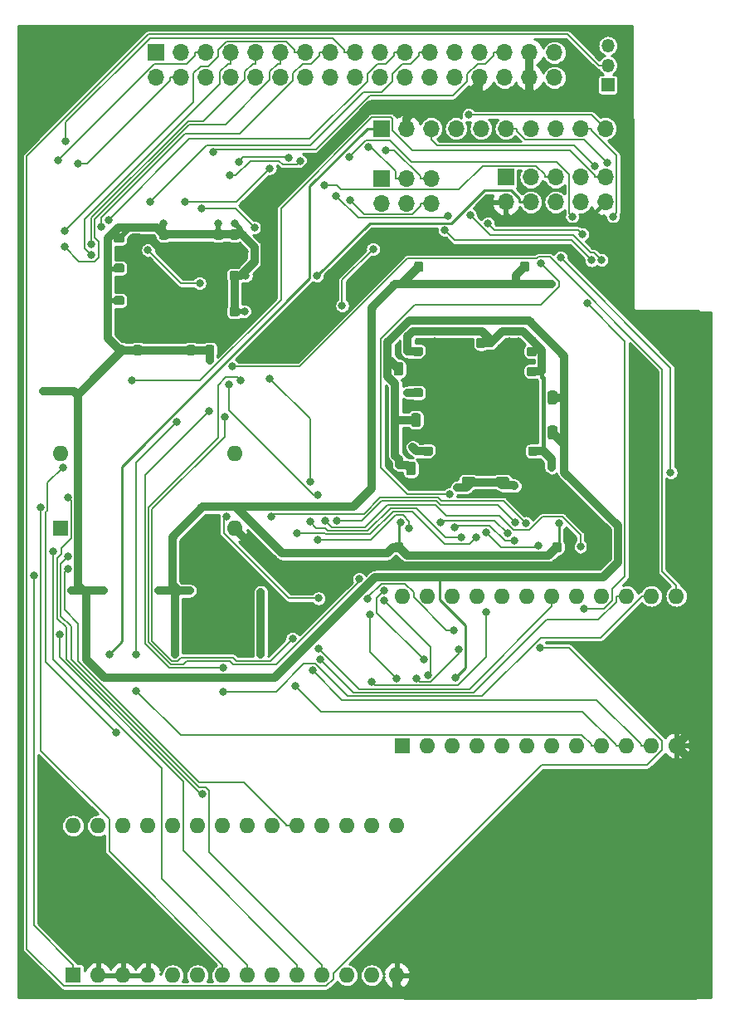
<source format=gbr>
G04 #@! TF.GenerationSoftware,KiCad,Pcbnew,(5.1.2-1)-1*
G04 #@! TF.CreationDate,2020-07-05T10:41:52+01:00*
G04 #@! TF.ProjectId,MZ80-80CLR,4d5a3830-2d38-4304-934c-522e6b696361,rev?*
G04 #@! TF.SameCoordinates,Original*
G04 #@! TF.FileFunction,Copper,L2,Bot*
G04 #@! TF.FilePolarity,Positive*
%FSLAX46Y46*%
G04 Gerber Fmt 4.6, Leading zero omitted, Abs format (unit mm)*
G04 Created by KiCad (PCBNEW (5.1.2-1)-1) date 2020-07-05 10:41:52*
%MOMM*%
%LPD*%
G04 APERTURE LIST*
%ADD10O,1.700000X1.700000*%
%ADD11R,1.700000X1.700000*%
%ADD12O,1.600000X1.600000*%
%ADD13R,1.600000X1.600000*%
%ADD14C,0.100000*%
%ADD15C,0.975000*%
%ADD16O,1.350000X1.350000*%
%ADD17R,1.350000X1.350000*%
%ADD18C,0.950000*%
%ADD19C,0.800000*%
%ADD20C,0.254000*%
%ADD21C,0.812800*%
%ADD22C,0.381000*%
%ADD23C,0.508000*%
%ADD24C,0.152400*%
G04 APERTURE END LIST*
D10*
X130810000Y-43942000D03*
X128270000Y-43942000D03*
X125730000Y-43942000D03*
X123190000Y-43942000D03*
X120650000Y-43942000D03*
X118110000Y-43942000D03*
X115570000Y-43942000D03*
X113030000Y-43942000D03*
X110490000Y-43942000D03*
D11*
X107950000Y-43942000D03*
D12*
X75184000Y-77089000D03*
X92964000Y-84709000D03*
X92964000Y-77089000D03*
D13*
X75184000Y-84709000D03*
D14*
G36*
X117320142Y-77570174D02*
G01*
X117343803Y-77573684D01*
X117367007Y-77579496D01*
X117389529Y-77587554D01*
X117411153Y-77597782D01*
X117431670Y-77610079D01*
X117450883Y-77624329D01*
X117468607Y-77640393D01*
X117484671Y-77658117D01*
X117498921Y-77677330D01*
X117511218Y-77697847D01*
X117521446Y-77719471D01*
X117529504Y-77741993D01*
X117535316Y-77765197D01*
X117538826Y-77788858D01*
X117540000Y-77812750D01*
X117540000Y-78300250D01*
X117538826Y-78324142D01*
X117535316Y-78347803D01*
X117529504Y-78371007D01*
X117521446Y-78393529D01*
X117511218Y-78415153D01*
X117498921Y-78435670D01*
X117484671Y-78454883D01*
X117468607Y-78472607D01*
X117450883Y-78488671D01*
X117431670Y-78502921D01*
X117411153Y-78515218D01*
X117389529Y-78525446D01*
X117367007Y-78533504D01*
X117343803Y-78539316D01*
X117320142Y-78542826D01*
X117296250Y-78544000D01*
X116383750Y-78544000D01*
X116359858Y-78542826D01*
X116336197Y-78539316D01*
X116312993Y-78533504D01*
X116290471Y-78525446D01*
X116268847Y-78515218D01*
X116248330Y-78502921D01*
X116229117Y-78488671D01*
X116211393Y-78472607D01*
X116195329Y-78454883D01*
X116181079Y-78435670D01*
X116168782Y-78415153D01*
X116158554Y-78393529D01*
X116150496Y-78371007D01*
X116144684Y-78347803D01*
X116141174Y-78324142D01*
X116140000Y-78300250D01*
X116140000Y-77812750D01*
X116141174Y-77788858D01*
X116144684Y-77765197D01*
X116150496Y-77741993D01*
X116158554Y-77719471D01*
X116168782Y-77697847D01*
X116181079Y-77677330D01*
X116195329Y-77658117D01*
X116211393Y-77640393D01*
X116229117Y-77624329D01*
X116248330Y-77610079D01*
X116268847Y-77597782D01*
X116290471Y-77587554D01*
X116312993Y-77579496D01*
X116336197Y-77573684D01*
X116359858Y-77570174D01*
X116383750Y-77569000D01*
X117296250Y-77569000D01*
X117320142Y-77570174D01*
X117320142Y-77570174D01*
G37*
D15*
X116840000Y-78056500D03*
D14*
G36*
X117320142Y-79445174D02*
G01*
X117343803Y-79448684D01*
X117367007Y-79454496D01*
X117389529Y-79462554D01*
X117411153Y-79472782D01*
X117431670Y-79485079D01*
X117450883Y-79499329D01*
X117468607Y-79515393D01*
X117484671Y-79533117D01*
X117498921Y-79552330D01*
X117511218Y-79572847D01*
X117521446Y-79594471D01*
X117529504Y-79616993D01*
X117535316Y-79640197D01*
X117538826Y-79663858D01*
X117540000Y-79687750D01*
X117540000Y-80175250D01*
X117538826Y-80199142D01*
X117535316Y-80222803D01*
X117529504Y-80246007D01*
X117521446Y-80268529D01*
X117511218Y-80290153D01*
X117498921Y-80310670D01*
X117484671Y-80329883D01*
X117468607Y-80347607D01*
X117450883Y-80363671D01*
X117431670Y-80377921D01*
X117411153Y-80390218D01*
X117389529Y-80400446D01*
X117367007Y-80408504D01*
X117343803Y-80414316D01*
X117320142Y-80417826D01*
X117296250Y-80419000D01*
X116383750Y-80419000D01*
X116359858Y-80417826D01*
X116336197Y-80414316D01*
X116312993Y-80408504D01*
X116290471Y-80400446D01*
X116268847Y-80390218D01*
X116248330Y-80377921D01*
X116229117Y-80363671D01*
X116211393Y-80347607D01*
X116195329Y-80329883D01*
X116181079Y-80310670D01*
X116168782Y-80290153D01*
X116158554Y-80268529D01*
X116150496Y-80246007D01*
X116144684Y-80222803D01*
X116141174Y-80199142D01*
X116140000Y-80175250D01*
X116140000Y-79687750D01*
X116141174Y-79663858D01*
X116144684Y-79640197D01*
X116150496Y-79616993D01*
X116158554Y-79594471D01*
X116168782Y-79572847D01*
X116181079Y-79552330D01*
X116195329Y-79533117D01*
X116211393Y-79515393D01*
X116229117Y-79499329D01*
X116248330Y-79485079D01*
X116268847Y-79472782D01*
X116290471Y-79462554D01*
X116312993Y-79454496D01*
X116336197Y-79448684D01*
X116359858Y-79445174D01*
X116383750Y-79444000D01*
X117296250Y-79444000D01*
X117320142Y-79445174D01*
X117320142Y-79445174D01*
G37*
D15*
X116840000Y-79931500D03*
D14*
G36*
X120749142Y-77570174D02*
G01*
X120772803Y-77573684D01*
X120796007Y-77579496D01*
X120818529Y-77587554D01*
X120840153Y-77597782D01*
X120860670Y-77610079D01*
X120879883Y-77624329D01*
X120897607Y-77640393D01*
X120913671Y-77658117D01*
X120927921Y-77677330D01*
X120940218Y-77697847D01*
X120950446Y-77719471D01*
X120958504Y-77741993D01*
X120964316Y-77765197D01*
X120967826Y-77788858D01*
X120969000Y-77812750D01*
X120969000Y-78300250D01*
X120967826Y-78324142D01*
X120964316Y-78347803D01*
X120958504Y-78371007D01*
X120950446Y-78393529D01*
X120940218Y-78415153D01*
X120927921Y-78435670D01*
X120913671Y-78454883D01*
X120897607Y-78472607D01*
X120879883Y-78488671D01*
X120860670Y-78502921D01*
X120840153Y-78515218D01*
X120818529Y-78525446D01*
X120796007Y-78533504D01*
X120772803Y-78539316D01*
X120749142Y-78542826D01*
X120725250Y-78544000D01*
X119812750Y-78544000D01*
X119788858Y-78542826D01*
X119765197Y-78539316D01*
X119741993Y-78533504D01*
X119719471Y-78525446D01*
X119697847Y-78515218D01*
X119677330Y-78502921D01*
X119658117Y-78488671D01*
X119640393Y-78472607D01*
X119624329Y-78454883D01*
X119610079Y-78435670D01*
X119597782Y-78415153D01*
X119587554Y-78393529D01*
X119579496Y-78371007D01*
X119573684Y-78347803D01*
X119570174Y-78324142D01*
X119569000Y-78300250D01*
X119569000Y-77812750D01*
X119570174Y-77788858D01*
X119573684Y-77765197D01*
X119579496Y-77741993D01*
X119587554Y-77719471D01*
X119597782Y-77697847D01*
X119610079Y-77677330D01*
X119624329Y-77658117D01*
X119640393Y-77640393D01*
X119658117Y-77624329D01*
X119677330Y-77610079D01*
X119697847Y-77597782D01*
X119719471Y-77587554D01*
X119741993Y-77579496D01*
X119765197Y-77573684D01*
X119788858Y-77570174D01*
X119812750Y-77569000D01*
X120725250Y-77569000D01*
X120749142Y-77570174D01*
X120749142Y-77570174D01*
G37*
D15*
X120269000Y-78056500D03*
D14*
G36*
X120749142Y-79445174D02*
G01*
X120772803Y-79448684D01*
X120796007Y-79454496D01*
X120818529Y-79462554D01*
X120840153Y-79472782D01*
X120860670Y-79485079D01*
X120879883Y-79499329D01*
X120897607Y-79515393D01*
X120913671Y-79533117D01*
X120927921Y-79552330D01*
X120940218Y-79572847D01*
X120950446Y-79594471D01*
X120958504Y-79616993D01*
X120964316Y-79640197D01*
X120967826Y-79663858D01*
X120969000Y-79687750D01*
X120969000Y-80175250D01*
X120967826Y-80199142D01*
X120964316Y-80222803D01*
X120958504Y-80246007D01*
X120950446Y-80268529D01*
X120940218Y-80290153D01*
X120927921Y-80310670D01*
X120913671Y-80329883D01*
X120897607Y-80347607D01*
X120879883Y-80363671D01*
X120860670Y-80377921D01*
X120840153Y-80390218D01*
X120818529Y-80400446D01*
X120796007Y-80408504D01*
X120772803Y-80414316D01*
X120749142Y-80417826D01*
X120725250Y-80419000D01*
X119812750Y-80419000D01*
X119788858Y-80417826D01*
X119765197Y-80414316D01*
X119741993Y-80408504D01*
X119719471Y-80400446D01*
X119697847Y-80390218D01*
X119677330Y-80377921D01*
X119658117Y-80363671D01*
X119640393Y-80347607D01*
X119624329Y-80329883D01*
X119610079Y-80310670D01*
X119597782Y-80290153D01*
X119587554Y-80268529D01*
X119579496Y-80246007D01*
X119573684Y-80222803D01*
X119570174Y-80199142D01*
X119569000Y-80175250D01*
X119569000Y-79687750D01*
X119570174Y-79663858D01*
X119573684Y-79640197D01*
X119579496Y-79616993D01*
X119587554Y-79594471D01*
X119597782Y-79572847D01*
X119610079Y-79552330D01*
X119624329Y-79533117D01*
X119640393Y-79515393D01*
X119658117Y-79499329D01*
X119677330Y-79485079D01*
X119697847Y-79472782D01*
X119719471Y-79462554D01*
X119741993Y-79454496D01*
X119765197Y-79448684D01*
X119788858Y-79445174D01*
X119812750Y-79444000D01*
X120725250Y-79444000D01*
X120749142Y-79445174D01*
X120749142Y-79445174D01*
G37*
D15*
X120269000Y-79931500D03*
D14*
G36*
X123790142Y-70675174D02*
G01*
X123813803Y-70678684D01*
X123837007Y-70684496D01*
X123859529Y-70692554D01*
X123881153Y-70702782D01*
X123901670Y-70715079D01*
X123920883Y-70729329D01*
X123938607Y-70745393D01*
X123954671Y-70763117D01*
X123968921Y-70782330D01*
X123981218Y-70802847D01*
X123991446Y-70824471D01*
X123999504Y-70846993D01*
X124005316Y-70870197D01*
X124008826Y-70893858D01*
X124010000Y-70917750D01*
X124010000Y-71830250D01*
X124008826Y-71854142D01*
X124005316Y-71877803D01*
X123999504Y-71901007D01*
X123991446Y-71923529D01*
X123981218Y-71945153D01*
X123968921Y-71965670D01*
X123954671Y-71984883D01*
X123938607Y-72002607D01*
X123920883Y-72018671D01*
X123901670Y-72032921D01*
X123881153Y-72045218D01*
X123859529Y-72055446D01*
X123837007Y-72063504D01*
X123813803Y-72069316D01*
X123790142Y-72072826D01*
X123766250Y-72074000D01*
X123278750Y-72074000D01*
X123254858Y-72072826D01*
X123231197Y-72069316D01*
X123207993Y-72063504D01*
X123185471Y-72055446D01*
X123163847Y-72045218D01*
X123143330Y-72032921D01*
X123124117Y-72018671D01*
X123106393Y-72002607D01*
X123090329Y-71984883D01*
X123076079Y-71965670D01*
X123063782Y-71945153D01*
X123053554Y-71923529D01*
X123045496Y-71901007D01*
X123039684Y-71877803D01*
X123036174Y-71854142D01*
X123035000Y-71830250D01*
X123035000Y-70917750D01*
X123036174Y-70893858D01*
X123039684Y-70870197D01*
X123045496Y-70846993D01*
X123053554Y-70824471D01*
X123063782Y-70802847D01*
X123076079Y-70782330D01*
X123090329Y-70763117D01*
X123106393Y-70745393D01*
X123124117Y-70729329D01*
X123143330Y-70715079D01*
X123163847Y-70702782D01*
X123185471Y-70692554D01*
X123207993Y-70684496D01*
X123231197Y-70678684D01*
X123254858Y-70675174D01*
X123278750Y-70674000D01*
X123766250Y-70674000D01*
X123790142Y-70675174D01*
X123790142Y-70675174D01*
G37*
D15*
X123522500Y-71374000D03*
D14*
G36*
X125665142Y-70675174D02*
G01*
X125688803Y-70678684D01*
X125712007Y-70684496D01*
X125734529Y-70692554D01*
X125756153Y-70702782D01*
X125776670Y-70715079D01*
X125795883Y-70729329D01*
X125813607Y-70745393D01*
X125829671Y-70763117D01*
X125843921Y-70782330D01*
X125856218Y-70802847D01*
X125866446Y-70824471D01*
X125874504Y-70846993D01*
X125880316Y-70870197D01*
X125883826Y-70893858D01*
X125885000Y-70917750D01*
X125885000Y-71830250D01*
X125883826Y-71854142D01*
X125880316Y-71877803D01*
X125874504Y-71901007D01*
X125866446Y-71923529D01*
X125856218Y-71945153D01*
X125843921Y-71965670D01*
X125829671Y-71984883D01*
X125813607Y-72002607D01*
X125795883Y-72018671D01*
X125776670Y-72032921D01*
X125756153Y-72045218D01*
X125734529Y-72055446D01*
X125712007Y-72063504D01*
X125688803Y-72069316D01*
X125665142Y-72072826D01*
X125641250Y-72074000D01*
X125153750Y-72074000D01*
X125129858Y-72072826D01*
X125106197Y-72069316D01*
X125082993Y-72063504D01*
X125060471Y-72055446D01*
X125038847Y-72045218D01*
X125018330Y-72032921D01*
X124999117Y-72018671D01*
X124981393Y-72002607D01*
X124965329Y-71984883D01*
X124951079Y-71965670D01*
X124938782Y-71945153D01*
X124928554Y-71923529D01*
X124920496Y-71901007D01*
X124914684Y-71877803D01*
X124911174Y-71854142D01*
X124910000Y-71830250D01*
X124910000Y-70917750D01*
X124911174Y-70893858D01*
X124914684Y-70870197D01*
X124920496Y-70846993D01*
X124928554Y-70824471D01*
X124938782Y-70802847D01*
X124951079Y-70782330D01*
X124965329Y-70763117D01*
X124981393Y-70745393D01*
X124999117Y-70729329D01*
X125018330Y-70715079D01*
X125038847Y-70702782D01*
X125060471Y-70692554D01*
X125082993Y-70684496D01*
X125106197Y-70678684D01*
X125129858Y-70675174D01*
X125153750Y-70674000D01*
X125641250Y-70674000D01*
X125665142Y-70675174D01*
X125665142Y-70675174D01*
G37*
D15*
X125397500Y-71374000D03*
D14*
G36*
X113092142Y-77914174D02*
G01*
X113115803Y-77917684D01*
X113139007Y-77923496D01*
X113161529Y-77931554D01*
X113183153Y-77941782D01*
X113203670Y-77954079D01*
X113222883Y-77968329D01*
X113240607Y-77984393D01*
X113256671Y-78002117D01*
X113270921Y-78021330D01*
X113283218Y-78041847D01*
X113293446Y-78063471D01*
X113301504Y-78085993D01*
X113307316Y-78109197D01*
X113310826Y-78132858D01*
X113312000Y-78156750D01*
X113312000Y-79069250D01*
X113310826Y-79093142D01*
X113307316Y-79116803D01*
X113301504Y-79140007D01*
X113293446Y-79162529D01*
X113283218Y-79184153D01*
X113270921Y-79204670D01*
X113256671Y-79223883D01*
X113240607Y-79241607D01*
X113222883Y-79257671D01*
X113203670Y-79271921D01*
X113183153Y-79284218D01*
X113161529Y-79294446D01*
X113139007Y-79302504D01*
X113115803Y-79308316D01*
X113092142Y-79311826D01*
X113068250Y-79313000D01*
X112580750Y-79313000D01*
X112556858Y-79311826D01*
X112533197Y-79308316D01*
X112509993Y-79302504D01*
X112487471Y-79294446D01*
X112465847Y-79284218D01*
X112445330Y-79271921D01*
X112426117Y-79257671D01*
X112408393Y-79241607D01*
X112392329Y-79223883D01*
X112378079Y-79204670D01*
X112365782Y-79184153D01*
X112355554Y-79162529D01*
X112347496Y-79140007D01*
X112341684Y-79116803D01*
X112338174Y-79093142D01*
X112337000Y-79069250D01*
X112337000Y-78156750D01*
X112338174Y-78132858D01*
X112341684Y-78109197D01*
X112347496Y-78085993D01*
X112355554Y-78063471D01*
X112365782Y-78041847D01*
X112378079Y-78021330D01*
X112392329Y-78002117D01*
X112408393Y-77984393D01*
X112426117Y-77968329D01*
X112445330Y-77954079D01*
X112465847Y-77941782D01*
X112487471Y-77931554D01*
X112509993Y-77923496D01*
X112533197Y-77917684D01*
X112556858Y-77914174D01*
X112580750Y-77913000D01*
X113068250Y-77913000D01*
X113092142Y-77914174D01*
X113092142Y-77914174D01*
G37*
D15*
X112824500Y-78613000D03*
D14*
G36*
X111217142Y-77914174D02*
G01*
X111240803Y-77917684D01*
X111264007Y-77923496D01*
X111286529Y-77931554D01*
X111308153Y-77941782D01*
X111328670Y-77954079D01*
X111347883Y-77968329D01*
X111365607Y-77984393D01*
X111381671Y-78002117D01*
X111395921Y-78021330D01*
X111408218Y-78041847D01*
X111418446Y-78063471D01*
X111426504Y-78085993D01*
X111432316Y-78109197D01*
X111435826Y-78132858D01*
X111437000Y-78156750D01*
X111437000Y-79069250D01*
X111435826Y-79093142D01*
X111432316Y-79116803D01*
X111426504Y-79140007D01*
X111418446Y-79162529D01*
X111408218Y-79184153D01*
X111395921Y-79204670D01*
X111381671Y-79223883D01*
X111365607Y-79241607D01*
X111347883Y-79257671D01*
X111328670Y-79271921D01*
X111308153Y-79284218D01*
X111286529Y-79294446D01*
X111264007Y-79302504D01*
X111240803Y-79308316D01*
X111217142Y-79311826D01*
X111193250Y-79313000D01*
X110705750Y-79313000D01*
X110681858Y-79311826D01*
X110658197Y-79308316D01*
X110634993Y-79302504D01*
X110612471Y-79294446D01*
X110590847Y-79284218D01*
X110570330Y-79271921D01*
X110551117Y-79257671D01*
X110533393Y-79241607D01*
X110517329Y-79223883D01*
X110503079Y-79204670D01*
X110490782Y-79184153D01*
X110480554Y-79162529D01*
X110472496Y-79140007D01*
X110466684Y-79116803D01*
X110463174Y-79093142D01*
X110462000Y-79069250D01*
X110462000Y-78156750D01*
X110463174Y-78132858D01*
X110466684Y-78109197D01*
X110472496Y-78085993D01*
X110480554Y-78063471D01*
X110490782Y-78041847D01*
X110503079Y-78021330D01*
X110517329Y-78002117D01*
X110533393Y-77984393D01*
X110551117Y-77968329D01*
X110570330Y-77954079D01*
X110590847Y-77941782D01*
X110612471Y-77931554D01*
X110634993Y-77923496D01*
X110658197Y-77917684D01*
X110681858Y-77914174D01*
X110705750Y-77913000D01*
X111193250Y-77913000D01*
X111217142Y-77914174D01*
X111217142Y-77914174D01*
G37*
D15*
X110949500Y-78613000D03*
D14*
G36*
X123790142Y-74231174D02*
G01*
X123813803Y-74234684D01*
X123837007Y-74240496D01*
X123859529Y-74248554D01*
X123881153Y-74258782D01*
X123901670Y-74271079D01*
X123920883Y-74285329D01*
X123938607Y-74301393D01*
X123954671Y-74319117D01*
X123968921Y-74338330D01*
X123981218Y-74358847D01*
X123991446Y-74380471D01*
X123999504Y-74402993D01*
X124005316Y-74426197D01*
X124008826Y-74449858D01*
X124010000Y-74473750D01*
X124010000Y-75386250D01*
X124008826Y-75410142D01*
X124005316Y-75433803D01*
X123999504Y-75457007D01*
X123991446Y-75479529D01*
X123981218Y-75501153D01*
X123968921Y-75521670D01*
X123954671Y-75540883D01*
X123938607Y-75558607D01*
X123920883Y-75574671D01*
X123901670Y-75588921D01*
X123881153Y-75601218D01*
X123859529Y-75611446D01*
X123837007Y-75619504D01*
X123813803Y-75625316D01*
X123790142Y-75628826D01*
X123766250Y-75630000D01*
X123278750Y-75630000D01*
X123254858Y-75628826D01*
X123231197Y-75625316D01*
X123207993Y-75619504D01*
X123185471Y-75611446D01*
X123163847Y-75601218D01*
X123143330Y-75588921D01*
X123124117Y-75574671D01*
X123106393Y-75558607D01*
X123090329Y-75540883D01*
X123076079Y-75521670D01*
X123063782Y-75501153D01*
X123053554Y-75479529D01*
X123045496Y-75457007D01*
X123039684Y-75433803D01*
X123036174Y-75410142D01*
X123035000Y-75386250D01*
X123035000Y-74473750D01*
X123036174Y-74449858D01*
X123039684Y-74426197D01*
X123045496Y-74402993D01*
X123053554Y-74380471D01*
X123063782Y-74358847D01*
X123076079Y-74338330D01*
X123090329Y-74319117D01*
X123106393Y-74301393D01*
X123124117Y-74285329D01*
X123143330Y-74271079D01*
X123163847Y-74258782D01*
X123185471Y-74248554D01*
X123207993Y-74240496D01*
X123231197Y-74234684D01*
X123254858Y-74231174D01*
X123278750Y-74230000D01*
X123766250Y-74230000D01*
X123790142Y-74231174D01*
X123790142Y-74231174D01*
G37*
D15*
X123522500Y-74930000D03*
D14*
G36*
X125665142Y-74231174D02*
G01*
X125688803Y-74234684D01*
X125712007Y-74240496D01*
X125734529Y-74248554D01*
X125756153Y-74258782D01*
X125776670Y-74271079D01*
X125795883Y-74285329D01*
X125813607Y-74301393D01*
X125829671Y-74319117D01*
X125843921Y-74338330D01*
X125856218Y-74358847D01*
X125866446Y-74380471D01*
X125874504Y-74402993D01*
X125880316Y-74426197D01*
X125883826Y-74449858D01*
X125885000Y-74473750D01*
X125885000Y-75386250D01*
X125883826Y-75410142D01*
X125880316Y-75433803D01*
X125874504Y-75457007D01*
X125866446Y-75479529D01*
X125856218Y-75501153D01*
X125843921Y-75521670D01*
X125829671Y-75540883D01*
X125813607Y-75558607D01*
X125795883Y-75574671D01*
X125776670Y-75588921D01*
X125756153Y-75601218D01*
X125734529Y-75611446D01*
X125712007Y-75619504D01*
X125688803Y-75625316D01*
X125665142Y-75628826D01*
X125641250Y-75630000D01*
X125153750Y-75630000D01*
X125129858Y-75628826D01*
X125106197Y-75625316D01*
X125082993Y-75619504D01*
X125060471Y-75611446D01*
X125038847Y-75601218D01*
X125018330Y-75588921D01*
X124999117Y-75574671D01*
X124981393Y-75558607D01*
X124965329Y-75540883D01*
X124951079Y-75521670D01*
X124938782Y-75501153D01*
X124928554Y-75479529D01*
X124920496Y-75457007D01*
X124914684Y-75433803D01*
X124911174Y-75410142D01*
X124910000Y-75386250D01*
X124910000Y-74473750D01*
X124911174Y-74449858D01*
X124914684Y-74426197D01*
X124920496Y-74402993D01*
X124928554Y-74380471D01*
X124938782Y-74358847D01*
X124951079Y-74338330D01*
X124965329Y-74319117D01*
X124981393Y-74301393D01*
X124999117Y-74285329D01*
X125018330Y-74271079D01*
X125038847Y-74258782D01*
X125060471Y-74248554D01*
X125082993Y-74240496D01*
X125106197Y-74234684D01*
X125129858Y-74231174D01*
X125153750Y-74230000D01*
X125641250Y-74230000D01*
X125665142Y-74231174D01*
X125665142Y-74231174D01*
G37*
D15*
X125397500Y-74930000D03*
D14*
G36*
X113600142Y-72961174D02*
G01*
X113623803Y-72964684D01*
X113647007Y-72970496D01*
X113669529Y-72978554D01*
X113691153Y-72988782D01*
X113711670Y-73001079D01*
X113730883Y-73015329D01*
X113748607Y-73031393D01*
X113764671Y-73049117D01*
X113778921Y-73068330D01*
X113791218Y-73088847D01*
X113801446Y-73110471D01*
X113809504Y-73132993D01*
X113815316Y-73156197D01*
X113818826Y-73179858D01*
X113820000Y-73203750D01*
X113820000Y-74116250D01*
X113818826Y-74140142D01*
X113815316Y-74163803D01*
X113809504Y-74187007D01*
X113801446Y-74209529D01*
X113791218Y-74231153D01*
X113778921Y-74251670D01*
X113764671Y-74270883D01*
X113748607Y-74288607D01*
X113730883Y-74304671D01*
X113711670Y-74318921D01*
X113691153Y-74331218D01*
X113669529Y-74341446D01*
X113647007Y-74349504D01*
X113623803Y-74355316D01*
X113600142Y-74358826D01*
X113576250Y-74360000D01*
X113088750Y-74360000D01*
X113064858Y-74358826D01*
X113041197Y-74355316D01*
X113017993Y-74349504D01*
X112995471Y-74341446D01*
X112973847Y-74331218D01*
X112953330Y-74318921D01*
X112934117Y-74304671D01*
X112916393Y-74288607D01*
X112900329Y-74270883D01*
X112886079Y-74251670D01*
X112873782Y-74231153D01*
X112863554Y-74209529D01*
X112855496Y-74187007D01*
X112849684Y-74163803D01*
X112846174Y-74140142D01*
X112845000Y-74116250D01*
X112845000Y-73203750D01*
X112846174Y-73179858D01*
X112849684Y-73156197D01*
X112855496Y-73132993D01*
X112863554Y-73110471D01*
X112873782Y-73088847D01*
X112886079Y-73068330D01*
X112900329Y-73049117D01*
X112916393Y-73031393D01*
X112934117Y-73015329D01*
X112953330Y-73001079D01*
X112973847Y-72988782D01*
X112995471Y-72978554D01*
X113017993Y-72970496D01*
X113041197Y-72964684D01*
X113064858Y-72961174D01*
X113088750Y-72960000D01*
X113576250Y-72960000D01*
X113600142Y-72961174D01*
X113600142Y-72961174D01*
G37*
D15*
X113332500Y-73660000D03*
D14*
G36*
X111725142Y-72961174D02*
G01*
X111748803Y-72964684D01*
X111772007Y-72970496D01*
X111794529Y-72978554D01*
X111816153Y-72988782D01*
X111836670Y-73001079D01*
X111855883Y-73015329D01*
X111873607Y-73031393D01*
X111889671Y-73049117D01*
X111903921Y-73068330D01*
X111916218Y-73088847D01*
X111926446Y-73110471D01*
X111934504Y-73132993D01*
X111940316Y-73156197D01*
X111943826Y-73179858D01*
X111945000Y-73203750D01*
X111945000Y-74116250D01*
X111943826Y-74140142D01*
X111940316Y-74163803D01*
X111934504Y-74187007D01*
X111926446Y-74209529D01*
X111916218Y-74231153D01*
X111903921Y-74251670D01*
X111889671Y-74270883D01*
X111873607Y-74288607D01*
X111855883Y-74304671D01*
X111836670Y-74318921D01*
X111816153Y-74331218D01*
X111794529Y-74341446D01*
X111772007Y-74349504D01*
X111748803Y-74355316D01*
X111725142Y-74358826D01*
X111701250Y-74360000D01*
X111213750Y-74360000D01*
X111189858Y-74358826D01*
X111166197Y-74355316D01*
X111142993Y-74349504D01*
X111120471Y-74341446D01*
X111098847Y-74331218D01*
X111078330Y-74318921D01*
X111059117Y-74304671D01*
X111041393Y-74288607D01*
X111025329Y-74270883D01*
X111011079Y-74251670D01*
X110998782Y-74231153D01*
X110988554Y-74209529D01*
X110980496Y-74187007D01*
X110974684Y-74163803D01*
X110971174Y-74140142D01*
X110970000Y-74116250D01*
X110970000Y-73203750D01*
X110971174Y-73179858D01*
X110974684Y-73156197D01*
X110980496Y-73132993D01*
X110988554Y-73110471D01*
X110998782Y-73088847D01*
X111011079Y-73068330D01*
X111025329Y-73049117D01*
X111041393Y-73031393D01*
X111059117Y-73015329D01*
X111078330Y-73001079D01*
X111098847Y-72988782D01*
X111120471Y-72978554D01*
X111142993Y-72970496D01*
X111166197Y-72964684D01*
X111189858Y-72961174D01*
X111213750Y-72960000D01*
X111701250Y-72960000D01*
X111725142Y-72961174D01*
X111725142Y-72961174D01*
G37*
D15*
X111457500Y-73660000D03*
D14*
G36*
X111822142Y-67754174D02*
G01*
X111845803Y-67757684D01*
X111869007Y-67763496D01*
X111891529Y-67771554D01*
X111913153Y-67781782D01*
X111933670Y-67794079D01*
X111952883Y-67808329D01*
X111970607Y-67824393D01*
X111986671Y-67842117D01*
X112000921Y-67861330D01*
X112013218Y-67881847D01*
X112023446Y-67903471D01*
X112031504Y-67925993D01*
X112037316Y-67949197D01*
X112040826Y-67972858D01*
X112042000Y-67996750D01*
X112042000Y-68909250D01*
X112040826Y-68933142D01*
X112037316Y-68956803D01*
X112031504Y-68980007D01*
X112023446Y-69002529D01*
X112013218Y-69024153D01*
X112000921Y-69044670D01*
X111986671Y-69063883D01*
X111970607Y-69081607D01*
X111952883Y-69097671D01*
X111933670Y-69111921D01*
X111913153Y-69124218D01*
X111891529Y-69134446D01*
X111869007Y-69142504D01*
X111845803Y-69148316D01*
X111822142Y-69151826D01*
X111798250Y-69153000D01*
X111310750Y-69153000D01*
X111286858Y-69151826D01*
X111263197Y-69148316D01*
X111239993Y-69142504D01*
X111217471Y-69134446D01*
X111195847Y-69124218D01*
X111175330Y-69111921D01*
X111156117Y-69097671D01*
X111138393Y-69081607D01*
X111122329Y-69063883D01*
X111108079Y-69044670D01*
X111095782Y-69024153D01*
X111085554Y-69002529D01*
X111077496Y-68980007D01*
X111071684Y-68956803D01*
X111068174Y-68933142D01*
X111067000Y-68909250D01*
X111067000Y-67996750D01*
X111068174Y-67972858D01*
X111071684Y-67949197D01*
X111077496Y-67925993D01*
X111085554Y-67903471D01*
X111095782Y-67881847D01*
X111108079Y-67861330D01*
X111122329Y-67842117D01*
X111138393Y-67824393D01*
X111156117Y-67808329D01*
X111175330Y-67794079D01*
X111195847Y-67781782D01*
X111217471Y-67771554D01*
X111239993Y-67763496D01*
X111263197Y-67757684D01*
X111286858Y-67754174D01*
X111310750Y-67753000D01*
X111798250Y-67753000D01*
X111822142Y-67754174D01*
X111822142Y-67754174D01*
G37*
D15*
X111554500Y-68453000D03*
D14*
G36*
X109947142Y-67754174D02*
G01*
X109970803Y-67757684D01*
X109994007Y-67763496D01*
X110016529Y-67771554D01*
X110038153Y-67781782D01*
X110058670Y-67794079D01*
X110077883Y-67808329D01*
X110095607Y-67824393D01*
X110111671Y-67842117D01*
X110125921Y-67861330D01*
X110138218Y-67881847D01*
X110148446Y-67903471D01*
X110156504Y-67925993D01*
X110162316Y-67949197D01*
X110165826Y-67972858D01*
X110167000Y-67996750D01*
X110167000Y-68909250D01*
X110165826Y-68933142D01*
X110162316Y-68956803D01*
X110156504Y-68980007D01*
X110148446Y-69002529D01*
X110138218Y-69024153D01*
X110125921Y-69044670D01*
X110111671Y-69063883D01*
X110095607Y-69081607D01*
X110077883Y-69097671D01*
X110058670Y-69111921D01*
X110038153Y-69124218D01*
X110016529Y-69134446D01*
X109994007Y-69142504D01*
X109970803Y-69148316D01*
X109947142Y-69151826D01*
X109923250Y-69153000D01*
X109435750Y-69153000D01*
X109411858Y-69151826D01*
X109388197Y-69148316D01*
X109364993Y-69142504D01*
X109342471Y-69134446D01*
X109320847Y-69124218D01*
X109300330Y-69111921D01*
X109281117Y-69097671D01*
X109263393Y-69081607D01*
X109247329Y-69063883D01*
X109233079Y-69044670D01*
X109220782Y-69024153D01*
X109210554Y-69002529D01*
X109202496Y-68980007D01*
X109196684Y-68956803D01*
X109193174Y-68933142D01*
X109192000Y-68909250D01*
X109192000Y-67996750D01*
X109193174Y-67972858D01*
X109196684Y-67949197D01*
X109202496Y-67925993D01*
X109210554Y-67903471D01*
X109220782Y-67881847D01*
X109233079Y-67861330D01*
X109247329Y-67842117D01*
X109263393Y-67824393D01*
X109281117Y-67808329D01*
X109300330Y-67794079D01*
X109320847Y-67781782D01*
X109342471Y-67771554D01*
X109364993Y-67763496D01*
X109388197Y-67757684D01*
X109411858Y-67754174D01*
X109435750Y-67753000D01*
X109923250Y-67753000D01*
X109947142Y-67754174D01*
X109947142Y-67754174D01*
G37*
D15*
X109679500Y-68453000D03*
D12*
X110100000Y-91610000D03*
X138040000Y-106850000D03*
X112640000Y-91610000D03*
X135500000Y-106850000D03*
X115180000Y-91610000D03*
X132960000Y-106850000D03*
X117720000Y-91610000D03*
X130420000Y-106850000D03*
X120260000Y-91610000D03*
X127880000Y-106850000D03*
X122800000Y-91610000D03*
X125340000Y-106850000D03*
X125340000Y-91610000D03*
X122800000Y-106850000D03*
X127880000Y-91610000D03*
X120260000Y-106850000D03*
X130420000Y-91610000D03*
X117720000Y-106850000D03*
X132960000Y-91610000D03*
X115180000Y-106850000D03*
X135500000Y-91610000D03*
X112640000Y-106850000D03*
X138040000Y-91610000D03*
D13*
X110100000Y-106850000D03*
X76480000Y-130270000D03*
D12*
X109500000Y-115030000D03*
X79020000Y-130270000D03*
X106960000Y-115030000D03*
X81560000Y-130270000D03*
X104420000Y-115030000D03*
X84100000Y-130270000D03*
X101880000Y-115030000D03*
X86640000Y-130270000D03*
X99340000Y-115030000D03*
X89180000Y-130270000D03*
X96800000Y-115030000D03*
X91720000Y-130270000D03*
X94260000Y-115030000D03*
X94260000Y-130270000D03*
X91720000Y-115030000D03*
X96800000Y-130270000D03*
X89180000Y-115030000D03*
X99340000Y-130270000D03*
X86640000Y-115030000D03*
X101880000Y-130270000D03*
X84100000Y-115030000D03*
X104420000Y-130270000D03*
X81560000Y-115030000D03*
X106960000Y-130270000D03*
X79020000Y-115030000D03*
X109500000Y-130270000D03*
X76480000Y-115030000D03*
D16*
X131064000Y-35497000D03*
X131064000Y-37497000D03*
D17*
X131064000Y-39497000D03*
D11*
X120650000Y-48895000D03*
D10*
X120650000Y-51435000D03*
X123190000Y-48895000D03*
X123190000Y-51435000D03*
X125730000Y-48895000D03*
X125730000Y-51435000D03*
X128270000Y-48895000D03*
X128270000Y-51435000D03*
X130810000Y-48895000D03*
X130810000Y-51435000D03*
X125603000Y-38735000D03*
X125603000Y-36195000D03*
X123063000Y-38735000D03*
X123063000Y-36195000D03*
X120523000Y-38735000D03*
X120523000Y-36195000D03*
X117983000Y-38735000D03*
X117983000Y-36195000D03*
X115443000Y-38735000D03*
X115443000Y-36195000D03*
X112903000Y-38735000D03*
X112903000Y-36195000D03*
X110363000Y-38735000D03*
X110363000Y-36195000D03*
X107823000Y-38735000D03*
X107823000Y-36195000D03*
X105283000Y-38735000D03*
X105283000Y-36195000D03*
X102743000Y-38735000D03*
X102743000Y-36195000D03*
X100203000Y-38735000D03*
X100203000Y-36195000D03*
X97663000Y-38735000D03*
X97663000Y-36195000D03*
X95123000Y-38735000D03*
X95123000Y-36195000D03*
X92583000Y-38735000D03*
X92583000Y-36195000D03*
X90043000Y-38735000D03*
X90043000Y-36195000D03*
X87503000Y-38735000D03*
X87503000Y-36195000D03*
X84963000Y-38735000D03*
D11*
X84963000Y-36195000D03*
D10*
X113030000Y-51562000D03*
X113030000Y-49022000D03*
X110490000Y-51562000D03*
X110490000Y-49022000D03*
X107950000Y-51562000D03*
D11*
X107950000Y-49022000D03*
D14*
G36*
X81540779Y-64260144D02*
G01*
X81563834Y-64263563D01*
X81586443Y-64269227D01*
X81608387Y-64277079D01*
X81629457Y-64287044D01*
X81649448Y-64299026D01*
X81668168Y-64312910D01*
X81685438Y-64328562D01*
X81701090Y-64345832D01*
X81714974Y-64364552D01*
X81726956Y-64384543D01*
X81736921Y-64405613D01*
X81744773Y-64427557D01*
X81750437Y-64450166D01*
X81753856Y-64473221D01*
X81755000Y-64496500D01*
X81755000Y-65071500D01*
X81753856Y-65094779D01*
X81750437Y-65117834D01*
X81744773Y-65140443D01*
X81736921Y-65162387D01*
X81726956Y-65183457D01*
X81714974Y-65203448D01*
X81701090Y-65222168D01*
X81685438Y-65239438D01*
X81668168Y-65255090D01*
X81649448Y-65268974D01*
X81629457Y-65280956D01*
X81608387Y-65290921D01*
X81586443Y-65298773D01*
X81563834Y-65304437D01*
X81540779Y-65307856D01*
X81517500Y-65309000D01*
X81042500Y-65309000D01*
X81019221Y-65307856D01*
X80996166Y-65304437D01*
X80973557Y-65298773D01*
X80951613Y-65290921D01*
X80930543Y-65280956D01*
X80910552Y-65268974D01*
X80891832Y-65255090D01*
X80874562Y-65239438D01*
X80858910Y-65222168D01*
X80845026Y-65203448D01*
X80833044Y-65183457D01*
X80823079Y-65162387D01*
X80815227Y-65140443D01*
X80809563Y-65117834D01*
X80806144Y-65094779D01*
X80805000Y-65071500D01*
X80805000Y-64496500D01*
X80806144Y-64473221D01*
X80809563Y-64450166D01*
X80815227Y-64427557D01*
X80823079Y-64405613D01*
X80833044Y-64384543D01*
X80845026Y-64364552D01*
X80858910Y-64345832D01*
X80874562Y-64328562D01*
X80891832Y-64312910D01*
X80910552Y-64299026D01*
X80930543Y-64287044D01*
X80951613Y-64277079D01*
X80973557Y-64269227D01*
X80996166Y-64263563D01*
X81019221Y-64260144D01*
X81042500Y-64259000D01*
X81517500Y-64259000D01*
X81540779Y-64260144D01*
X81540779Y-64260144D01*
G37*
D18*
X81280000Y-64784000D03*
D14*
G36*
X81540779Y-66010144D02*
G01*
X81563834Y-66013563D01*
X81586443Y-66019227D01*
X81608387Y-66027079D01*
X81629457Y-66037044D01*
X81649448Y-66049026D01*
X81668168Y-66062910D01*
X81685438Y-66078562D01*
X81701090Y-66095832D01*
X81714974Y-66114552D01*
X81726956Y-66134543D01*
X81736921Y-66155613D01*
X81744773Y-66177557D01*
X81750437Y-66200166D01*
X81753856Y-66223221D01*
X81755000Y-66246500D01*
X81755000Y-66821500D01*
X81753856Y-66844779D01*
X81750437Y-66867834D01*
X81744773Y-66890443D01*
X81736921Y-66912387D01*
X81726956Y-66933457D01*
X81714974Y-66953448D01*
X81701090Y-66972168D01*
X81685438Y-66989438D01*
X81668168Y-67005090D01*
X81649448Y-67018974D01*
X81629457Y-67030956D01*
X81608387Y-67040921D01*
X81586443Y-67048773D01*
X81563834Y-67054437D01*
X81540779Y-67057856D01*
X81517500Y-67059000D01*
X81042500Y-67059000D01*
X81019221Y-67057856D01*
X80996166Y-67054437D01*
X80973557Y-67048773D01*
X80951613Y-67040921D01*
X80930543Y-67030956D01*
X80910552Y-67018974D01*
X80891832Y-67005090D01*
X80874562Y-66989438D01*
X80858910Y-66972168D01*
X80845026Y-66953448D01*
X80833044Y-66933457D01*
X80823079Y-66912387D01*
X80815227Y-66890443D01*
X80809563Y-66867834D01*
X80806144Y-66844779D01*
X80805000Y-66821500D01*
X80805000Y-66246500D01*
X80806144Y-66223221D01*
X80809563Y-66200166D01*
X80815227Y-66177557D01*
X80823079Y-66155613D01*
X80833044Y-66134543D01*
X80845026Y-66114552D01*
X80858910Y-66095832D01*
X80874562Y-66078562D01*
X80891832Y-66062910D01*
X80910552Y-66049026D01*
X80930543Y-66037044D01*
X80951613Y-66027079D01*
X80973557Y-66019227D01*
X80996166Y-66013563D01*
X81019221Y-66010144D01*
X81042500Y-66009000D01*
X81517500Y-66009000D01*
X81540779Y-66010144D01*
X81540779Y-66010144D01*
G37*
D18*
X81280000Y-66534000D03*
D14*
G36*
X83227779Y-60994144D02*
G01*
X83250834Y-60997563D01*
X83273443Y-61003227D01*
X83295387Y-61011079D01*
X83316457Y-61021044D01*
X83336448Y-61033026D01*
X83355168Y-61046910D01*
X83372438Y-61062562D01*
X83388090Y-61079832D01*
X83401974Y-61098552D01*
X83413956Y-61118543D01*
X83423921Y-61139613D01*
X83431773Y-61161557D01*
X83437437Y-61184166D01*
X83440856Y-61207221D01*
X83442000Y-61230500D01*
X83442000Y-61705500D01*
X83440856Y-61728779D01*
X83437437Y-61751834D01*
X83431773Y-61774443D01*
X83423921Y-61796387D01*
X83413956Y-61817457D01*
X83401974Y-61837448D01*
X83388090Y-61856168D01*
X83372438Y-61873438D01*
X83355168Y-61889090D01*
X83336448Y-61902974D01*
X83316457Y-61914956D01*
X83295387Y-61924921D01*
X83273443Y-61932773D01*
X83250834Y-61938437D01*
X83227779Y-61941856D01*
X83204500Y-61943000D01*
X82629500Y-61943000D01*
X82606221Y-61941856D01*
X82583166Y-61938437D01*
X82560557Y-61932773D01*
X82538613Y-61924921D01*
X82517543Y-61914956D01*
X82497552Y-61902974D01*
X82478832Y-61889090D01*
X82461562Y-61873438D01*
X82445910Y-61856168D01*
X82432026Y-61837448D01*
X82420044Y-61817457D01*
X82410079Y-61796387D01*
X82402227Y-61774443D01*
X82396563Y-61751834D01*
X82393144Y-61728779D01*
X82392000Y-61705500D01*
X82392000Y-61230500D01*
X82393144Y-61207221D01*
X82396563Y-61184166D01*
X82402227Y-61161557D01*
X82410079Y-61139613D01*
X82420044Y-61118543D01*
X82432026Y-61098552D01*
X82445910Y-61079832D01*
X82461562Y-61062562D01*
X82478832Y-61046910D01*
X82497552Y-61033026D01*
X82517543Y-61021044D01*
X82538613Y-61011079D01*
X82560557Y-61003227D01*
X82583166Y-60997563D01*
X82606221Y-60994144D01*
X82629500Y-60993000D01*
X83204500Y-60993000D01*
X83227779Y-60994144D01*
X83227779Y-60994144D01*
G37*
D18*
X82917000Y-61468000D03*
D14*
G36*
X81477779Y-60994144D02*
G01*
X81500834Y-60997563D01*
X81523443Y-61003227D01*
X81545387Y-61011079D01*
X81566457Y-61021044D01*
X81586448Y-61033026D01*
X81605168Y-61046910D01*
X81622438Y-61062562D01*
X81638090Y-61079832D01*
X81651974Y-61098552D01*
X81663956Y-61118543D01*
X81673921Y-61139613D01*
X81681773Y-61161557D01*
X81687437Y-61184166D01*
X81690856Y-61207221D01*
X81692000Y-61230500D01*
X81692000Y-61705500D01*
X81690856Y-61728779D01*
X81687437Y-61751834D01*
X81681773Y-61774443D01*
X81673921Y-61796387D01*
X81663956Y-61817457D01*
X81651974Y-61837448D01*
X81638090Y-61856168D01*
X81622438Y-61873438D01*
X81605168Y-61889090D01*
X81586448Y-61902974D01*
X81566457Y-61914956D01*
X81545387Y-61924921D01*
X81523443Y-61932773D01*
X81500834Y-61938437D01*
X81477779Y-61941856D01*
X81454500Y-61943000D01*
X80879500Y-61943000D01*
X80856221Y-61941856D01*
X80833166Y-61938437D01*
X80810557Y-61932773D01*
X80788613Y-61924921D01*
X80767543Y-61914956D01*
X80747552Y-61902974D01*
X80728832Y-61889090D01*
X80711562Y-61873438D01*
X80695910Y-61856168D01*
X80682026Y-61837448D01*
X80670044Y-61817457D01*
X80660079Y-61796387D01*
X80652227Y-61774443D01*
X80646563Y-61751834D01*
X80643144Y-61728779D01*
X80642000Y-61705500D01*
X80642000Y-61230500D01*
X80643144Y-61207221D01*
X80646563Y-61184166D01*
X80652227Y-61161557D01*
X80660079Y-61139613D01*
X80670044Y-61118543D01*
X80682026Y-61098552D01*
X80695910Y-61079832D01*
X80711562Y-61062562D01*
X80728832Y-61046910D01*
X80747552Y-61033026D01*
X80767543Y-61021044D01*
X80788613Y-61011079D01*
X80810557Y-61003227D01*
X80833166Y-60997563D01*
X80856221Y-60994144D01*
X80879500Y-60993000D01*
X81454500Y-60993000D01*
X81477779Y-60994144D01*
X81477779Y-60994144D01*
G37*
D18*
X81167000Y-61468000D03*
D14*
G36*
X83318779Y-64260144D02*
G01*
X83341834Y-64263563D01*
X83364443Y-64269227D01*
X83386387Y-64277079D01*
X83407457Y-64287044D01*
X83427448Y-64299026D01*
X83446168Y-64312910D01*
X83463438Y-64328562D01*
X83479090Y-64345832D01*
X83492974Y-64364552D01*
X83504956Y-64384543D01*
X83514921Y-64405613D01*
X83522773Y-64427557D01*
X83528437Y-64450166D01*
X83531856Y-64473221D01*
X83533000Y-64496500D01*
X83533000Y-65071500D01*
X83531856Y-65094779D01*
X83528437Y-65117834D01*
X83522773Y-65140443D01*
X83514921Y-65162387D01*
X83504956Y-65183457D01*
X83492974Y-65203448D01*
X83479090Y-65222168D01*
X83463438Y-65239438D01*
X83446168Y-65255090D01*
X83427448Y-65268974D01*
X83407457Y-65280956D01*
X83386387Y-65290921D01*
X83364443Y-65298773D01*
X83341834Y-65304437D01*
X83318779Y-65307856D01*
X83295500Y-65309000D01*
X82820500Y-65309000D01*
X82797221Y-65307856D01*
X82774166Y-65304437D01*
X82751557Y-65298773D01*
X82729613Y-65290921D01*
X82708543Y-65280956D01*
X82688552Y-65268974D01*
X82669832Y-65255090D01*
X82652562Y-65239438D01*
X82636910Y-65222168D01*
X82623026Y-65203448D01*
X82611044Y-65183457D01*
X82601079Y-65162387D01*
X82593227Y-65140443D01*
X82587563Y-65117834D01*
X82584144Y-65094779D01*
X82583000Y-65071500D01*
X82583000Y-64496500D01*
X82584144Y-64473221D01*
X82587563Y-64450166D01*
X82593227Y-64427557D01*
X82601079Y-64405613D01*
X82611044Y-64384543D01*
X82623026Y-64364552D01*
X82636910Y-64345832D01*
X82652562Y-64328562D01*
X82669832Y-64312910D01*
X82688552Y-64299026D01*
X82708543Y-64287044D01*
X82729613Y-64277079D01*
X82751557Y-64269227D01*
X82774166Y-64263563D01*
X82797221Y-64260144D01*
X82820500Y-64259000D01*
X83295500Y-64259000D01*
X83318779Y-64260144D01*
X83318779Y-64260144D01*
G37*
D18*
X83058000Y-64784000D03*
D14*
G36*
X83318779Y-66010144D02*
G01*
X83341834Y-66013563D01*
X83364443Y-66019227D01*
X83386387Y-66027079D01*
X83407457Y-66037044D01*
X83427448Y-66049026D01*
X83446168Y-66062910D01*
X83463438Y-66078562D01*
X83479090Y-66095832D01*
X83492974Y-66114552D01*
X83504956Y-66134543D01*
X83514921Y-66155613D01*
X83522773Y-66177557D01*
X83528437Y-66200166D01*
X83531856Y-66223221D01*
X83533000Y-66246500D01*
X83533000Y-66821500D01*
X83531856Y-66844779D01*
X83528437Y-66867834D01*
X83522773Y-66890443D01*
X83514921Y-66912387D01*
X83504956Y-66933457D01*
X83492974Y-66953448D01*
X83479090Y-66972168D01*
X83463438Y-66989438D01*
X83446168Y-67005090D01*
X83427448Y-67018974D01*
X83407457Y-67030956D01*
X83386387Y-67040921D01*
X83364443Y-67048773D01*
X83341834Y-67054437D01*
X83318779Y-67057856D01*
X83295500Y-67059000D01*
X82820500Y-67059000D01*
X82797221Y-67057856D01*
X82774166Y-67054437D01*
X82751557Y-67048773D01*
X82729613Y-67040921D01*
X82708543Y-67030956D01*
X82688552Y-67018974D01*
X82669832Y-67005090D01*
X82652562Y-66989438D01*
X82636910Y-66972168D01*
X82623026Y-66953448D01*
X82611044Y-66933457D01*
X82601079Y-66912387D01*
X82593227Y-66890443D01*
X82587563Y-66867834D01*
X82584144Y-66844779D01*
X82583000Y-66821500D01*
X82583000Y-66246500D01*
X82584144Y-66223221D01*
X82587563Y-66200166D01*
X82593227Y-66177557D01*
X82601079Y-66155613D01*
X82611044Y-66134543D01*
X82623026Y-66114552D01*
X82636910Y-66095832D01*
X82652562Y-66078562D01*
X82669832Y-66062910D01*
X82688552Y-66049026D01*
X82708543Y-66037044D01*
X82729613Y-66027079D01*
X82751557Y-66019227D01*
X82774166Y-66013563D01*
X82797221Y-66010144D01*
X82820500Y-66009000D01*
X83295500Y-66009000D01*
X83318779Y-66010144D01*
X83318779Y-66010144D01*
G37*
D18*
X83058000Y-66534000D03*
D14*
G36*
X88779779Y-64260144D02*
G01*
X88802834Y-64263563D01*
X88825443Y-64269227D01*
X88847387Y-64277079D01*
X88868457Y-64287044D01*
X88888448Y-64299026D01*
X88907168Y-64312910D01*
X88924438Y-64328562D01*
X88940090Y-64345832D01*
X88953974Y-64364552D01*
X88965956Y-64384543D01*
X88975921Y-64405613D01*
X88983773Y-64427557D01*
X88989437Y-64450166D01*
X88992856Y-64473221D01*
X88994000Y-64496500D01*
X88994000Y-65071500D01*
X88992856Y-65094779D01*
X88989437Y-65117834D01*
X88983773Y-65140443D01*
X88975921Y-65162387D01*
X88965956Y-65183457D01*
X88953974Y-65203448D01*
X88940090Y-65222168D01*
X88924438Y-65239438D01*
X88907168Y-65255090D01*
X88888448Y-65268974D01*
X88868457Y-65280956D01*
X88847387Y-65290921D01*
X88825443Y-65298773D01*
X88802834Y-65304437D01*
X88779779Y-65307856D01*
X88756500Y-65309000D01*
X88281500Y-65309000D01*
X88258221Y-65307856D01*
X88235166Y-65304437D01*
X88212557Y-65298773D01*
X88190613Y-65290921D01*
X88169543Y-65280956D01*
X88149552Y-65268974D01*
X88130832Y-65255090D01*
X88113562Y-65239438D01*
X88097910Y-65222168D01*
X88084026Y-65203448D01*
X88072044Y-65183457D01*
X88062079Y-65162387D01*
X88054227Y-65140443D01*
X88048563Y-65117834D01*
X88045144Y-65094779D01*
X88044000Y-65071500D01*
X88044000Y-64496500D01*
X88045144Y-64473221D01*
X88048563Y-64450166D01*
X88054227Y-64427557D01*
X88062079Y-64405613D01*
X88072044Y-64384543D01*
X88084026Y-64364552D01*
X88097910Y-64345832D01*
X88113562Y-64328562D01*
X88130832Y-64312910D01*
X88149552Y-64299026D01*
X88169543Y-64287044D01*
X88190613Y-64277079D01*
X88212557Y-64269227D01*
X88235166Y-64263563D01*
X88258221Y-64260144D01*
X88281500Y-64259000D01*
X88756500Y-64259000D01*
X88779779Y-64260144D01*
X88779779Y-64260144D01*
G37*
D18*
X88519000Y-64784000D03*
D14*
G36*
X88779779Y-66010144D02*
G01*
X88802834Y-66013563D01*
X88825443Y-66019227D01*
X88847387Y-66027079D01*
X88868457Y-66037044D01*
X88888448Y-66049026D01*
X88907168Y-66062910D01*
X88924438Y-66078562D01*
X88940090Y-66095832D01*
X88953974Y-66114552D01*
X88965956Y-66134543D01*
X88975921Y-66155613D01*
X88983773Y-66177557D01*
X88989437Y-66200166D01*
X88992856Y-66223221D01*
X88994000Y-66246500D01*
X88994000Y-66821500D01*
X88992856Y-66844779D01*
X88989437Y-66867834D01*
X88983773Y-66890443D01*
X88975921Y-66912387D01*
X88965956Y-66933457D01*
X88953974Y-66953448D01*
X88940090Y-66972168D01*
X88924438Y-66989438D01*
X88907168Y-67005090D01*
X88888448Y-67018974D01*
X88868457Y-67030956D01*
X88847387Y-67040921D01*
X88825443Y-67048773D01*
X88802834Y-67054437D01*
X88779779Y-67057856D01*
X88756500Y-67059000D01*
X88281500Y-67059000D01*
X88258221Y-67057856D01*
X88235166Y-67054437D01*
X88212557Y-67048773D01*
X88190613Y-67040921D01*
X88169543Y-67030956D01*
X88149552Y-67018974D01*
X88130832Y-67005090D01*
X88113562Y-66989438D01*
X88097910Y-66972168D01*
X88084026Y-66953448D01*
X88072044Y-66933457D01*
X88062079Y-66912387D01*
X88054227Y-66890443D01*
X88048563Y-66867834D01*
X88045144Y-66844779D01*
X88044000Y-66821500D01*
X88044000Y-66246500D01*
X88045144Y-66223221D01*
X88048563Y-66200166D01*
X88054227Y-66177557D01*
X88062079Y-66155613D01*
X88072044Y-66134543D01*
X88084026Y-66114552D01*
X88097910Y-66095832D01*
X88113562Y-66078562D01*
X88130832Y-66062910D01*
X88149552Y-66049026D01*
X88169543Y-66037044D01*
X88190613Y-66027079D01*
X88212557Y-66019227D01*
X88235166Y-66013563D01*
X88258221Y-66010144D01*
X88281500Y-66009000D01*
X88756500Y-66009000D01*
X88779779Y-66010144D01*
X88779779Y-66010144D01*
G37*
D18*
X88519000Y-66534000D03*
D14*
G36*
X83227779Y-57692144D02*
G01*
X83250834Y-57695563D01*
X83273443Y-57701227D01*
X83295387Y-57709079D01*
X83316457Y-57719044D01*
X83336448Y-57731026D01*
X83355168Y-57744910D01*
X83372438Y-57760562D01*
X83388090Y-57777832D01*
X83401974Y-57796552D01*
X83413956Y-57816543D01*
X83423921Y-57837613D01*
X83431773Y-57859557D01*
X83437437Y-57882166D01*
X83440856Y-57905221D01*
X83442000Y-57928500D01*
X83442000Y-58403500D01*
X83440856Y-58426779D01*
X83437437Y-58449834D01*
X83431773Y-58472443D01*
X83423921Y-58494387D01*
X83413956Y-58515457D01*
X83401974Y-58535448D01*
X83388090Y-58554168D01*
X83372438Y-58571438D01*
X83355168Y-58587090D01*
X83336448Y-58600974D01*
X83316457Y-58612956D01*
X83295387Y-58622921D01*
X83273443Y-58630773D01*
X83250834Y-58636437D01*
X83227779Y-58639856D01*
X83204500Y-58641000D01*
X82629500Y-58641000D01*
X82606221Y-58639856D01*
X82583166Y-58636437D01*
X82560557Y-58630773D01*
X82538613Y-58622921D01*
X82517543Y-58612956D01*
X82497552Y-58600974D01*
X82478832Y-58587090D01*
X82461562Y-58571438D01*
X82445910Y-58554168D01*
X82432026Y-58535448D01*
X82420044Y-58515457D01*
X82410079Y-58494387D01*
X82402227Y-58472443D01*
X82396563Y-58449834D01*
X82393144Y-58426779D01*
X82392000Y-58403500D01*
X82392000Y-57928500D01*
X82393144Y-57905221D01*
X82396563Y-57882166D01*
X82402227Y-57859557D01*
X82410079Y-57837613D01*
X82420044Y-57816543D01*
X82432026Y-57796552D01*
X82445910Y-57777832D01*
X82461562Y-57760562D01*
X82478832Y-57744910D01*
X82497552Y-57731026D01*
X82517543Y-57719044D01*
X82538613Y-57709079D01*
X82560557Y-57701227D01*
X82583166Y-57695563D01*
X82606221Y-57692144D01*
X82629500Y-57691000D01*
X83204500Y-57691000D01*
X83227779Y-57692144D01*
X83227779Y-57692144D01*
G37*
D18*
X82917000Y-58166000D03*
D14*
G36*
X81477779Y-57692144D02*
G01*
X81500834Y-57695563D01*
X81523443Y-57701227D01*
X81545387Y-57709079D01*
X81566457Y-57719044D01*
X81586448Y-57731026D01*
X81605168Y-57744910D01*
X81622438Y-57760562D01*
X81638090Y-57777832D01*
X81651974Y-57796552D01*
X81663956Y-57816543D01*
X81673921Y-57837613D01*
X81681773Y-57859557D01*
X81687437Y-57882166D01*
X81690856Y-57905221D01*
X81692000Y-57928500D01*
X81692000Y-58403500D01*
X81690856Y-58426779D01*
X81687437Y-58449834D01*
X81681773Y-58472443D01*
X81673921Y-58494387D01*
X81663956Y-58515457D01*
X81651974Y-58535448D01*
X81638090Y-58554168D01*
X81622438Y-58571438D01*
X81605168Y-58587090D01*
X81586448Y-58600974D01*
X81566457Y-58612956D01*
X81545387Y-58622921D01*
X81523443Y-58630773D01*
X81500834Y-58636437D01*
X81477779Y-58639856D01*
X81454500Y-58641000D01*
X80879500Y-58641000D01*
X80856221Y-58639856D01*
X80833166Y-58636437D01*
X80810557Y-58630773D01*
X80788613Y-58622921D01*
X80767543Y-58612956D01*
X80747552Y-58600974D01*
X80728832Y-58587090D01*
X80711562Y-58571438D01*
X80695910Y-58554168D01*
X80682026Y-58535448D01*
X80670044Y-58515457D01*
X80660079Y-58494387D01*
X80652227Y-58472443D01*
X80646563Y-58449834D01*
X80643144Y-58426779D01*
X80642000Y-58403500D01*
X80642000Y-57928500D01*
X80643144Y-57905221D01*
X80646563Y-57882166D01*
X80652227Y-57859557D01*
X80660079Y-57837613D01*
X80670044Y-57816543D01*
X80682026Y-57796552D01*
X80695910Y-57777832D01*
X80711562Y-57760562D01*
X80728832Y-57744910D01*
X80747552Y-57731026D01*
X80767543Y-57719044D01*
X80788613Y-57709079D01*
X80810557Y-57701227D01*
X80833166Y-57695563D01*
X80856221Y-57692144D01*
X80879500Y-57691000D01*
X81454500Y-57691000D01*
X81477779Y-57692144D01*
X81477779Y-57692144D01*
G37*
D18*
X81167000Y-58166000D03*
D14*
G36*
X91573779Y-55977144D02*
G01*
X91596834Y-55980563D01*
X91619443Y-55986227D01*
X91641387Y-55994079D01*
X91662457Y-56004044D01*
X91682448Y-56016026D01*
X91701168Y-56029910D01*
X91718438Y-56045562D01*
X91734090Y-56062832D01*
X91747974Y-56081552D01*
X91759956Y-56101543D01*
X91769921Y-56122613D01*
X91777773Y-56144557D01*
X91783437Y-56167166D01*
X91786856Y-56190221D01*
X91788000Y-56213500D01*
X91788000Y-56788500D01*
X91786856Y-56811779D01*
X91783437Y-56834834D01*
X91777773Y-56857443D01*
X91769921Y-56879387D01*
X91759956Y-56900457D01*
X91747974Y-56920448D01*
X91734090Y-56939168D01*
X91718438Y-56956438D01*
X91701168Y-56972090D01*
X91682448Y-56985974D01*
X91662457Y-56997956D01*
X91641387Y-57007921D01*
X91619443Y-57015773D01*
X91596834Y-57021437D01*
X91573779Y-57024856D01*
X91550500Y-57026000D01*
X91075500Y-57026000D01*
X91052221Y-57024856D01*
X91029166Y-57021437D01*
X91006557Y-57015773D01*
X90984613Y-57007921D01*
X90963543Y-56997956D01*
X90943552Y-56985974D01*
X90924832Y-56972090D01*
X90907562Y-56956438D01*
X90891910Y-56939168D01*
X90878026Y-56920448D01*
X90866044Y-56900457D01*
X90856079Y-56879387D01*
X90848227Y-56857443D01*
X90842563Y-56834834D01*
X90839144Y-56811779D01*
X90838000Y-56788500D01*
X90838000Y-56213500D01*
X90839144Y-56190221D01*
X90842563Y-56167166D01*
X90848227Y-56144557D01*
X90856079Y-56122613D01*
X90866044Y-56101543D01*
X90878026Y-56081552D01*
X90891910Y-56062832D01*
X90907562Y-56045562D01*
X90924832Y-56029910D01*
X90943552Y-56016026D01*
X90963543Y-56004044D01*
X90984613Y-55994079D01*
X91006557Y-55986227D01*
X91029166Y-55980563D01*
X91052221Y-55977144D01*
X91075500Y-55976000D01*
X91550500Y-55976000D01*
X91573779Y-55977144D01*
X91573779Y-55977144D01*
G37*
D18*
X91313000Y-56501000D03*
D14*
G36*
X91573779Y-54227144D02*
G01*
X91596834Y-54230563D01*
X91619443Y-54236227D01*
X91641387Y-54244079D01*
X91662457Y-54254044D01*
X91682448Y-54266026D01*
X91701168Y-54279910D01*
X91718438Y-54295562D01*
X91734090Y-54312832D01*
X91747974Y-54331552D01*
X91759956Y-54351543D01*
X91769921Y-54372613D01*
X91777773Y-54394557D01*
X91783437Y-54417166D01*
X91786856Y-54440221D01*
X91788000Y-54463500D01*
X91788000Y-55038500D01*
X91786856Y-55061779D01*
X91783437Y-55084834D01*
X91777773Y-55107443D01*
X91769921Y-55129387D01*
X91759956Y-55150457D01*
X91747974Y-55170448D01*
X91734090Y-55189168D01*
X91718438Y-55206438D01*
X91701168Y-55222090D01*
X91682448Y-55235974D01*
X91662457Y-55247956D01*
X91641387Y-55257921D01*
X91619443Y-55265773D01*
X91596834Y-55271437D01*
X91573779Y-55274856D01*
X91550500Y-55276000D01*
X91075500Y-55276000D01*
X91052221Y-55274856D01*
X91029166Y-55271437D01*
X91006557Y-55265773D01*
X90984613Y-55257921D01*
X90963543Y-55247956D01*
X90943552Y-55235974D01*
X90924832Y-55222090D01*
X90907562Y-55206438D01*
X90891910Y-55189168D01*
X90878026Y-55170448D01*
X90866044Y-55150457D01*
X90856079Y-55129387D01*
X90848227Y-55107443D01*
X90842563Y-55084834D01*
X90839144Y-55061779D01*
X90838000Y-55038500D01*
X90838000Y-54463500D01*
X90839144Y-54440221D01*
X90842563Y-54417166D01*
X90848227Y-54394557D01*
X90856079Y-54372613D01*
X90866044Y-54351543D01*
X90878026Y-54331552D01*
X90891910Y-54312832D01*
X90907562Y-54295562D01*
X90924832Y-54279910D01*
X90943552Y-54266026D01*
X90963543Y-54254044D01*
X90984613Y-54244079D01*
X91006557Y-54236227D01*
X91029166Y-54230563D01*
X91052221Y-54227144D01*
X91075500Y-54226000D01*
X91550500Y-54226000D01*
X91573779Y-54227144D01*
X91573779Y-54227144D01*
G37*
D18*
X91313000Y-54751000D03*
D14*
G36*
X93224779Y-55977144D02*
G01*
X93247834Y-55980563D01*
X93270443Y-55986227D01*
X93292387Y-55994079D01*
X93313457Y-56004044D01*
X93333448Y-56016026D01*
X93352168Y-56029910D01*
X93369438Y-56045562D01*
X93385090Y-56062832D01*
X93398974Y-56081552D01*
X93410956Y-56101543D01*
X93420921Y-56122613D01*
X93428773Y-56144557D01*
X93434437Y-56167166D01*
X93437856Y-56190221D01*
X93439000Y-56213500D01*
X93439000Y-56788500D01*
X93437856Y-56811779D01*
X93434437Y-56834834D01*
X93428773Y-56857443D01*
X93420921Y-56879387D01*
X93410956Y-56900457D01*
X93398974Y-56920448D01*
X93385090Y-56939168D01*
X93369438Y-56956438D01*
X93352168Y-56972090D01*
X93333448Y-56985974D01*
X93313457Y-56997956D01*
X93292387Y-57007921D01*
X93270443Y-57015773D01*
X93247834Y-57021437D01*
X93224779Y-57024856D01*
X93201500Y-57026000D01*
X92726500Y-57026000D01*
X92703221Y-57024856D01*
X92680166Y-57021437D01*
X92657557Y-57015773D01*
X92635613Y-57007921D01*
X92614543Y-56997956D01*
X92594552Y-56985974D01*
X92575832Y-56972090D01*
X92558562Y-56956438D01*
X92542910Y-56939168D01*
X92529026Y-56920448D01*
X92517044Y-56900457D01*
X92507079Y-56879387D01*
X92499227Y-56857443D01*
X92493563Y-56834834D01*
X92490144Y-56811779D01*
X92489000Y-56788500D01*
X92489000Y-56213500D01*
X92490144Y-56190221D01*
X92493563Y-56167166D01*
X92499227Y-56144557D01*
X92507079Y-56122613D01*
X92517044Y-56101543D01*
X92529026Y-56081552D01*
X92542910Y-56062832D01*
X92558562Y-56045562D01*
X92575832Y-56029910D01*
X92594552Y-56016026D01*
X92614543Y-56004044D01*
X92635613Y-55994079D01*
X92657557Y-55986227D01*
X92680166Y-55980563D01*
X92703221Y-55977144D01*
X92726500Y-55976000D01*
X93201500Y-55976000D01*
X93224779Y-55977144D01*
X93224779Y-55977144D01*
G37*
D18*
X92964000Y-56501000D03*
D14*
G36*
X93224779Y-54227144D02*
G01*
X93247834Y-54230563D01*
X93270443Y-54236227D01*
X93292387Y-54244079D01*
X93313457Y-54254044D01*
X93333448Y-54266026D01*
X93352168Y-54279910D01*
X93369438Y-54295562D01*
X93385090Y-54312832D01*
X93398974Y-54331552D01*
X93410956Y-54351543D01*
X93420921Y-54372613D01*
X93428773Y-54394557D01*
X93434437Y-54417166D01*
X93437856Y-54440221D01*
X93439000Y-54463500D01*
X93439000Y-55038500D01*
X93437856Y-55061779D01*
X93434437Y-55084834D01*
X93428773Y-55107443D01*
X93420921Y-55129387D01*
X93410956Y-55150457D01*
X93398974Y-55170448D01*
X93385090Y-55189168D01*
X93369438Y-55206438D01*
X93352168Y-55222090D01*
X93333448Y-55235974D01*
X93313457Y-55247956D01*
X93292387Y-55257921D01*
X93270443Y-55265773D01*
X93247834Y-55271437D01*
X93224779Y-55274856D01*
X93201500Y-55276000D01*
X92726500Y-55276000D01*
X92703221Y-55274856D01*
X92680166Y-55271437D01*
X92657557Y-55265773D01*
X92635613Y-55257921D01*
X92614543Y-55247956D01*
X92594552Y-55235974D01*
X92575832Y-55222090D01*
X92558562Y-55206438D01*
X92542910Y-55189168D01*
X92529026Y-55170448D01*
X92517044Y-55150457D01*
X92507079Y-55129387D01*
X92499227Y-55107443D01*
X92493563Y-55084834D01*
X92490144Y-55061779D01*
X92489000Y-55038500D01*
X92489000Y-54463500D01*
X92490144Y-54440221D01*
X92493563Y-54417166D01*
X92499227Y-54394557D01*
X92507079Y-54372613D01*
X92517044Y-54351543D01*
X92529026Y-54331552D01*
X92542910Y-54312832D01*
X92558562Y-54295562D01*
X92575832Y-54279910D01*
X92594552Y-54266026D01*
X92614543Y-54254044D01*
X92635613Y-54244079D01*
X92657557Y-54236227D01*
X92680166Y-54230563D01*
X92703221Y-54227144D01*
X92726500Y-54226000D01*
X93201500Y-54226000D01*
X93224779Y-54227144D01*
X93224779Y-54227144D01*
G37*
D18*
X92964000Y-54751000D03*
D14*
G36*
X91510779Y-58454144D02*
G01*
X91533834Y-58457563D01*
X91556443Y-58463227D01*
X91578387Y-58471079D01*
X91599457Y-58481044D01*
X91619448Y-58493026D01*
X91638168Y-58506910D01*
X91655438Y-58522562D01*
X91671090Y-58539832D01*
X91684974Y-58558552D01*
X91696956Y-58578543D01*
X91706921Y-58599613D01*
X91714773Y-58621557D01*
X91720437Y-58644166D01*
X91723856Y-58667221D01*
X91725000Y-58690500D01*
X91725000Y-59165500D01*
X91723856Y-59188779D01*
X91720437Y-59211834D01*
X91714773Y-59234443D01*
X91706921Y-59256387D01*
X91696956Y-59277457D01*
X91684974Y-59297448D01*
X91671090Y-59316168D01*
X91655438Y-59333438D01*
X91638168Y-59349090D01*
X91619448Y-59362974D01*
X91599457Y-59374956D01*
X91578387Y-59384921D01*
X91556443Y-59392773D01*
X91533834Y-59398437D01*
X91510779Y-59401856D01*
X91487500Y-59403000D01*
X90912500Y-59403000D01*
X90889221Y-59401856D01*
X90866166Y-59398437D01*
X90843557Y-59392773D01*
X90821613Y-59384921D01*
X90800543Y-59374956D01*
X90780552Y-59362974D01*
X90761832Y-59349090D01*
X90744562Y-59333438D01*
X90728910Y-59316168D01*
X90715026Y-59297448D01*
X90703044Y-59277457D01*
X90693079Y-59256387D01*
X90685227Y-59234443D01*
X90679563Y-59211834D01*
X90676144Y-59188779D01*
X90675000Y-59165500D01*
X90675000Y-58690500D01*
X90676144Y-58667221D01*
X90679563Y-58644166D01*
X90685227Y-58621557D01*
X90693079Y-58599613D01*
X90703044Y-58578543D01*
X90715026Y-58558552D01*
X90728910Y-58539832D01*
X90744562Y-58522562D01*
X90761832Y-58506910D01*
X90780552Y-58493026D01*
X90800543Y-58481044D01*
X90821613Y-58471079D01*
X90843557Y-58463227D01*
X90866166Y-58457563D01*
X90889221Y-58454144D01*
X90912500Y-58453000D01*
X91487500Y-58453000D01*
X91510779Y-58454144D01*
X91510779Y-58454144D01*
G37*
D18*
X91200000Y-58928000D03*
D14*
G36*
X93260779Y-58454144D02*
G01*
X93283834Y-58457563D01*
X93306443Y-58463227D01*
X93328387Y-58471079D01*
X93349457Y-58481044D01*
X93369448Y-58493026D01*
X93388168Y-58506910D01*
X93405438Y-58522562D01*
X93421090Y-58539832D01*
X93434974Y-58558552D01*
X93446956Y-58578543D01*
X93456921Y-58599613D01*
X93464773Y-58621557D01*
X93470437Y-58644166D01*
X93473856Y-58667221D01*
X93475000Y-58690500D01*
X93475000Y-59165500D01*
X93473856Y-59188779D01*
X93470437Y-59211834D01*
X93464773Y-59234443D01*
X93456921Y-59256387D01*
X93446956Y-59277457D01*
X93434974Y-59297448D01*
X93421090Y-59316168D01*
X93405438Y-59333438D01*
X93388168Y-59349090D01*
X93369448Y-59362974D01*
X93349457Y-59374956D01*
X93328387Y-59384921D01*
X93306443Y-59392773D01*
X93283834Y-59398437D01*
X93260779Y-59401856D01*
X93237500Y-59403000D01*
X92662500Y-59403000D01*
X92639221Y-59401856D01*
X92616166Y-59398437D01*
X92593557Y-59392773D01*
X92571613Y-59384921D01*
X92550543Y-59374956D01*
X92530552Y-59362974D01*
X92511832Y-59349090D01*
X92494562Y-59333438D01*
X92478910Y-59316168D01*
X92465026Y-59297448D01*
X92453044Y-59277457D01*
X92443079Y-59256387D01*
X92435227Y-59234443D01*
X92429563Y-59211834D01*
X92426144Y-59188779D01*
X92425000Y-59165500D01*
X92425000Y-58690500D01*
X92426144Y-58667221D01*
X92429563Y-58644166D01*
X92435227Y-58621557D01*
X92443079Y-58599613D01*
X92453044Y-58578543D01*
X92465026Y-58558552D01*
X92478910Y-58539832D01*
X92494562Y-58522562D01*
X92511832Y-58506910D01*
X92530552Y-58493026D01*
X92550543Y-58481044D01*
X92571613Y-58471079D01*
X92593557Y-58463227D01*
X92616166Y-58457563D01*
X92639221Y-58454144D01*
X92662500Y-58453000D01*
X93237500Y-58453000D01*
X93260779Y-58454144D01*
X93260779Y-58454144D01*
G37*
D18*
X92950000Y-58928000D03*
D14*
G36*
X85985779Y-55977144D02*
G01*
X86008834Y-55980563D01*
X86031443Y-55986227D01*
X86053387Y-55994079D01*
X86074457Y-56004044D01*
X86094448Y-56016026D01*
X86113168Y-56029910D01*
X86130438Y-56045562D01*
X86146090Y-56062832D01*
X86159974Y-56081552D01*
X86171956Y-56101543D01*
X86181921Y-56122613D01*
X86189773Y-56144557D01*
X86195437Y-56167166D01*
X86198856Y-56190221D01*
X86200000Y-56213500D01*
X86200000Y-56788500D01*
X86198856Y-56811779D01*
X86195437Y-56834834D01*
X86189773Y-56857443D01*
X86181921Y-56879387D01*
X86171956Y-56900457D01*
X86159974Y-56920448D01*
X86146090Y-56939168D01*
X86130438Y-56956438D01*
X86113168Y-56972090D01*
X86094448Y-56985974D01*
X86074457Y-56997956D01*
X86053387Y-57007921D01*
X86031443Y-57015773D01*
X86008834Y-57021437D01*
X85985779Y-57024856D01*
X85962500Y-57026000D01*
X85487500Y-57026000D01*
X85464221Y-57024856D01*
X85441166Y-57021437D01*
X85418557Y-57015773D01*
X85396613Y-57007921D01*
X85375543Y-56997956D01*
X85355552Y-56985974D01*
X85336832Y-56972090D01*
X85319562Y-56956438D01*
X85303910Y-56939168D01*
X85290026Y-56920448D01*
X85278044Y-56900457D01*
X85268079Y-56879387D01*
X85260227Y-56857443D01*
X85254563Y-56834834D01*
X85251144Y-56811779D01*
X85250000Y-56788500D01*
X85250000Y-56213500D01*
X85251144Y-56190221D01*
X85254563Y-56167166D01*
X85260227Y-56144557D01*
X85268079Y-56122613D01*
X85278044Y-56101543D01*
X85290026Y-56081552D01*
X85303910Y-56062832D01*
X85319562Y-56045562D01*
X85336832Y-56029910D01*
X85355552Y-56016026D01*
X85375543Y-56004044D01*
X85396613Y-55994079D01*
X85418557Y-55986227D01*
X85441166Y-55980563D01*
X85464221Y-55977144D01*
X85487500Y-55976000D01*
X85962500Y-55976000D01*
X85985779Y-55977144D01*
X85985779Y-55977144D01*
G37*
D18*
X85725000Y-56501000D03*
D14*
G36*
X85985779Y-54227144D02*
G01*
X86008834Y-54230563D01*
X86031443Y-54236227D01*
X86053387Y-54244079D01*
X86074457Y-54254044D01*
X86094448Y-54266026D01*
X86113168Y-54279910D01*
X86130438Y-54295562D01*
X86146090Y-54312832D01*
X86159974Y-54331552D01*
X86171956Y-54351543D01*
X86181921Y-54372613D01*
X86189773Y-54394557D01*
X86195437Y-54417166D01*
X86198856Y-54440221D01*
X86200000Y-54463500D01*
X86200000Y-55038500D01*
X86198856Y-55061779D01*
X86195437Y-55084834D01*
X86189773Y-55107443D01*
X86181921Y-55129387D01*
X86171956Y-55150457D01*
X86159974Y-55170448D01*
X86146090Y-55189168D01*
X86130438Y-55206438D01*
X86113168Y-55222090D01*
X86094448Y-55235974D01*
X86074457Y-55247956D01*
X86053387Y-55257921D01*
X86031443Y-55265773D01*
X86008834Y-55271437D01*
X85985779Y-55274856D01*
X85962500Y-55276000D01*
X85487500Y-55276000D01*
X85464221Y-55274856D01*
X85441166Y-55271437D01*
X85418557Y-55265773D01*
X85396613Y-55257921D01*
X85375543Y-55247956D01*
X85355552Y-55235974D01*
X85336832Y-55222090D01*
X85319562Y-55206438D01*
X85303910Y-55189168D01*
X85290026Y-55170448D01*
X85278044Y-55150457D01*
X85268079Y-55129387D01*
X85260227Y-55107443D01*
X85254563Y-55084834D01*
X85251144Y-55061779D01*
X85250000Y-55038500D01*
X85250000Y-54463500D01*
X85251144Y-54440221D01*
X85254563Y-54417166D01*
X85260227Y-54394557D01*
X85268079Y-54372613D01*
X85278044Y-54351543D01*
X85290026Y-54331552D01*
X85303910Y-54312832D01*
X85319562Y-54295562D01*
X85336832Y-54279910D01*
X85355552Y-54266026D01*
X85375543Y-54254044D01*
X85396613Y-54244079D01*
X85418557Y-54236227D01*
X85441166Y-54230563D01*
X85464221Y-54227144D01*
X85487500Y-54226000D01*
X85962500Y-54226000D01*
X85985779Y-54227144D01*
X85985779Y-54227144D01*
G37*
D18*
X85725000Y-54751000D03*
D14*
G36*
X90684779Y-64260144D02*
G01*
X90707834Y-64263563D01*
X90730443Y-64269227D01*
X90752387Y-64277079D01*
X90773457Y-64287044D01*
X90793448Y-64299026D01*
X90812168Y-64312910D01*
X90829438Y-64328562D01*
X90845090Y-64345832D01*
X90858974Y-64364552D01*
X90870956Y-64384543D01*
X90880921Y-64405613D01*
X90888773Y-64427557D01*
X90894437Y-64450166D01*
X90897856Y-64473221D01*
X90899000Y-64496500D01*
X90899000Y-65071500D01*
X90897856Y-65094779D01*
X90894437Y-65117834D01*
X90888773Y-65140443D01*
X90880921Y-65162387D01*
X90870956Y-65183457D01*
X90858974Y-65203448D01*
X90845090Y-65222168D01*
X90829438Y-65239438D01*
X90812168Y-65255090D01*
X90793448Y-65268974D01*
X90773457Y-65280956D01*
X90752387Y-65290921D01*
X90730443Y-65298773D01*
X90707834Y-65304437D01*
X90684779Y-65307856D01*
X90661500Y-65309000D01*
X90186500Y-65309000D01*
X90163221Y-65307856D01*
X90140166Y-65304437D01*
X90117557Y-65298773D01*
X90095613Y-65290921D01*
X90074543Y-65280956D01*
X90054552Y-65268974D01*
X90035832Y-65255090D01*
X90018562Y-65239438D01*
X90002910Y-65222168D01*
X89989026Y-65203448D01*
X89977044Y-65183457D01*
X89967079Y-65162387D01*
X89959227Y-65140443D01*
X89953563Y-65117834D01*
X89950144Y-65094779D01*
X89949000Y-65071500D01*
X89949000Y-64496500D01*
X89950144Y-64473221D01*
X89953563Y-64450166D01*
X89959227Y-64427557D01*
X89967079Y-64405613D01*
X89977044Y-64384543D01*
X89989026Y-64364552D01*
X90002910Y-64345832D01*
X90018562Y-64328562D01*
X90035832Y-64312910D01*
X90054552Y-64299026D01*
X90074543Y-64287044D01*
X90095613Y-64277079D01*
X90117557Y-64269227D01*
X90140166Y-64263563D01*
X90163221Y-64260144D01*
X90186500Y-64259000D01*
X90661500Y-64259000D01*
X90684779Y-64260144D01*
X90684779Y-64260144D01*
G37*
D18*
X90424000Y-64784000D03*
D14*
G36*
X90684779Y-66010144D02*
G01*
X90707834Y-66013563D01*
X90730443Y-66019227D01*
X90752387Y-66027079D01*
X90773457Y-66037044D01*
X90793448Y-66049026D01*
X90812168Y-66062910D01*
X90829438Y-66078562D01*
X90845090Y-66095832D01*
X90858974Y-66114552D01*
X90870956Y-66134543D01*
X90880921Y-66155613D01*
X90888773Y-66177557D01*
X90894437Y-66200166D01*
X90897856Y-66223221D01*
X90899000Y-66246500D01*
X90899000Y-66821500D01*
X90897856Y-66844779D01*
X90894437Y-66867834D01*
X90888773Y-66890443D01*
X90880921Y-66912387D01*
X90870956Y-66933457D01*
X90858974Y-66953448D01*
X90845090Y-66972168D01*
X90829438Y-66989438D01*
X90812168Y-67005090D01*
X90793448Y-67018974D01*
X90773457Y-67030956D01*
X90752387Y-67040921D01*
X90730443Y-67048773D01*
X90707834Y-67054437D01*
X90684779Y-67057856D01*
X90661500Y-67059000D01*
X90186500Y-67059000D01*
X90163221Y-67057856D01*
X90140166Y-67054437D01*
X90117557Y-67048773D01*
X90095613Y-67040921D01*
X90074543Y-67030956D01*
X90054552Y-67018974D01*
X90035832Y-67005090D01*
X90018562Y-66989438D01*
X90002910Y-66972168D01*
X89989026Y-66953448D01*
X89977044Y-66933457D01*
X89967079Y-66912387D01*
X89959227Y-66890443D01*
X89953563Y-66867834D01*
X89950144Y-66844779D01*
X89949000Y-66821500D01*
X89949000Y-66246500D01*
X89950144Y-66223221D01*
X89953563Y-66200166D01*
X89959227Y-66177557D01*
X89967079Y-66155613D01*
X89977044Y-66134543D01*
X89989026Y-66114552D01*
X90002910Y-66095832D01*
X90018562Y-66078562D01*
X90035832Y-66062910D01*
X90054552Y-66049026D01*
X90074543Y-66037044D01*
X90095613Y-66027079D01*
X90117557Y-66019227D01*
X90140166Y-66013563D01*
X90163221Y-66010144D01*
X90186500Y-66009000D01*
X90661500Y-66009000D01*
X90684779Y-66010144D01*
X90684779Y-66010144D01*
G37*
D18*
X90424000Y-66534000D03*
D14*
G36*
X91510779Y-62137144D02*
G01*
X91533834Y-62140563D01*
X91556443Y-62146227D01*
X91578387Y-62154079D01*
X91599457Y-62164044D01*
X91619448Y-62176026D01*
X91638168Y-62189910D01*
X91655438Y-62205562D01*
X91671090Y-62222832D01*
X91684974Y-62241552D01*
X91696956Y-62261543D01*
X91706921Y-62282613D01*
X91714773Y-62304557D01*
X91720437Y-62327166D01*
X91723856Y-62350221D01*
X91725000Y-62373500D01*
X91725000Y-62848500D01*
X91723856Y-62871779D01*
X91720437Y-62894834D01*
X91714773Y-62917443D01*
X91706921Y-62939387D01*
X91696956Y-62960457D01*
X91684974Y-62980448D01*
X91671090Y-62999168D01*
X91655438Y-63016438D01*
X91638168Y-63032090D01*
X91619448Y-63045974D01*
X91599457Y-63057956D01*
X91578387Y-63067921D01*
X91556443Y-63075773D01*
X91533834Y-63081437D01*
X91510779Y-63084856D01*
X91487500Y-63086000D01*
X90912500Y-63086000D01*
X90889221Y-63084856D01*
X90866166Y-63081437D01*
X90843557Y-63075773D01*
X90821613Y-63067921D01*
X90800543Y-63057956D01*
X90780552Y-63045974D01*
X90761832Y-63032090D01*
X90744562Y-63016438D01*
X90728910Y-62999168D01*
X90715026Y-62980448D01*
X90703044Y-62960457D01*
X90693079Y-62939387D01*
X90685227Y-62917443D01*
X90679563Y-62894834D01*
X90676144Y-62871779D01*
X90675000Y-62848500D01*
X90675000Y-62373500D01*
X90676144Y-62350221D01*
X90679563Y-62327166D01*
X90685227Y-62304557D01*
X90693079Y-62282613D01*
X90703044Y-62261543D01*
X90715026Y-62241552D01*
X90728910Y-62222832D01*
X90744562Y-62205562D01*
X90761832Y-62189910D01*
X90780552Y-62176026D01*
X90800543Y-62164044D01*
X90821613Y-62154079D01*
X90843557Y-62146227D01*
X90866166Y-62140563D01*
X90889221Y-62137144D01*
X90912500Y-62136000D01*
X91487500Y-62136000D01*
X91510779Y-62137144D01*
X91510779Y-62137144D01*
G37*
D18*
X91200000Y-62611000D03*
D14*
G36*
X93260779Y-62137144D02*
G01*
X93283834Y-62140563D01*
X93306443Y-62146227D01*
X93328387Y-62154079D01*
X93349457Y-62164044D01*
X93369448Y-62176026D01*
X93388168Y-62189910D01*
X93405438Y-62205562D01*
X93421090Y-62222832D01*
X93434974Y-62241552D01*
X93446956Y-62261543D01*
X93456921Y-62282613D01*
X93464773Y-62304557D01*
X93470437Y-62327166D01*
X93473856Y-62350221D01*
X93475000Y-62373500D01*
X93475000Y-62848500D01*
X93473856Y-62871779D01*
X93470437Y-62894834D01*
X93464773Y-62917443D01*
X93456921Y-62939387D01*
X93446956Y-62960457D01*
X93434974Y-62980448D01*
X93421090Y-62999168D01*
X93405438Y-63016438D01*
X93388168Y-63032090D01*
X93369448Y-63045974D01*
X93349457Y-63057956D01*
X93328387Y-63067921D01*
X93306443Y-63075773D01*
X93283834Y-63081437D01*
X93260779Y-63084856D01*
X93237500Y-63086000D01*
X92662500Y-63086000D01*
X92639221Y-63084856D01*
X92616166Y-63081437D01*
X92593557Y-63075773D01*
X92571613Y-63067921D01*
X92550543Y-63057956D01*
X92530552Y-63045974D01*
X92511832Y-63032090D01*
X92494562Y-63016438D01*
X92478910Y-62999168D01*
X92465026Y-62980448D01*
X92453044Y-62960457D01*
X92443079Y-62939387D01*
X92435227Y-62917443D01*
X92429563Y-62894834D01*
X92426144Y-62871779D01*
X92425000Y-62848500D01*
X92425000Y-62373500D01*
X92426144Y-62350221D01*
X92429563Y-62327166D01*
X92435227Y-62304557D01*
X92443079Y-62282613D01*
X92453044Y-62261543D01*
X92465026Y-62241552D01*
X92478910Y-62222832D01*
X92494562Y-62205562D01*
X92511832Y-62189910D01*
X92530552Y-62176026D01*
X92550543Y-62164044D01*
X92571613Y-62154079D01*
X92593557Y-62146227D01*
X92616166Y-62140563D01*
X92639221Y-62137144D01*
X92662500Y-62136000D01*
X93237500Y-62136000D01*
X93260779Y-62137144D01*
X93260779Y-62137144D01*
G37*
D18*
X92950000Y-62611000D03*
D14*
G36*
X83227779Y-54644144D02*
G01*
X83250834Y-54647563D01*
X83273443Y-54653227D01*
X83295387Y-54661079D01*
X83316457Y-54671044D01*
X83336448Y-54683026D01*
X83355168Y-54696910D01*
X83372438Y-54712562D01*
X83388090Y-54729832D01*
X83401974Y-54748552D01*
X83413956Y-54768543D01*
X83423921Y-54789613D01*
X83431773Y-54811557D01*
X83437437Y-54834166D01*
X83440856Y-54857221D01*
X83442000Y-54880500D01*
X83442000Y-55355500D01*
X83440856Y-55378779D01*
X83437437Y-55401834D01*
X83431773Y-55424443D01*
X83423921Y-55446387D01*
X83413956Y-55467457D01*
X83401974Y-55487448D01*
X83388090Y-55506168D01*
X83372438Y-55523438D01*
X83355168Y-55539090D01*
X83336448Y-55552974D01*
X83316457Y-55564956D01*
X83295387Y-55574921D01*
X83273443Y-55582773D01*
X83250834Y-55588437D01*
X83227779Y-55591856D01*
X83204500Y-55593000D01*
X82629500Y-55593000D01*
X82606221Y-55591856D01*
X82583166Y-55588437D01*
X82560557Y-55582773D01*
X82538613Y-55574921D01*
X82517543Y-55564956D01*
X82497552Y-55552974D01*
X82478832Y-55539090D01*
X82461562Y-55523438D01*
X82445910Y-55506168D01*
X82432026Y-55487448D01*
X82420044Y-55467457D01*
X82410079Y-55446387D01*
X82402227Y-55424443D01*
X82396563Y-55401834D01*
X82393144Y-55378779D01*
X82392000Y-55355500D01*
X82392000Y-54880500D01*
X82393144Y-54857221D01*
X82396563Y-54834166D01*
X82402227Y-54811557D01*
X82410079Y-54789613D01*
X82420044Y-54768543D01*
X82432026Y-54748552D01*
X82445910Y-54729832D01*
X82461562Y-54712562D01*
X82478832Y-54696910D01*
X82497552Y-54683026D01*
X82517543Y-54671044D01*
X82538613Y-54661079D01*
X82560557Y-54653227D01*
X82583166Y-54647563D01*
X82606221Y-54644144D01*
X82629500Y-54643000D01*
X83204500Y-54643000D01*
X83227779Y-54644144D01*
X83227779Y-54644144D01*
G37*
D18*
X82917000Y-55118000D03*
D14*
G36*
X81477779Y-54644144D02*
G01*
X81500834Y-54647563D01*
X81523443Y-54653227D01*
X81545387Y-54661079D01*
X81566457Y-54671044D01*
X81586448Y-54683026D01*
X81605168Y-54696910D01*
X81622438Y-54712562D01*
X81638090Y-54729832D01*
X81651974Y-54748552D01*
X81663956Y-54768543D01*
X81673921Y-54789613D01*
X81681773Y-54811557D01*
X81687437Y-54834166D01*
X81690856Y-54857221D01*
X81692000Y-54880500D01*
X81692000Y-55355500D01*
X81690856Y-55378779D01*
X81687437Y-55401834D01*
X81681773Y-55424443D01*
X81673921Y-55446387D01*
X81663956Y-55467457D01*
X81651974Y-55487448D01*
X81638090Y-55506168D01*
X81622438Y-55523438D01*
X81605168Y-55539090D01*
X81586448Y-55552974D01*
X81566457Y-55564956D01*
X81545387Y-55574921D01*
X81523443Y-55582773D01*
X81500834Y-55588437D01*
X81477779Y-55591856D01*
X81454500Y-55593000D01*
X80879500Y-55593000D01*
X80856221Y-55591856D01*
X80833166Y-55588437D01*
X80810557Y-55582773D01*
X80788613Y-55574921D01*
X80767543Y-55564956D01*
X80747552Y-55552974D01*
X80728832Y-55539090D01*
X80711562Y-55523438D01*
X80695910Y-55506168D01*
X80682026Y-55487448D01*
X80670044Y-55467457D01*
X80660079Y-55446387D01*
X80652227Y-55424443D01*
X80646563Y-55401834D01*
X80643144Y-55378779D01*
X80642000Y-55355500D01*
X80642000Y-54880500D01*
X80643144Y-54857221D01*
X80646563Y-54834166D01*
X80652227Y-54811557D01*
X80660079Y-54789613D01*
X80670044Y-54768543D01*
X80682026Y-54748552D01*
X80695910Y-54729832D01*
X80711562Y-54712562D01*
X80728832Y-54696910D01*
X80747552Y-54683026D01*
X80767543Y-54671044D01*
X80788613Y-54661079D01*
X80810557Y-54653227D01*
X80833166Y-54647563D01*
X80856221Y-54644144D01*
X80879500Y-54643000D01*
X81454500Y-54643000D01*
X81477779Y-54644144D01*
X81477779Y-54644144D01*
G37*
D18*
X81167000Y-55118000D03*
D14*
G36*
X114723779Y-76361144D02*
G01*
X114746834Y-76364563D01*
X114769443Y-76370227D01*
X114791387Y-76378079D01*
X114812457Y-76388044D01*
X114832448Y-76400026D01*
X114851168Y-76413910D01*
X114868438Y-76429562D01*
X114884090Y-76446832D01*
X114897974Y-76465552D01*
X114909956Y-76485543D01*
X114919921Y-76506613D01*
X114927773Y-76528557D01*
X114933437Y-76551166D01*
X114936856Y-76574221D01*
X114938000Y-76597500D01*
X114938000Y-77072500D01*
X114936856Y-77095779D01*
X114933437Y-77118834D01*
X114927773Y-77141443D01*
X114919921Y-77163387D01*
X114909956Y-77184457D01*
X114897974Y-77204448D01*
X114884090Y-77223168D01*
X114868438Y-77240438D01*
X114851168Y-77256090D01*
X114832448Y-77269974D01*
X114812457Y-77281956D01*
X114791387Y-77291921D01*
X114769443Y-77299773D01*
X114746834Y-77305437D01*
X114723779Y-77308856D01*
X114700500Y-77310000D01*
X114125500Y-77310000D01*
X114102221Y-77308856D01*
X114079166Y-77305437D01*
X114056557Y-77299773D01*
X114034613Y-77291921D01*
X114013543Y-77281956D01*
X113993552Y-77269974D01*
X113974832Y-77256090D01*
X113957562Y-77240438D01*
X113941910Y-77223168D01*
X113928026Y-77204448D01*
X113916044Y-77184457D01*
X113906079Y-77163387D01*
X113898227Y-77141443D01*
X113892563Y-77118834D01*
X113889144Y-77095779D01*
X113888000Y-77072500D01*
X113888000Y-76597500D01*
X113889144Y-76574221D01*
X113892563Y-76551166D01*
X113898227Y-76528557D01*
X113906079Y-76506613D01*
X113916044Y-76485543D01*
X113928026Y-76465552D01*
X113941910Y-76446832D01*
X113957562Y-76429562D01*
X113974832Y-76413910D01*
X113993552Y-76400026D01*
X114013543Y-76388044D01*
X114034613Y-76378079D01*
X114056557Y-76370227D01*
X114079166Y-76364563D01*
X114102221Y-76361144D01*
X114125500Y-76360000D01*
X114700500Y-76360000D01*
X114723779Y-76361144D01*
X114723779Y-76361144D01*
G37*
D18*
X114413000Y-76835000D03*
D14*
G36*
X112973779Y-76361144D02*
G01*
X112996834Y-76364563D01*
X113019443Y-76370227D01*
X113041387Y-76378079D01*
X113062457Y-76388044D01*
X113082448Y-76400026D01*
X113101168Y-76413910D01*
X113118438Y-76429562D01*
X113134090Y-76446832D01*
X113147974Y-76465552D01*
X113159956Y-76485543D01*
X113169921Y-76506613D01*
X113177773Y-76528557D01*
X113183437Y-76551166D01*
X113186856Y-76574221D01*
X113188000Y-76597500D01*
X113188000Y-77072500D01*
X113186856Y-77095779D01*
X113183437Y-77118834D01*
X113177773Y-77141443D01*
X113169921Y-77163387D01*
X113159956Y-77184457D01*
X113147974Y-77204448D01*
X113134090Y-77223168D01*
X113118438Y-77240438D01*
X113101168Y-77256090D01*
X113082448Y-77269974D01*
X113062457Y-77281956D01*
X113041387Y-77291921D01*
X113019443Y-77299773D01*
X112996834Y-77305437D01*
X112973779Y-77308856D01*
X112950500Y-77310000D01*
X112375500Y-77310000D01*
X112352221Y-77308856D01*
X112329166Y-77305437D01*
X112306557Y-77299773D01*
X112284613Y-77291921D01*
X112263543Y-77281956D01*
X112243552Y-77269974D01*
X112224832Y-77256090D01*
X112207562Y-77240438D01*
X112191910Y-77223168D01*
X112178026Y-77204448D01*
X112166044Y-77184457D01*
X112156079Y-77163387D01*
X112148227Y-77141443D01*
X112142563Y-77118834D01*
X112139144Y-77095779D01*
X112138000Y-77072500D01*
X112138000Y-76597500D01*
X112139144Y-76574221D01*
X112142563Y-76551166D01*
X112148227Y-76528557D01*
X112156079Y-76506613D01*
X112166044Y-76485543D01*
X112178026Y-76465552D01*
X112191910Y-76446832D01*
X112207562Y-76429562D01*
X112224832Y-76413910D01*
X112243552Y-76400026D01*
X112263543Y-76388044D01*
X112284613Y-76378079D01*
X112306557Y-76370227D01*
X112329166Y-76364563D01*
X112352221Y-76361144D01*
X112375500Y-76360000D01*
X112950500Y-76360000D01*
X112973779Y-76361144D01*
X112973779Y-76361144D01*
G37*
D18*
X112663000Y-76835000D03*
D14*
G36*
X121863779Y-66201144D02*
G01*
X121886834Y-66204563D01*
X121909443Y-66210227D01*
X121931387Y-66218079D01*
X121952457Y-66228044D01*
X121972448Y-66240026D01*
X121991168Y-66253910D01*
X122008438Y-66269562D01*
X122024090Y-66286832D01*
X122037974Y-66305552D01*
X122049956Y-66325543D01*
X122059921Y-66346613D01*
X122067773Y-66368557D01*
X122073437Y-66391166D01*
X122076856Y-66414221D01*
X122078000Y-66437500D01*
X122078000Y-66912500D01*
X122076856Y-66935779D01*
X122073437Y-66958834D01*
X122067773Y-66981443D01*
X122059921Y-67003387D01*
X122049956Y-67024457D01*
X122037974Y-67044448D01*
X122024090Y-67063168D01*
X122008438Y-67080438D01*
X121991168Y-67096090D01*
X121972448Y-67109974D01*
X121952457Y-67121956D01*
X121931387Y-67131921D01*
X121909443Y-67139773D01*
X121886834Y-67145437D01*
X121863779Y-67148856D01*
X121840500Y-67150000D01*
X121265500Y-67150000D01*
X121242221Y-67148856D01*
X121219166Y-67145437D01*
X121196557Y-67139773D01*
X121174613Y-67131921D01*
X121153543Y-67121956D01*
X121133552Y-67109974D01*
X121114832Y-67096090D01*
X121097562Y-67080438D01*
X121081910Y-67063168D01*
X121068026Y-67044448D01*
X121056044Y-67024457D01*
X121046079Y-67003387D01*
X121038227Y-66981443D01*
X121032563Y-66958834D01*
X121029144Y-66935779D01*
X121028000Y-66912500D01*
X121028000Y-66437500D01*
X121029144Y-66414221D01*
X121032563Y-66391166D01*
X121038227Y-66368557D01*
X121046079Y-66346613D01*
X121056044Y-66325543D01*
X121068026Y-66305552D01*
X121081910Y-66286832D01*
X121097562Y-66269562D01*
X121114832Y-66253910D01*
X121133552Y-66240026D01*
X121153543Y-66228044D01*
X121174613Y-66218079D01*
X121196557Y-66210227D01*
X121219166Y-66204563D01*
X121242221Y-66201144D01*
X121265500Y-66200000D01*
X121840500Y-66200000D01*
X121863779Y-66201144D01*
X121863779Y-66201144D01*
G37*
D18*
X121553000Y-66675000D03*
D14*
G36*
X123613779Y-66201144D02*
G01*
X123636834Y-66204563D01*
X123659443Y-66210227D01*
X123681387Y-66218079D01*
X123702457Y-66228044D01*
X123722448Y-66240026D01*
X123741168Y-66253910D01*
X123758438Y-66269562D01*
X123774090Y-66286832D01*
X123787974Y-66305552D01*
X123799956Y-66325543D01*
X123809921Y-66346613D01*
X123817773Y-66368557D01*
X123823437Y-66391166D01*
X123826856Y-66414221D01*
X123828000Y-66437500D01*
X123828000Y-66912500D01*
X123826856Y-66935779D01*
X123823437Y-66958834D01*
X123817773Y-66981443D01*
X123809921Y-67003387D01*
X123799956Y-67024457D01*
X123787974Y-67044448D01*
X123774090Y-67063168D01*
X123758438Y-67080438D01*
X123741168Y-67096090D01*
X123722448Y-67109974D01*
X123702457Y-67121956D01*
X123681387Y-67131921D01*
X123659443Y-67139773D01*
X123636834Y-67145437D01*
X123613779Y-67148856D01*
X123590500Y-67150000D01*
X123015500Y-67150000D01*
X122992221Y-67148856D01*
X122969166Y-67145437D01*
X122946557Y-67139773D01*
X122924613Y-67131921D01*
X122903543Y-67121956D01*
X122883552Y-67109974D01*
X122864832Y-67096090D01*
X122847562Y-67080438D01*
X122831910Y-67063168D01*
X122818026Y-67044448D01*
X122806044Y-67024457D01*
X122796079Y-67003387D01*
X122788227Y-66981443D01*
X122782563Y-66958834D01*
X122779144Y-66935779D01*
X122778000Y-66912500D01*
X122778000Y-66437500D01*
X122779144Y-66414221D01*
X122782563Y-66391166D01*
X122788227Y-66368557D01*
X122796079Y-66346613D01*
X122806044Y-66325543D01*
X122818026Y-66305552D01*
X122831910Y-66286832D01*
X122847562Y-66269562D01*
X122864832Y-66253910D01*
X122883552Y-66240026D01*
X122903543Y-66228044D01*
X122924613Y-66218079D01*
X122946557Y-66210227D01*
X122969166Y-66204563D01*
X122992221Y-66201144D01*
X123015500Y-66200000D01*
X123590500Y-66200000D01*
X123613779Y-66201144D01*
X123613779Y-66201144D01*
G37*
D18*
X123303000Y-66675000D03*
D14*
G36*
X121863779Y-68233144D02*
G01*
X121886834Y-68236563D01*
X121909443Y-68242227D01*
X121931387Y-68250079D01*
X121952457Y-68260044D01*
X121972448Y-68272026D01*
X121991168Y-68285910D01*
X122008438Y-68301562D01*
X122024090Y-68318832D01*
X122037974Y-68337552D01*
X122049956Y-68357543D01*
X122059921Y-68378613D01*
X122067773Y-68400557D01*
X122073437Y-68423166D01*
X122076856Y-68446221D01*
X122078000Y-68469500D01*
X122078000Y-68944500D01*
X122076856Y-68967779D01*
X122073437Y-68990834D01*
X122067773Y-69013443D01*
X122059921Y-69035387D01*
X122049956Y-69056457D01*
X122037974Y-69076448D01*
X122024090Y-69095168D01*
X122008438Y-69112438D01*
X121991168Y-69128090D01*
X121972448Y-69141974D01*
X121952457Y-69153956D01*
X121931387Y-69163921D01*
X121909443Y-69171773D01*
X121886834Y-69177437D01*
X121863779Y-69180856D01*
X121840500Y-69182000D01*
X121265500Y-69182000D01*
X121242221Y-69180856D01*
X121219166Y-69177437D01*
X121196557Y-69171773D01*
X121174613Y-69163921D01*
X121153543Y-69153956D01*
X121133552Y-69141974D01*
X121114832Y-69128090D01*
X121097562Y-69112438D01*
X121081910Y-69095168D01*
X121068026Y-69076448D01*
X121056044Y-69056457D01*
X121046079Y-69035387D01*
X121038227Y-69013443D01*
X121032563Y-68990834D01*
X121029144Y-68967779D01*
X121028000Y-68944500D01*
X121028000Y-68469500D01*
X121029144Y-68446221D01*
X121032563Y-68423166D01*
X121038227Y-68400557D01*
X121046079Y-68378613D01*
X121056044Y-68357543D01*
X121068026Y-68337552D01*
X121081910Y-68318832D01*
X121097562Y-68301562D01*
X121114832Y-68285910D01*
X121133552Y-68272026D01*
X121153543Y-68260044D01*
X121174613Y-68250079D01*
X121196557Y-68242227D01*
X121219166Y-68236563D01*
X121242221Y-68233144D01*
X121265500Y-68232000D01*
X121840500Y-68232000D01*
X121863779Y-68233144D01*
X121863779Y-68233144D01*
G37*
D18*
X121553000Y-68707000D03*
D14*
G36*
X123613779Y-68233144D02*
G01*
X123636834Y-68236563D01*
X123659443Y-68242227D01*
X123681387Y-68250079D01*
X123702457Y-68260044D01*
X123722448Y-68272026D01*
X123741168Y-68285910D01*
X123758438Y-68301562D01*
X123774090Y-68318832D01*
X123787974Y-68337552D01*
X123799956Y-68357543D01*
X123809921Y-68378613D01*
X123817773Y-68400557D01*
X123823437Y-68423166D01*
X123826856Y-68446221D01*
X123828000Y-68469500D01*
X123828000Y-68944500D01*
X123826856Y-68967779D01*
X123823437Y-68990834D01*
X123817773Y-69013443D01*
X123809921Y-69035387D01*
X123799956Y-69056457D01*
X123787974Y-69076448D01*
X123774090Y-69095168D01*
X123758438Y-69112438D01*
X123741168Y-69128090D01*
X123722448Y-69141974D01*
X123702457Y-69153956D01*
X123681387Y-69163921D01*
X123659443Y-69171773D01*
X123636834Y-69177437D01*
X123613779Y-69180856D01*
X123590500Y-69182000D01*
X123015500Y-69182000D01*
X122992221Y-69180856D01*
X122969166Y-69177437D01*
X122946557Y-69171773D01*
X122924613Y-69163921D01*
X122903543Y-69153956D01*
X122883552Y-69141974D01*
X122864832Y-69128090D01*
X122847562Y-69112438D01*
X122831910Y-69095168D01*
X122818026Y-69076448D01*
X122806044Y-69056457D01*
X122796079Y-69035387D01*
X122788227Y-69013443D01*
X122782563Y-68990834D01*
X122779144Y-68967779D01*
X122778000Y-68944500D01*
X122778000Y-68469500D01*
X122779144Y-68446221D01*
X122782563Y-68423166D01*
X122788227Y-68400557D01*
X122796079Y-68378613D01*
X122806044Y-68357543D01*
X122818026Y-68337552D01*
X122831910Y-68318832D01*
X122847562Y-68301562D01*
X122864832Y-68285910D01*
X122883552Y-68272026D01*
X122903543Y-68260044D01*
X122924613Y-68250079D01*
X122946557Y-68242227D01*
X122969166Y-68236563D01*
X122992221Y-68233144D01*
X123015500Y-68232000D01*
X123590500Y-68232000D01*
X123613779Y-68233144D01*
X123613779Y-68233144D01*
G37*
D18*
X123303000Y-68707000D03*
D14*
G36*
X113707779Y-70392144D02*
G01*
X113730834Y-70395563D01*
X113753443Y-70401227D01*
X113775387Y-70409079D01*
X113796457Y-70419044D01*
X113816448Y-70431026D01*
X113835168Y-70444910D01*
X113852438Y-70460562D01*
X113868090Y-70477832D01*
X113881974Y-70496552D01*
X113893956Y-70516543D01*
X113903921Y-70537613D01*
X113911773Y-70559557D01*
X113917437Y-70582166D01*
X113920856Y-70605221D01*
X113922000Y-70628500D01*
X113922000Y-71103500D01*
X113920856Y-71126779D01*
X113917437Y-71149834D01*
X113911773Y-71172443D01*
X113903921Y-71194387D01*
X113893956Y-71215457D01*
X113881974Y-71235448D01*
X113868090Y-71254168D01*
X113852438Y-71271438D01*
X113835168Y-71287090D01*
X113816448Y-71300974D01*
X113796457Y-71312956D01*
X113775387Y-71322921D01*
X113753443Y-71330773D01*
X113730834Y-71336437D01*
X113707779Y-71339856D01*
X113684500Y-71341000D01*
X113109500Y-71341000D01*
X113086221Y-71339856D01*
X113063166Y-71336437D01*
X113040557Y-71330773D01*
X113018613Y-71322921D01*
X112997543Y-71312956D01*
X112977552Y-71300974D01*
X112958832Y-71287090D01*
X112941562Y-71271438D01*
X112925910Y-71254168D01*
X112912026Y-71235448D01*
X112900044Y-71215457D01*
X112890079Y-71194387D01*
X112882227Y-71172443D01*
X112876563Y-71149834D01*
X112873144Y-71126779D01*
X112872000Y-71103500D01*
X112872000Y-70628500D01*
X112873144Y-70605221D01*
X112876563Y-70582166D01*
X112882227Y-70559557D01*
X112890079Y-70537613D01*
X112900044Y-70516543D01*
X112912026Y-70496552D01*
X112925910Y-70477832D01*
X112941562Y-70460562D01*
X112958832Y-70444910D01*
X112977552Y-70431026D01*
X112997543Y-70419044D01*
X113018613Y-70409079D01*
X113040557Y-70401227D01*
X113063166Y-70395563D01*
X113086221Y-70392144D01*
X113109500Y-70391000D01*
X113684500Y-70391000D01*
X113707779Y-70392144D01*
X113707779Y-70392144D01*
G37*
D18*
X113397000Y-70866000D03*
D14*
G36*
X111957779Y-70392144D02*
G01*
X111980834Y-70395563D01*
X112003443Y-70401227D01*
X112025387Y-70409079D01*
X112046457Y-70419044D01*
X112066448Y-70431026D01*
X112085168Y-70444910D01*
X112102438Y-70460562D01*
X112118090Y-70477832D01*
X112131974Y-70496552D01*
X112143956Y-70516543D01*
X112153921Y-70537613D01*
X112161773Y-70559557D01*
X112167437Y-70582166D01*
X112170856Y-70605221D01*
X112172000Y-70628500D01*
X112172000Y-71103500D01*
X112170856Y-71126779D01*
X112167437Y-71149834D01*
X112161773Y-71172443D01*
X112153921Y-71194387D01*
X112143956Y-71215457D01*
X112131974Y-71235448D01*
X112118090Y-71254168D01*
X112102438Y-71271438D01*
X112085168Y-71287090D01*
X112066448Y-71300974D01*
X112046457Y-71312956D01*
X112025387Y-71322921D01*
X112003443Y-71330773D01*
X111980834Y-71336437D01*
X111957779Y-71339856D01*
X111934500Y-71341000D01*
X111359500Y-71341000D01*
X111336221Y-71339856D01*
X111313166Y-71336437D01*
X111290557Y-71330773D01*
X111268613Y-71322921D01*
X111247543Y-71312956D01*
X111227552Y-71300974D01*
X111208832Y-71287090D01*
X111191562Y-71271438D01*
X111175910Y-71254168D01*
X111162026Y-71235448D01*
X111150044Y-71215457D01*
X111140079Y-71194387D01*
X111132227Y-71172443D01*
X111126563Y-71149834D01*
X111123144Y-71126779D01*
X111122000Y-71103500D01*
X111122000Y-70628500D01*
X111123144Y-70605221D01*
X111126563Y-70582166D01*
X111132227Y-70559557D01*
X111140079Y-70537613D01*
X111150044Y-70516543D01*
X111162026Y-70496552D01*
X111175910Y-70477832D01*
X111191562Y-70460562D01*
X111208832Y-70444910D01*
X111227552Y-70431026D01*
X111247543Y-70419044D01*
X111268613Y-70409079D01*
X111290557Y-70401227D01*
X111313166Y-70395563D01*
X111336221Y-70392144D01*
X111359500Y-70391000D01*
X111934500Y-70391000D01*
X111957779Y-70392144D01*
X111957779Y-70392144D01*
G37*
D18*
X111647000Y-70866000D03*
D14*
G36*
X118370779Y-65276144D02*
G01*
X118393834Y-65279563D01*
X118416443Y-65285227D01*
X118438387Y-65293079D01*
X118459457Y-65303044D01*
X118479448Y-65315026D01*
X118498168Y-65328910D01*
X118515438Y-65344562D01*
X118531090Y-65361832D01*
X118544974Y-65380552D01*
X118556956Y-65400543D01*
X118566921Y-65421613D01*
X118574773Y-65443557D01*
X118580437Y-65466166D01*
X118583856Y-65489221D01*
X118585000Y-65512500D01*
X118585000Y-66087500D01*
X118583856Y-66110779D01*
X118580437Y-66133834D01*
X118574773Y-66156443D01*
X118566921Y-66178387D01*
X118556956Y-66199457D01*
X118544974Y-66219448D01*
X118531090Y-66238168D01*
X118515438Y-66255438D01*
X118498168Y-66271090D01*
X118479448Y-66284974D01*
X118459457Y-66296956D01*
X118438387Y-66306921D01*
X118416443Y-66314773D01*
X118393834Y-66320437D01*
X118370779Y-66323856D01*
X118347500Y-66325000D01*
X117872500Y-66325000D01*
X117849221Y-66323856D01*
X117826166Y-66320437D01*
X117803557Y-66314773D01*
X117781613Y-66306921D01*
X117760543Y-66296956D01*
X117740552Y-66284974D01*
X117721832Y-66271090D01*
X117704562Y-66255438D01*
X117688910Y-66238168D01*
X117675026Y-66219448D01*
X117663044Y-66199457D01*
X117653079Y-66178387D01*
X117645227Y-66156443D01*
X117639563Y-66133834D01*
X117636144Y-66110779D01*
X117635000Y-66087500D01*
X117635000Y-65512500D01*
X117636144Y-65489221D01*
X117639563Y-65466166D01*
X117645227Y-65443557D01*
X117653079Y-65421613D01*
X117663044Y-65400543D01*
X117675026Y-65380552D01*
X117688910Y-65361832D01*
X117704562Y-65344562D01*
X117721832Y-65328910D01*
X117740552Y-65315026D01*
X117760543Y-65303044D01*
X117781613Y-65293079D01*
X117803557Y-65285227D01*
X117826166Y-65279563D01*
X117849221Y-65276144D01*
X117872500Y-65275000D01*
X118347500Y-65275000D01*
X118370779Y-65276144D01*
X118370779Y-65276144D01*
G37*
D18*
X118110000Y-65800000D03*
D14*
G36*
X118370779Y-67026144D02*
G01*
X118393834Y-67029563D01*
X118416443Y-67035227D01*
X118438387Y-67043079D01*
X118459457Y-67053044D01*
X118479448Y-67065026D01*
X118498168Y-67078910D01*
X118515438Y-67094562D01*
X118531090Y-67111832D01*
X118544974Y-67130552D01*
X118556956Y-67150543D01*
X118566921Y-67171613D01*
X118574773Y-67193557D01*
X118580437Y-67216166D01*
X118583856Y-67239221D01*
X118585000Y-67262500D01*
X118585000Y-67837500D01*
X118583856Y-67860779D01*
X118580437Y-67883834D01*
X118574773Y-67906443D01*
X118566921Y-67928387D01*
X118556956Y-67949457D01*
X118544974Y-67969448D01*
X118531090Y-67988168D01*
X118515438Y-68005438D01*
X118498168Y-68021090D01*
X118479448Y-68034974D01*
X118459457Y-68046956D01*
X118438387Y-68056921D01*
X118416443Y-68064773D01*
X118393834Y-68070437D01*
X118370779Y-68073856D01*
X118347500Y-68075000D01*
X117872500Y-68075000D01*
X117849221Y-68073856D01*
X117826166Y-68070437D01*
X117803557Y-68064773D01*
X117781613Y-68056921D01*
X117760543Y-68046956D01*
X117740552Y-68034974D01*
X117721832Y-68021090D01*
X117704562Y-68005438D01*
X117688910Y-67988168D01*
X117675026Y-67969448D01*
X117663044Y-67949457D01*
X117653079Y-67928387D01*
X117645227Y-67906443D01*
X117639563Y-67883834D01*
X117636144Y-67860779D01*
X117635000Y-67837500D01*
X117635000Y-67262500D01*
X117636144Y-67239221D01*
X117639563Y-67216166D01*
X117645227Y-67193557D01*
X117653079Y-67171613D01*
X117663044Y-67150543D01*
X117675026Y-67130552D01*
X117688910Y-67111832D01*
X117704562Y-67094562D01*
X117721832Y-67078910D01*
X117740552Y-67065026D01*
X117760543Y-67053044D01*
X117781613Y-67043079D01*
X117803557Y-67035227D01*
X117826166Y-67029563D01*
X117849221Y-67026144D01*
X117872500Y-67025000D01*
X118347500Y-67025000D01*
X118370779Y-67026144D01*
X118370779Y-67026144D01*
G37*
D18*
X118110000Y-67550000D03*
D14*
G36*
X113707779Y-66201144D02*
G01*
X113730834Y-66204563D01*
X113753443Y-66210227D01*
X113775387Y-66218079D01*
X113796457Y-66228044D01*
X113816448Y-66240026D01*
X113835168Y-66253910D01*
X113852438Y-66269562D01*
X113868090Y-66286832D01*
X113881974Y-66305552D01*
X113893956Y-66325543D01*
X113903921Y-66346613D01*
X113911773Y-66368557D01*
X113917437Y-66391166D01*
X113920856Y-66414221D01*
X113922000Y-66437500D01*
X113922000Y-66912500D01*
X113920856Y-66935779D01*
X113917437Y-66958834D01*
X113911773Y-66981443D01*
X113903921Y-67003387D01*
X113893956Y-67024457D01*
X113881974Y-67044448D01*
X113868090Y-67063168D01*
X113852438Y-67080438D01*
X113835168Y-67096090D01*
X113816448Y-67109974D01*
X113796457Y-67121956D01*
X113775387Y-67131921D01*
X113753443Y-67139773D01*
X113730834Y-67145437D01*
X113707779Y-67148856D01*
X113684500Y-67150000D01*
X113109500Y-67150000D01*
X113086221Y-67148856D01*
X113063166Y-67145437D01*
X113040557Y-67139773D01*
X113018613Y-67131921D01*
X112997543Y-67121956D01*
X112977552Y-67109974D01*
X112958832Y-67096090D01*
X112941562Y-67080438D01*
X112925910Y-67063168D01*
X112912026Y-67044448D01*
X112900044Y-67024457D01*
X112890079Y-67003387D01*
X112882227Y-66981443D01*
X112876563Y-66958834D01*
X112873144Y-66935779D01*
X112872000Y-66912500D01*
X112872000Y-66437500D01*
X112873144Y-66414221D01*
X112876563Y-66391166D01*
X112882227Y-66368557D01*
X112890079Y-66346613D01*
X112900044Y-66325543D01*
X112912026Y-66305552D01*
X112925910Y-66286832D01*
X112941562Y-66269562D01*
X112958832Y-66253910D01*
X112977552Y-66240026D01*
X112997543Y-66228044D01*
X113018613Y-66218079D01*
X113040557Y-66210227D01*
X113063166Y-66204563D01*
X113086221Y-66201144D01*
X113109500Y-66200000D01*
X113684500Y-66200000D01*
X113707779Y-66201144D01*
X113707779Y-66201144D01*
G37*
D18*
X113397000Y-66675000D03*
D14*
G36*
X111957779Y-66201144D02*
G01*
X111980834Y-66204563D01*
X112003443Y-66210227D01*
X112025387Y-66218079D01*
X112046457Y-66228044D01*
X112066448Y-66240026D01*
X112085168Y-66253910D01*
X112102438Y-66269562D01*
X112118090Y-66286832D01*
X112131974Y-66305552D01*
X112143956Y-66325543D01*
X112153921Y-66346613D01*
X112161773Y-66368557D01*
X112167437Y-66391166D01*
X112170856Y-66414221D01*
X112172000Y-66437500D01*
X112172000Y-66912500D01*
X112170856Y-66935779D01*
X112167437Y-66958834D01*
X112161773Y-66981443D01*
X112153921Y-67003387D01*
X112143956Y-67024457D01*
X112131974Y-67044448D01*
X112118090Y-67063168D01*
X112102438Y-67080438D01*
X112085168Y-67096090D01*
X112066448Y-67109974D01*
X112046457Y-67121956D01*
X112025387Y-67131921D01*
X112003443Y-67139773D01*
X111980834Y-67145437D01*
X111957779Y-67148856D01*
X111934500Y-67150000D01*
X111359500Y-67150000D01*
X111336221Y-67148856D01*
X111313166Y-67145437D01*
X111290557Y-67139773D01*
X111268613Y-67131921D01*
X111247543Y-67121956D01*
X111227552Y-67109974D01*
X111208832Y-67096090D01*
X111191562Y-67080438D01*
X111175910Y-67063168D01*
X111162026Y-67044448D01*
X111150044Y-67024457D01*
X111140079Y-67003387D01*
X111132227Y-66981443D01*
X111126563Y-66958834D01*
X111123144Y-66935779D01*
X111122000Y-66912500D01*
X111122000Y-66437500D01*
X111123144Y-66414221D01*
X111126563Y-66391166D01*
X111132227Y-66368557D01*
X111140079Y-66346613D01*
X111150044Y-66325543D01*
X111162026Y-66305552D01*
X111175910Y-66286832D01*
X111191562Y-66269562D01*
X111208832Y-66253910D01*
X111227552Y-66240026D01*
X111247543Y-66228044D01*
X111268613Y-66218079D01*
X111290557Y-66210227D01*
X111313166Y-66204563D01*
X111336221Y-66201144D01*
X111359500Y-66200000D01*
X111934500Y-66200000D01*
X111957779Y-66201144D01*
X111957779Y-66201144D01*
G37*
D18*
X111647000Y-66675000D03*
D14*
G36*
X121990779Y-76361144D02*
G01*
X122013834Y-76364563D01*
X122036443Y-76370227D01*
X122058387Y-76378079D01*
X122079457Y-76388044D01*
X122099448Y-76400026D01*
X122118168Y-76413910D01*
X122135438Y-76429562D01*
X122151090Y-76446832D01*
X122164974Y-76465552D01*
X122176956Y-76485543D01*
X122186921Y-76506613D01*
X122194773Y-76528557D01*
X122200437Y-76551166D01*
X122203856Y-76574221D01*
X122205000Y-76597500D01*
X122205000Y-77072500D01*
X122203856Y-77095779D01*
X122200437Y-77118834D01*
X122194773Y-77141443D01*
X122186921Y-77163387D01*
X122176956Y-77184457D01*
X122164974Y-77204448D01*
X122151090Y-77223168D01*
X122135438Y-77240438D01*
X122118168Y-77256090D01*
X122099448Y-77269974D01*
X122079457Y-77281956D01*
X122058387Y-77291921D01*
X122036443Y-77299773D01*
X122013834Y-77305437D01*
X121990779Y-77308856D01*
X121967500Y-77310000D01*
X121392500Y-77310000D01*
X121369221Y-77308856D01*
X121346166Y-77305437D01*
X121323557Y-77299773D01*
X121301613Y-77291921D01*
X121280543Y-77281956D01*
X121260552Y-77269974D01*
X121241832Y-77256090D01*
X121224562Y-77240438D01*
X121208910Y-77223168D01*
X121195026Y-77204448D01*
X121183044Y-77184457D01*
X121173079Y-77163387D01*
X121165227Y-77141443D01*
X121159563Y-77118834D01*
X121156144Y-77095779D01*
X121155000Y-77072500D01*
X121155000Y-76597500D01*
X121156144Y-76574221D01*
X121159563Y-76551166D01*
X121165227Y-76528557D01*
X121173079Y-76506613D01*
X121183044Y-76485543D01*
X121195026Y-76465552D01*
X121208910Y-76446832D01*
X121224562Y-76429562D01*
X121241832Y-76413910D01*
X121260552Y-76400026D01*
X121280543Y-76388044D01*
X121301613Y-76378079D01*
X121323557Y-76370227D01*
X121346166Y-76364563D01*
X121369221Y-76361144D01*
X121392500Y-76360000D01*
X121967500Y-76360000D01*
X121990779Y-76361144D01*
X121990779Y-76361144D01*
G37*
D18*
X121680000Y-76835000D03*
D14*
G36*
X123740779Y-76361144D02*
G01*
X123763834Y-76364563D01*
X123786443Y-76370227D01*
X123808387Y-76378079D01*
X123829457Y-76388044D01*
X123849448Y-76400026D01*
X123868168Y-76413910D01*
X123885438Y-76429562D01*
X123901090Y-76446832D01*
X123914974Y-76465552D01*
X123926956Y-76485543D01*
X123936921Y-76506613D01*
X123944773Y-76528557D01*
X123950437Y-76551166D01*
X123953856Y-76574221D01*
X123955000Y-76597500D01*
X123955000Y-77072500D01*
X123953856Y-77095779D01*
X123950437Y-77118834D01*
X123944773Y-77141443D01*
X123936921Y-77163387D01*
X123926956Y-77184457D01*
X123914974Y-77204448D01*
X123901090Y-77223168D01*
X123885438Y-77240438D01*
X123868168Y-77256090D01*
X123849448Y-77269974D01*
X123829457Y-77281956D01*
X123808387Y-77291921D01*
X123786443Y-77299773D01*
X123763834Y-77305437D01*
X123740779Y-77308856D01*
X123717500Y-77310000D01*
X123142500Y-77310000D01*
X123119221Y-77308856D01*
X123096166Y-77305437D01*
X123073557Y-77299773D01*
X123051613Y-77291921D01*
X123030543Y-77281956D01*
X123010552Y-77269974D01*
X122991832Y-77256090D01*
X122974562Y-77240438D01*
X122958910Y-77223168D01*
X122945026Y-77204448D01*
X122933044Y-77184457D01*
X122923079Y-77163387D01*
X122915227Y-77141443D01*
X122909563Y-77118834D01*
X122906144Y-77095779D01*
X122905000Y-77072500D01*
X122905000Y-76597500D01*
X122906144Y-76574221D01*
X122909563Y-76551166D01*
X122915227Y-76528557D01*
X122923079Y-76506613D01*
X122933044Y-76485543D01*
X122945026Y-76465552D01*
X122958910Y-76446832D01*
X122974562Y-76429562D01*
X122991832Y-76413910D01*
X123010552Y-76400026D01*
X123030543Y-76388044D01*
X123051613Y-76378079D01*
X123073557Y-76370227D01*
X123096166Y-76364563D01*
X123119221Y-76361144D01*
X123142500Y-76360000D01*
X123717500Y-76360000D01*
X123740779Y-76361144D01*
X123740779Y-76361144D01*
G37*
D18*
X123430000Y-76835000D03*
D14*
G36*
X112020779Y-55751144D02*
G01*
X112043834Y-55754563D01*
X112066443Y-55760227D01*
X112088387Y-55768079D01*
X112109457Y-55778044D01*
X112129448Y-55790026D01*
X112148168Y-55803910D01*
X112165438Y-55819562D01*
X112181090Y-55836832D01*
X112194974Y-55855552D01*
X112206956Y-55875543D01*
X112216921Y-55896613D01*
X112224773Y-55918557D01*
X112230437Y-55941166D01*
X112233856Y-55964221D01*
X112235000Y-55987500D01*
X112235000Y-56562500D01*
X112233856Y-56585779D01*
X112230437Y-56608834D01*
X112224773Y-56631443D01*
X112216921Y-56653387D01*
X112206956Y-56674457D01*
X112194974Y-56694448D01*
X112181090Y-56713168D01*
X112165438Y-56730438D01*
X112148168Y-56746090D01*
X112129448Y-56759974D01*
X112109457Y-56771956D01*
X112088387Y-56781921D01*
X112066443Y-56789773D01*
X112043834Y-56795437D01*
X112020779Y-56798856D01*
X111997500Y-56800000D01*
X111522500Y-56800000D01*
X111499221Y-56798856D01*
X111476166Y-56795437D01*
X111453557Y-56789773D01*
X111431613Y-56781921D01*
X111410543Y-56771956D01*
X111390552Y-56759974D01*
X111371832Y-56746090D01*
X111354562Y-56730438D01*
X111338910Y-56713168D01*
X111325026Y-56694448D01*
X111313044Y-56674457D01*
X111303079Y-56653387D01*
X111295227Y-56631443D01*
X111289563Y-56608834D01*
X111286144Y-56585779D01*
X111285000Y-56562500D01*
X111285000Y-55987500D01*
X111286144Y-55964221D01*
X111289563Y-55941166D01*
X111295227Y-55918557D01*
X111303079Y-55896613D01*
X111313044Y-55875543D01*
X111325026Y-55855552D01*
X111338910Y-55836832D01*
X111354562Y-55819562D01*
X111371832Y-55803910D01*
X111390552Y-55790026D01*
X111410543Y-55778044D01*
X111431613Y-55768079D01*
X111453557Y-55760227D01*
X111476166Y-55754563D01*
X111499221Y-55751144D01*
X111522500Y-55750000D01*
X111997500Y-55750000D01*
X112020779Y-55751144D01*
X112020779Y-55751144D01*
G37*
D18*
X111760000Y-56275000D03*
D14*
G36*
X112020779Y-57501144D02*
G01*
X112043834Y-57504563D01*
X112066443Y-57510227D01*
X112088387Y-57518079D01*
X112109457Y-57528044D01*
X112129448Y-57540026D01*
X112148168Y-57553910D01*
X112165438Y-57569562D01*
X112181090Y-57586832D01*
X112194974Y-57605552D01*
X112206956Y-57625543D01*
X112216921Y-57646613D01*
X112224773Y-57668557D01*
X112230437Y-57691166D01*
X112233856Y-57714221D01*
X112235000Y-57737500D01*
X112235000Y-58312500D01*
X112233856Y-58335779D01*
X112230437Y-58358834D01*
X112224773Y-58381443D01*
X112216921Y-58403387D01*
X112206956Y-58424457D01*
X112194974Y-58444448D01*
X112181090Y-58463168D01*
X112165438Y-58480438D01*
X112148168Y-58496090D01*
X112129448Y-58509974D01*
X112109457Y-58521956D01*
X112088387Y-58531921D01*
X112066443Y-58539773D01*
X112043834Y-58545437D01*
X112020779Y-58548856D01*
X111997500Y-58550000D01*
X111522500Y-58550000D01*
X111499221Y-58548856D01*
X111476166Y-58545437D01*
X111453557Y-58539773D01*
X111431613Y-58531921D01*
X111410543Y-58521956D01*
X111390552Y-58509974D01*
X111371832Y-58496090D01*
X111354562Y-58480438D01*
X111338910Y-58463168D01*
X111325026Y-58444448D01*
X111313044Y-58424457D01*
X111303079Y-58403387D01*
X111295227Y-58381443D01*
X111289563Y-58358834D01*
X111286144Y-58335779D01*
X111285000Y-58312500D01*
X111285000Y-57737500D01*
X111286144Y-57714221D01*
X111289563Y-57691166D01*
X111295227Y-57668557D01*
X111303079Y-57646613D01*
X111313044Y-57625543D01*
X111325026Y-57605552D01*
X111338910Y-57586832D01*
X111354562Y-57569562D01*
X111371832Y-57553910D01*
X111390552Y-57540026D01*
X111410543Y-57528044D01*
X111431613Y-57518079D01*
X111453557Y-57510227D01*
X111476166Y-57504563D01*
X111499221Y-57501144D01*
X111522500Y-57500000D01*
X111997500Y-57500000D01*
X112020779Y-57501144D01*
X112020779Y-57501144D01*
G37*
D18*
X111760000Y-58025000D03*
D14*
G36*
X109988779Y-87854144D02*
G01*
X110011834Y-87857563D01*
X110034443Y-87863227D01*
X110056387Y-87871079D01*
X110077457Y-87881044D01*
X110097448Y-87893026D01*
X110116168Y-87906910D01*
X110133438Y-87922562D01*
X110149090Y-87939832D01*
X110162974Y-87958552D01*
X110174956Y-87978543D01*
X110184921Y-87999613D01*
X110192773Y-88021557D01*
X110198437Y-88044166D01*
X110201856Y-88067221D01*
X110203000Y-88090500D01*
X110203000Y-88665500D01*
X110201856Y-88688779D01*
X110198437Y-88711834D01*
X110192773Y-88734443D01*
X110184921Y-88756387D01*
X110174956Y-88777457D01*
X110162974Y-88797448D01*
X110149090Y-88816168D01*
X110133438Y-88833438D01*
X110116168Y-88849090D01*
X110097448Y-88862974D01*
X110077457Y-88874956D01*
X110056387Y-88884921D01*
X110034443Y-88892773D01*
X110011834Y-88898437D01*
X109988779Y-88901856D01*
X109965500Y-88903000D01*
X109490500Y-88903000D01*
X109467221Y-88901856D01*
X109444166Y-88898437D01*
X109421557Y-88892773D01*
X109399613Y-88884921D01*
X109378543Y-88874956D01*
X109358552Y-88862974D01*
X109339832Y-88849090D01*
X109322562Y-88833438D01*
X109306910Y-88816168D01*
X109293026Y-88797448D01*
X109281044Y-88777457D01*
X109271079Y-88756387D01*
X109263227Y-88734443D01*
X109257563Y-88711834D01*
X109254144Y-88688779D01*
X109253000Y-88665500D01*
X109253000Y-88090500D01*
X109254144Y-88067221D01*
X109257563Y-88044166D01*
X109263227Y-88021557D01*
X109271079Y-87999613D01*
X109281044Y-87978543D01*
X109293026Y-87958552D01*
X109306910Y-87939832D01*
X109322562Y-87922562D01*
X109339832Y-87906910D01*
X109358552Y-87893026D01*
X109378543Y-87881044D01*
X109399613Y-87871079D01*
X109421557Y-87863227D01*
X109444166Y-87857563D01*
X109467221Y-87854144D01*
X109490500Y-87853000D01*
X109965500Y-87853000D01*
X109988779Y-87854144D01*
X109988779Y-87854144D01*
G37*
D18*
X109728000Y-88378000D03*
D14*
G36*
X109988779Y-86104144D02*
G01*
X110011834Y-86107563D01*
X110034443Y-86113227D01*
X110056387Y-86121079D01*
X110077457Y-86131044D01*
X110097448Y-86143026D01*
X110116168Y-86156910D01*
X110133438Y-86172562D01*
X110149090Y-86189832D01*
X110162974Y-86208552D01*
X110174956Y-86228543D01*
X110184921Y-86249613D01*
X110192773Y-86271557D01*
X110198437Y-86294166D01*
X110201856Y-86317221D01*
X110203000Y-86340500D01*
X110203000Y-86915500D01*
X110201856Y-86938779D01*
X110198437Y-86961834D01*
X110192773Y-86984443D01*
X110184921Y-87006387D01*
X110174956Y-87027457D01*
X110162974Y-87047448D01*
X110149090Y-87066168D01*
X110133438Y-87083438D01*
X110116168Y-87099090D01*
X110097448Y-87112974D01*
X110077457Y-87124956D01*
X110056387Y-87134921D01*
X110034443Y-87142773D01*
X110011834Y-87148437D01*
X109988779Y-87151856D01*
X109965500Y-87153000D01*
X109490500Y-87153000D01*
X109467221Y-87151856D01*
X109444166Y-87148437D01*
X109421557Y-87142773D01*
X109399613Y-87134921D01*
X109378543Y-87124956D01*
X109358552Y-87112974D01*
X109339832Y-87099090D01*
X109322562Y-87083438D01*
X109306910Y-87066168D01*
X109293026Y-87047448D01*
X109281044Y-87027457D01*
X109271079Y-87006387D01*
X109263227Y-86984443D01*
X109257563Y-86961834D01*
X109254144Y-86938779D01*
X109253000Y-86915500D01*
X109253000Y-86340500D01*
X109254144Y-86317221D01*
X109257563Y-86294166D01*
X109263227Y-86271557D01*
X109271079Y-86249613D01*
X109281044Y-86228543D01*
X109293026Y-86208552D01*
X109306910Y-86189832D01*
X109322562Y-86172562D01*
X109339832Y-86156910D01*
X109358552Y-86143026D01*
X109378543Y-86131044D01*
X109399613Y-86121079D01*
X109421557Y-86113227D01*
X109444166Y-86107563D01*
X109467221Y-86104144D01*
X109490500Y-86103000D01*
X109965500Y-86103000D01*
X109988779Y-86104144D01*
X109988779Y-86104144D01*
G37*
D18*
X109728000Y-86628000D03*
D14*
G36*
X126117779Y-87854144D02*
G01*
X126140834Y-87857563D01*
X126163443Y-87863227D01*
X126185387Y-87871079D01*
X126206457Y-87881044D01*
X126226448Y-87893026D01*
X126245168Y-87906910D01*
X126262438Y-87922562D01*
X126278090Y-87939832D01*
X126291974Y-87958552D01*
X126303956Y-87978543D01*
X126313921Y-87999613D01*
X126321773Y-88021557D01*
X126327437Y-88044166D01*
X126330856Y-88067221D01*
X126332000Y-88090500D01*
X126332000Y-88665500D01*
X126330856Y-88688779D01*
X126327437Y-88711834D01*
X126321773Y-88734443D01*
X126313921Y-88756387D01*
X126303956Y-88777457D01*
X126291974Y-88797448D01*
X126278090Y-88816168D01*
X126262438Y-88833438D01*
X126245168Y-88849090D01*
X126226448Y-88862974D01*
X126206457Y-88874956D01*
X126185387Y-88884921D01*
X126163443Y-88892773D01*
X126140834Y-88898437D01*
X126117779Y-88901856D01*
X126094500Y-88903000D01*
X125619500Y-88903000D01*
X125596221Y-88901856D01*
X125573166Y-88898437D01*
X125550557Y-88892773D01*
X125528613Y-88884921D01*
X125507543Y-88874956D01*
X125487552Y-88862974D01*
X125468832Y-88849090D01*
X125451562Y-88833438D01*
X125435910Y-88816168D01*
X125422026Y-88797448D01*
X125410044Y-88777457D01*
X125400079Y-88756387D01*
X125392227Y-88734443D01*
X125386563Y-88711834D01*
X125383144Y-88688779D01*
X125382000Y-88665500D01*
X125382000Y-88090500D01*
X125383144Y-88067221D01*
X125386563Y-88044166D01*
X125392227Y-88021557D01*
X125400079Y-87999613D01*
X125410044Y-87978543D01*
X125422026Y-87958552D01*
X125435910Y-87939832D01*
X125451562Y-87922562D01*
X125468832Y-87906910D01*
X125487552Y-87893026D01*
X125507543Y-87881044D01*
X125528613Y-87871079D01*
X125550557Y-87863227D01*
X125573166Y-87857563D01*
X125596221Y-87854144D01*
X125619500Y-87853000D01*
X126094500Y-87853000D01*
X126117779Y-87854144D01*
X126117779Y-87854144D01*
G37*
D18*
X125857000Y-88378000D03*
D14*
G36*
X126117779Y-86104144D02*
G01*
X126140834Y-86107563D01*
X126163443Y-86113227D01*
X126185387Y-86121079D01*
X126206457Y-86131044D01*
X126226448Y-86143026D01*
X126245168Y-86156910D01*
X126262438Y-86172562D01*
X126278090Y-86189832D01*
X126291974Y-86208552D01*
X126303956Y-86228543D01*
X126313921Y-86249613D01*
X126321773Y-86271557D01*
X126327437Y-86294166D01*
X126330856Y-86317221D01*
X126332000Y-86340500D01*
X126332000Y-86915500D01*
X126330856Y-86938779D01*
X126327437Y-86961834D01*
X126321773Y-86984443D01*
X126313921Y-87006387D01*
X126303956Y-87027457D01*
X126291974Y-87047448D01*
X126278090Y-87066168D01*
X126262438Y-87083438D01*
X126245168Y-87099090D01*
X126226448Y-87112974D01*
X126206457Y-87124956D01*
X126185387Y-87134921D01*
X126163443Y-87142773D01*
X126140834Y-87148437D01*
X126117779Y-87151856D01*
X126094500Y-87153000D01*
X125619500Y-87153000D01*
X125596221Y-87151856D01*
X125573166Y-87148437D01*
X125550557Y-87142773D01*
X125528613Y-87134921D01*
X125507543Y-87124956D01*
X125487552Y-87112974D01*
X125468832Y-87099090D01*
X125451562Y-87083438D01*
X125435910Y-87066168D01*
X125422026Y-87047448D01*
X125410044Y-87027457D01*
X125400079Y-87006387D01*
X125392227Y-86984443D01*
X125386563Y-86961834D01*
X125383144Y-86938779D01*
X125382000Y-86915500D01*
X125382000Y-86340500D01*
X125383144Y-86317221D01*
X125386563Y-86294166D01*
X125392227Y-86271557D01*
X125400079Y-86249613D01*
X125410044Y-86228543D01*
X125422026Y-86208552D01*
X125435910Y-86189832D01*
X125451562Y-86172562D01*
X125468832Y-86156910D01*
X125487552Y-86143026D01*
X125507543Y-86131044D01*
X125528613Y-86121079D01*
X125550557Y-86113227D01*
X125573166Y-86107563D01*
X125596221Y-86104144D01*
X125619500Y-86103000D01*
X126094500Y-86103000D01*
X126117779Y-86104144D01*
X126117779Y-86104144D01*
G37*
D18*
X125857000Y-86628000D03*
D14*
G36*
X122815779Y-55751144D02*
G01*
X122838834Y-55754563D01*
X122861443Y-55760227D01*
X122883387Y-55768079D01*
X122904457Y-55778044D01*
X122924448Y-55790026D01*
X122943168Y-55803910D01*
X122960438Y-55819562D01*
X122976090Y-55836832D01*
X122989974Y-55855552D01*
X123001956Y-55875543D01*
X123011921Y-55896613D01*
X123019773Y-55918557D01*
X123025437Y-55941166D01*
X123028856Y-55964221D01*
X123030000Y-55987500D01*
X123030000Y-56562500D01*
X123028856Y-56585779D01*
X123025437Y-56608834D01*
X123019773Y-56631443D01*
X123011921Y-56653387D01*
X123001956Y-56674457D01*
X122989974Y-56694448D01*
X122976090Y-56713168D01*
X122960438Y-56730438D01*
X122943168Y-56746090D01*
X122924448Y-56759974D01*
X122904457Y-56771956D01*
X122883387Y-56781921D01*
X122861443Y-56789773D01*
X122838834Y-56795437D01*
X122815779Y-56798856D01*
X122792500Y-56800000D01*
X122317500Y-56800000D01*
X122294221Y-56798856D01*
X122271166Y-56795437D01*
X122248557Y-56789773D01*
X122226613Y-56781921D01*
X122205543Y-56771956D01*
X122185552Y-56759974D01*
X122166832Y-56746090D01*
X122149562Y-56730438D01*
X122133910Y-56713168D01*
X122120026Y-56694448D01*
X122108044Y-56674457D01*
X122098079Y-56653387D01*
X122090227Y-56631443D01*
X122084563Y-56608834D01*
X122081144Y-56585779D01*
X122080000Y-56562500D01*
X122080000Y-55987500D01*
X122081144Y-55964221D01*
X122084563Y-55941166D01*
X122090227Y-55918557D01*
X122098079Y-55896613D01*
X122108044Y-55875543D01*
X122120026Y-55855552D01*
X122133910Y-55836832D01*
X122149562Y-55819562D01*
X122166832Y-55803910D01*
X122185552Y-55790026D01*
X122205543Y-55778044D01*
X122226613Y-55768079D01*
X122248557Y-55760227D01*
X122271166Y-55754563D01*
X122294221Y-55751144D01*
X122317500Y-55750000D01*
X122792500Y-55750000D01*
X122815779Y-55751144D01*
X122815779Y-55751144D01*
G37*
D18*
X122555000Y-56275000D03*
D14*
G36*
X122815779Y-57501144D02*
G01*
X122838834Y-57504563D01*
X122861443Y-57510227D01*
X122883387Y-57518079D01*
X122904457Y-57528044D01*
X122924448Y-57540026D01*
X122943168Y-57553910D01*
X122960438Y-57569562D01*
X122976090Y-57586832D01*
X122989974Y-57605552D01*
X123001956Y-57625543D01*
X123011921Y-57646613D01*
X123019773Y-57668557D01*
X123025437Y-57691166D01*
X123028856Y-57714221D01*
X123030000Y-57737500D01*
X123030000Y-58312500D01*
X123028856Y-58335779D01*
X123025437Y-58358834D01*
X123019773Y-58381443D01*
X123011921Y-58403387D01*
X123001956Y-58424457D01*
X122989974Y-58444448D01*
X122976090Y-58463168D01*
X122960438Y-58480438D01*
X122943168Y-58496090D01*
X122924448Y-58509974D01*
X122904457Y-58521956D01*
X122883387Y-58531921D01*
X122861443Y-58539773D01*
X122838834Y-58545437D01*
X122815779Y-58548856D01*
X122792500Y-58550000D01*
X122317500Y-58550000D01*
X122294221Y-58548856D01*
X122271166Y-58545437D01*
X122248557Y-58539773D01*
X122226613Y-58531921D01*
X122205543Y-58521956D01*
X122185552Y-58509974D01*
X122166832Y-58496090D01*
X122149562Y-58480438D01*
X122133910Y-58463168D01*
X122120026Y-58444448D01*
X122108044Y-58424457D01*
X122098079Y-58403387D01*
X122090227Y-58381443D01*
X122084563Y-58358834D01*
X122081144Y-58335779D01*
X122080000Y-58312500D01*
X122080000Y-57737500D01*
X122081144Y-57714221D01*
X122084563Y-57691166D01*
X122090227Y-57668557D01*
X122098079Y-57646613D01*
X122108044Y-57625543D01*
X122120026Y-57605552D01*
X122133910Y-57586832D01*
X122149562Y-57569562D01*
X122166832Y-57553910D01*
X122185552Y-57540026D01*
X122205543Y-57528044D01*
X122226613Y-57518079D01*
X122248557Y-57510227D01*
X122271166Y-57504563D01*
X122294221Y-57501144D01*
X122317500Y-57500000D01*
X122792500Y-57500000D01*
X122815779Y-57501144D01*
X122815779Y-57501144D01*
G37*
D18*
X122555000Y-58025000D03*
D19*
X109728000Y-79375000D03*
X110490000Y-75057000D03*
X114808000Y-79883000D03*
X123063000Y-80010000D03*
X111633000Y-69596000D03*
X121666000Y-74930000D03*
X108585000Y-88392000D03*
X119761000Y-88519000D03*
X126492000Y-81153000D03*
X91186000Y-61595000D03*
X84074000Y-55245000D03*
X91186000Y-59944000D03*
X90297000Y-56515000D03*
X82931000Y-59690000D03*
X81153000Y-63754000D03*
X84074000Y-64897000D03*
X87503000Y-64770000D03*
X91567000Y-64897000D03*
X91186000Y-57912000D03*
X115443000Y-67691000D03*
X113411000Y-65659000D03*
X121031000Y-65659000D03*
X122555000Y-77851000D03*
X121666000Y-69850000D03*
X121412000Y-67691000D03*
X121920000Y-65659000D03*
X93980000Y-56515000D03*
X112458487Y-68389513D03*
X80151000Y-97545800D03*
X108210100Y-92043700D03*
X112665600Y-99671200D03*
X114005900Y-84127100D03*
X120790400Y-85197600D03*
X124133300Y-96868400D03*
X114808000Y-59817000D03*
X126111000Y-84201000D03*
X125349000Y-59817000D03*
X109347000Y-59817000D03*
X88392000Y-91059000D03*
X87249000Y-91059000D03*
X86233000Y-91059000D03*
X85217000Y-91059000D03*
X86868000Y-97536000D03*
X109926923Y-84122717D03*
X115521600Y-99958000D03*
X101371900Y-58956000D03*
X77470000Y-91059000D03*
X78613000Y-91059000D03*
X79629000Y-91059000D03*
X76327000Y-91059000D03*
X110109000Y-73660000D03*
X121539000Y-80391000D03*
X109728000Y-78232000D03*
X73406000Y-70739000D03*
X113030000Y-89662000D03*
X126619000Y-78994000D03*
X80010000Y-55118000D03*
X91313000Y-53594000D03*
X92964000Y-53594000D03*
X85725000Y-53594000D03*
X80010000Y-58293000D03*
X80010000Y-61468000D03*
X78613000Y-69469000D03*
X90424000Y-67564000D03*
X93980000Y-62611000D03*
X126619000Y-71374000D03*
X126619000Y-75946000D03*
X115697000Y-80518000D03*
X108712000Y-69342000D03*
X126619000Y-68326000D03*
X122428000Y-63500000D03*
X116332000Y-63500000D03*
X108585000Y-67564000D03*
X94107000Y-58928000D03*
X77851000Y-97536000D03*
X110617000Y-70866000D03*
X111125000Y-76419000D03*
X110709000Y-65079000D03*
X125299000Y-78536400D03*
X122381000Y-64596400D03*
X124460000Y-76835000D03*
X124333000Y-68707000D03*
X119253000Y-65659000D03*
X110617000Y-66675000D03*
X124333000Y-66675000D03*
X95631000Y-97536000D03*
X95631000Y-91186000D03*
X112299174Y-64612026D03*
X123588574Y-65803574D03*
X131570200Y-52907700D03*
X108342900Y-46156200D03*
X93372400Y-47321000D03*
X98500500Y-46914100D03*
X106637700Y-45803500D03*
X92489900Y-48702400D03*
X99659400Y-47246900D03*
X87880000Y-51396400D03*
X96567100Y-47991700D03*
X80088500Y-53259600D03*
X75743000Y-45248000D03*
X79353800Y-53955800D03*
X75622300Y-54395100D03*
X75626000Y-56029900D03*
X78317100Y-55713700D03*
X78319500Y-56825900D03*
X74907200Y-47194800D03*
X130981100Y-47415900D03*
X126229500Y-57076400D03*
X137463600Y-78993900D03*
X129683500Y-47756500D03*
X89702900Y-111761700D03*
X75950200Y-81597200D03*
X75936400Y-88803800D03*
X118647700Y-93209600D03*
X106917500Y-100377300D03*
X80851800Y-105502700D03*
X75442500Y-78494400D03*
X106786700Y-93495300D03*
X109494200Y-100031200D03*
X106546100Y-91856600D03*
X115364400Y-95081700D03*
X116097500Y-85600400D03*
X100638600Y-84054400D03*
X100638600Y-79908600D03*
X96542500Y-69446600D03*
X89386100Y-59730700D03*
X84127100Y-56353200D03*
X89629900Y-52074800D03*
X95005000Y-54028400D03*
X104719800Y-51265200D03*
X90795100Y-46338600D03*
X84380000Y-51389800D03*
X76967500Y-47491500D03*
X82513600Y-69661000D03*
X117585200Y-85635200D03*
X99361300Y-85171900D03*
X102150600Y-49745100D03*
X118603300Y-85098900D03*
X123921600Y-86493800D03*
X128595200Y-92896600D03*
X128918200Y-61778500D03*
X114933900Y-81198700D03*
X124217600Y-57707600D03*
X116831700Y-42543400D03*
X108230300Y-91024400D03*
X112259500Y-98058300D03*
X115412700Y-84599100D03*
X121467800Y-86001800D03*
X111506000Y-99991900D03*
X115803000Y-97084600D03*
X107085000Y-56228800D03*
X103935500Y-61980300D03*
X100898200Y-99204600D03*
X99167400Y-100752000D03*
X82941600Y-101274200D03*
X82941600Y-97601100D03*
X87081300Y-73833700D03*
X101525900Y-96940500D03*
X101525900Y-91842900D03*
X92146000Y-83545400D03*
X122664300Y-84154500D03*
X96672900Y-83544500D03*
X128264200Y-86579600D03*
X102168800Y-83890600D03*
X101719700Y-98087200D03*
X98867700Y-95940300D03*
X91918400Y-73312800D03*
X91823600Y-101346000D03*
X91823600Y-98934800D03*
X90379200Y-72723200D03*
X92723000Y-68186400D03*
X75949400Y-87611700D03*
X75090300Y-95503200D03*
X74394700Y-87061100D03*
X73184000Y-82593100D03*
X72472600Y-89525500D03*
X105675800Y-89860700D03*
X93535100Y-69608500D03*
X101469500Y-85855300D03*
X101469500Y-81295300D03*
X92380000Y-70017100D03*
X110754010Y-84684812D03*
X121617100Y-84076600D03*
X103365100Y-83895000D03*
X103337700Y-50841900D03*
X114701800Y-52858200D03*
X116985800Y-52740300D03*
X130414109Y-57340700D03*
X129404400Y-57375800D03*
X114413200Y-54312900D03*
X128468700Y-54708300D03*
X118810900Y-53607500D03*
X127410600Y-52918000D03*
X104651100Y-46818200D03*
D20*
X125857000Y-88378000D02*
X125475800Y-88378000D01*
X125475800Y-88378000D02*
X125338000Y-88515800D01*
D21*
X126492000Y-81153000D02*
X129286000Y-83947000D01*
X129286000Y-83947000D02*
X129286000Y-87884000D01*
X129286000Y-87884000D02*
X128792000Y-88378000D01*
X128792000Y-88378000D02*
X125857000Y-88378000D01*
X113332300Y-73660200D02*
X113332000Y-73660000D01*
X114413000Y-76645500D02*
X114413000Y-74740500D01*
X114413000Y-74740500D02*
X113332300Y-73660200D01*
D20*
X113332500Y-73660000D02*
X113332300Y-73660200D01*
X118316400Y-67756400D02*
X118110000Y-67550000D01*
D21*
X121412000Y-67691000D02*
X121347000Y-67756400D01*
X121347000Y-67756400D02*
X118316400Y-67756400D01*
X118316400Y-67756400D02*
X115508400Y-67756400D01*
D20*
X112824500Y-79883000D02*
X114808000Y-79883000D01*
X109728000Y-79375000D02*
X110236000Y-79883000D01*
X110236000Y-79883000D02*
X112824500Y-79883000D01*
X112824500Y-78613000D02*
X112824500Y-79883000D01*
X113143000Y-78105000D02*
X112824500Y-78423500D01*
X112824500Y-78423500D02*
X112824500Y-78613000D01*
X115508400Y-67756400D02*
X115443000Y-67691000D01*
D21*
X115508400Y-67756400D02*
X114619000Y-67756400D01*
X114619000Y-67756400D02*
X113411000Y-66548000D01*
X113411000Y-66548000D02*
X113397000Y-66562000D01*
X113397000Y-66562000D02*
X113397000Y-66675000D01*
X113143000Y-78105000D02*
X114413000Y-76835000D01*
D20*
X110250000Y-88519000D02*
X109869000Y-88519000D01*
X109869000Y-88519000D02*
X109728000Y-88378000D01*
D21*
X119761000Y-88515800D02*
X111672000Y-88515800D01*
X111672000Y-88515800D02*
X111668000Y-88519000D01*
X111668000Y-88519000D02*
X110250000Y-88519000D01*
D22*
X133413300Y-62801700D02*
X133498000Y-62886400D01*
D21*
X141344000Y-103546000D02*
X141344000Y-64000600D01*
X141344000Y-64000600D02*
X140229000Y-62886400D01*
X140229000Y-62886400D02*
X133713000Y-62886400D01*
X133713000Y-62886400D02*
X133521000Y-62694100D01*
D20*
X133521000Y-62694100D02*
X133520900Y-62694100D01*
X133520900Y-62694100D02*
X133413300Y-62801700D01*
D22*
X122555000Y-56275000D02*
X122569000Y-56261000D01*
X122569000Y-56261000D02*
X126873000Y-56261000D01*
X126873000Y-56261000D02*
X133413300Y-62801700D01*
D21*
X133521000Y-62694100D02*
X133329000Y-62501900D01*
X133329000Y-62501900D02*
X133329000Y-53721000D01*
X121680000Y-69850000D02*
X121680000Y-68707000D01*
X121680000Y-71388000D02*
X121680000Y-69850000D01*
D20*
X121666000Y-69850000D02*
X121680000Y-69850000D01*
D23*
X114808000Y-79883000D02*
X116254000Y-78437500D01*
D21*
X121680000Y-68707000D02*
X121680000Y-67959000D01*
X121680000Y-67959000D02*
X121412000Y-67691000D01*
D20*
X121553000Y-68707000D02*
X121680000Y-68707000D01*
X123522500Y-71374000D02*
X123522000Y-71374000D01*
X123522500Y-74930000D02*
X123522000Y-74930000D01*
D21*
X125338000Y-88515800D02*
X119761000Y-88515800D01*
D22*
X132969000Y-53721000D02*
X133223000Y-53975000D01*
X128524000Y-53721000D02*
X132969000Y-53721000D01*
D20*
X132969000Y-53721000D02*
X133329000Y-53721000D01*
D21*
X133329000Y-53721000D02*
X133329000Y-43158600D01*
X133329000Y-43158600D02*
X131699000Y-41529000D01*
X131699000Y-41529000D02*
X124460000Y-41529000D01*
X124460000Y-41529000D02*
X124333000Y-41402000D01*
X84074000Y-55118000D02*
X84342000Y-55118000D01*
X84342000Y-55118000D02*
X85725000Y-56501000D01*
X82917000Y-55118000D02*
X84074000Y-55118000D01*
D20*
X84074000Y-55245000D02*
X84074000Y-55118000D01*
D21*
X109728000Y-88378000D02*
X108599000Y-88378000D01*
X108599000Y-88378000D02*
X108585000Y-88392000D01*
D20*
X119761000Y-88519000D02*
X119761000Y-88515800D01*
D21*
X111554500Y-68453000D02*
X111619000Y-68453000D01*
X111554000Y-68453000D02*
X111554500Y-68453000D01*
D23*
X83058000Y-64784000D02*
X83961000Y-64784000D01*
X81280000Y-64784000D02*
X83058000Y-64784000D01*
X121553000Y-66675000D02*
X121553000Y-66181000D01*
D21*
X82917000Y-58166000D02*
X82917000Y-55118000D01*
X82917000Y-59676000D02*
X82917000Y-58166000D01*
X82917000Y-61468000D02*
X82917000Y-59676000D01*
X90311000Y-56501000D02*
X91313000Y-56501000D01*
X85725000Y-56501000D02*
X90311000Y-56501000D01*
D20*
X91200000Y-61609000D02*
X91400000Y-61809000D01*
X91186000Y-61595000D02*
X91200000Y-61609000D01*
D21*
X91200000Y-61609000D02*
X91200000Y-62611000D01*
X91200000Y-58928000D02*
X91200000Y-61609000D01*
X83058000Y-64784000D02*
X81280000Y-64784000D01*
X83961000Y-64784000D02*
X83058000Y-64784000D01*
X87489000Y-64784000D02*
X83961000Y-64784000D01*
X88519000Y-64784000D02*
X87489000Y-64784000D01*
D23*
X87489000Y-64784000D02*
X87503000Y-64770000D01*
X87376000Y-64897000D02*
X87489000Y-64784000D01*
D21*
X90424000Y-64784000D02*
X88519000Y-64784000D01*
X91454000Y-64784000D02*
X93296500Y-64784000D01*
X93296500Y-64784000D02*
X96012000Y-62068500D01*
X96012000Y-62068500D02*
X96012000Y-52324000D01*
X90424000Y-64784000D02*
X91454000Y-64784000D01*
X123063000Y-38735000D02*
X123063000Y-36195000D01*
X123063000Y-39814500D02*
X123063000Y-38735000D01*
X123063000Y-40132000D02*
X123063000Y-39814500D01*
X115824000Y-41529000D02*
X121666000Y-41529000D01*
X115189000Y-41529000D02*
X115824000Y-41529000D01*
X121680000Y-74944000D02*
X121680000Y-74930000D01*
X121680000Y-75932000D02*
X121680000Y-74944000D01*
D23*
X121680000Y-74944000D02*
X121666000Y-74930000D01*
D21*
X121680000Y-74930000D02*
X121680000Y-71388000D01*
X121680000Y-74930000D02*
X123522000Y-74930000D01*
X121666000Y-74930000D02*
X121680000Y-74930000D01*
X121680000Y-76835000D02*
X121680000Y-75932000D01*
D23*
X121666000Y-75946000D02*
X121680000Y-75932000D01*
D21*
X121680000Y-71388000D02*
X121694000Y-71374000D01*
X121694000Y-71374000D02*
X123522000Y-71374000D01*
D23*
X113397000Y-67451000D02*
X113397000Y-70866000D01*
X113397000Y-66675000D02*
X113397000Y-67451000D01*
D21*
X111554500Y-68453000D02*
X111554000Y-68453000D01*
X111619000Y-68453000D02*
X111554500Y-68453000D01*
X114413000Y-76835000D02*
X114413000Y-76645500D01*
D22*
X122555000Y-56275000D02*
X111760000Y-56275000D01*
X120650000Y-51435000D02*
X120650000Y-52637100D01*
X120650000Y-52637100D02*
X121734000Y-53721000D01*
X121734000Y-53721000D02*
X128524000Y-53721000D01*
D21*
X126492000Y-81153000D02*
X124714000Y-79375000D01*
X124714000Y-79375000D02*
X124079000Y-79375000D01*
X108585000Y-88392000D02*
X96647000Y-88392000D01*
X96647000Y-88392000D02*
X92964000Y-84709000D01*
X120269000Y-78056500D02*
X120269000Y-76835000D01*
X116586000Y-76835000D02*
X116840000Y-77089000D01*
X116840000Y-77089000D02*
X116840000Y-78056500D01*
X124079000Y-79375000D02*
X123698000Y-79375000D01*
X123698000Y-79375000D02*
X123063000Y-80010000D01*
X113332000Y-73660000D02*
X113332000Y-74460000D01*
X113332000Y-74460000D02*
X112736000Y-75057000D01*
X112736000Y-75057000D02*
X110490000Y-75057000D01*
X113332000Y-73660000D02*
X113332000Y-70930500D01*
X113332000Y-70930500D02*
X113397000Y-70866000D01*
X113397000Y-66675000D02*
X111619000Y-68453000D01*
X111554000Y-68453000D02*
X111554000Y-69517500D01*
X111554000Y-69517500D02*
X111633000Y-69596000D01*
D23*
X113397000Y-66675000D02*
X113397000Y-67451000D01*
D21*
X114413000Y-76835000D02*
X116586000Y-76835000D01*
X116586000Y-76835000D02*
X120269000Y-76835000D01*
X124079000Y-79375000D02*
X122555000Y-77851000D01*
X120269000Y-76835000D02*
X121680000Y-76835000D01*
D23*
X121680000Y-75932000D02*
X121793000Y-75819000D01*
X121793000Y-75819000D02*
X121793000Y-75057000D01*
X121793000Y-75057000D02*
X121680000Y-74944000D01*
D21*
X121680000Y-76835000D02*
X121680000Y-76976000D01*
X121680000Y-76976000D02*
X122555000Y-77851000D01*
D23*
X121412000Y-67691000D02*
X121412000Y-66816000D01*
X121412000Y-66816000D02*
X121553000Y-66675000D01*
D21*
X114413000Y-76835000D02*
X114413000Y-76645500D01*
D22*
X128524000Y-53721000D02*
X130810000Y-51435000D01*
D21*
X121666000Y-41529000D02*
X124206000Y-41529000D01*
X124206000Y-41529000D02*
X124333000Y-41402000D01*
X111887000Y-41529000D02*
X106807000Y-41529000D01*
X106807000Y-41529000D02*
X96012000Y-52324000D01*
X110490000Y-43942000D02*
X110490000Y-42926000D01*
X110490000Y-42926000D02*
X111887000Y-41529000D01*
X111887000Y-41529000D02*
X115189000Y-41529000D01*
X121666000Y-41529000D02*
X123063000Y-40132000D01*
X124333000Y-41402000D02*
X123063000Y-40132000D01*
X115189000Y-41529000D02*
X115824000Y-41529000D01*
X115824000Y-41529000D02*
X117983000Y-39370000D01*
X117983000Y-39370000D02*
X117983000Y-38735000D01*
X123063000Y-39814500D02*
X123063000Y-38735000D01*
D23*
X95885000Y-52451000D02*
X96012000Y-52324000D01*
D21*
X91200000Y-62611000D02*
X91200000Y-64008000D01*
X91200000Y-64008000D02*
X90424000Y-64784000D01*
X91313000Y-56501000D02*
X91313000Y-58815000D01*
X91313000Y-58815000D02*
X91200000Y-58928000D01*
D23*
X110490000Y-44210000D02*
X110490000Y-43942000D01*
D21*
X141344000Y-103546000D02*
X138040000Y-106850000D01*
D23*
X81153000Y-63754000D02*
X81153000Y-64657000D01*
X81153000Y-64657000D02*
X81280000Y-64784000D01*
X113411000Y-70852000D02*
X113397000Y-70866000D01*
X113397000Y-66675000D02*
X113397000Y-65673000D01*
X113397000Y-65673000D02*
X113411000Y-65659000D01*
X121553000Y-66675000D02*
X121553000Y-66181000D01*
X121553000Y-66181000D02*
X121031000Y-65659000D01*
X121553000Y-66181000D02*
X121553000Y-66026000D01*
X121553000Y-66026000D02*
X121920000Y-65659000D01*
X122555000Y-77851000D02*
X122555000Y-77710000D01*
X82931000Y-61454000D02*
X82917000Y-61468000D01*
X82917000Y-59676000D02*
X82931000Y-59690000D01*
X83044000Y-55245000D02*
X82917000Y-55118000D01*
X85739000Y-56515000D02*
X85725000Y-56501000D01*
X92964000Y-56501000D02*
X93966000Y-56501000D01*
X93966000Y-56501000D02*
X93980000Y-56515000D01*
X91313000Y-56501000D02*
X92964000Y-56501000D01*
X91313000Y-56501000D02*
X90311000Y-56501000D01*
X90311000Y-56501000D02*
X90297000Y-56515000D01*
X91186000Y-56628000D02*
X91313000Y-56501000D01*
X91200000Y-58928000D02*
X91200000Y-57926000D01*
X91200000Y-57926000D02*
X91186000Y-57912000D01*
X91186000Y-59944000D02*
X91186000Y-58942000D01*
X91186000Y-58942000D02*
X91200000Y-58928000D01*
X91200000Y-62611000D02*
X91200000Y-61609000D01*
X91200000Y-61609000D02*
X91186000Y-61595000D01*
X91454000Y-64784000D02*
X91567000Y-64897000D01*
X87503000Y-64770000D02*
X88505000Y-64770000D01*
X88505000Y-64770000D02*
X88519000Y-64784000D01*
X81040000Y-65024000D02*
X81280000Y-64784000D01*
X83961000Y-64784000D02*
X84074000Y-64897000D01*
D21*
X139944000Y-132343590D02*
X141343590Y-130944000D01*
X110442220Y-132343590D02*
X139944000Y-132343590D01*
X109500000Y-131401370D02*
X110442220Y-132343590D01*
X109500000Y-130270000D02*
X109500000Y-131401370D01*
X141343590Y-110624410D02*
X141343590Y-103546000D01*
X141343590Y-130944000D02*
X141343590Y-110624410D01*
X141343590Y-110153590D02*
X141343590Y-110624410D01*
X138040000Y-106850000D02*
X141343590Y-110153590D01*
D23*
X113397000Y-67451000D02*
X112458487Y-68389513D01*
D21*
X111892802Y-68389513D02*
X112458487Y-68389513D01*
X111619000Y-68453000D02*
X111682487Y-68389513D01*
X111682487Y-68389513D02*
X111892802Y-68389513D01*
D20*
X106772700Y-43942000D02*
X106484200Y-43942000D01*
X106484200Y-43942000D02*
X100629500Y-49796700D01*
X100629500Y-49796700D02*
X100629500Y-59226400D01*
X100629500Y-59226400D02*
X81465200Y-78390700D01*
X81465200Y-78390700D02*
X81465200Y-96231600D01*
X81465200Y-96231600D02*
X80151000Y-97545800D01*
X107950000Y-43942000D02*
X106772700Y-43942000D01*
D24*
X112665600Y-99671200D02*
X112936000Y-99400800D01*
X112936000Y-99400800D02*
X112936000Y-96769600D01*
X112936000Y-96769600D02*
X108210100Y-92043700D01*
X114005900Y-84127100D02*
X114227500Y-83905500D01*
X114227500Y-83905500D02*
X119498300Y-83905500D01*
X119498300Y-83905500D02*
X120790400Y-85197600D01*
X127128700Y-96868400D02*
X124133300Y-96868400D01*
X131064000Y-37497000D02*
X130112500Y-37497000D01*
X130112500Y-37497000D02*
X126938500Y-34323000D01*
X126938500Y-34323000D02*
X84197900Y-34323000D01*
X84197900Y-34323000D02*
X71761200Y-46759700D01*
X71761200Y-46759700D02*
X71761200Y-127577400D01*
X71761200Y-127577400D02*
X75549400Y-131365600D01*
X75549400Y-131365600D02*
X102314700Y-131365600D01*
X102314700Y-131365600D02*
X103051700Y-130628600D01*
X103051700Y-130628600D02*
X103051700Y-130090400D01*
X103051700Y-130090400D02*
X124283900Y-108858200D01*
X136610800Y-107301100D02*
X136610800Y-106350500D01*
X135053700Y-108858200D02*
X136610800Y-107301100D01*
X136610800Y-106350500D02*
X127128700Y-96868400D01*
X124283900Y-108858200D02*
X135053700Y-108858200D01*
D20*
X108458000Y-87249000D02*
X108532000Y-87249000D01*
D21*
X108458000Y-87249000D02*
X97790000Y-87249000D01*
X97790000Y-87249000D02*
X93066300Y-82525300D01*
X114808000Y-59817000D02*
X121666000Y-59817000D01*
X109968000Y-59817000D02*
X114808000Y-59817000D01*
X86233000Y-91059000D02*
X85217000Y-91059000D01*
X87249000Y-91059000D02*
X86233000Y-91059000D01*
X86233000Y-91059000D02*
X85217000Y-91059000D01*
X87249000Y-91059000D02*
X86233000Y-91059000D01*
X109347000Y-59817000D02*
X109968000Y-59817000D01*
X121666000Y-59817000D02*
X125349000Y-59817000D01*
X88392000Y-91059000D02*
X87249000Y-91059000D01*
X93066300Y-82525300D02*
X89686700Y-82525300D01*
X89686700Y-82525300D02*
X86614000Y-85598000D01*
X86614000Y-85598000D02*
X86614000Y-90424000D01*
X86614000Y-90424000D02*
X87249000Y-91059000D01*
X86868000Y-97536000D02*
X86868000Y-91440000D01*
X86868000Y-91440000D02*
X87249000Y-91059000D01*
X121666000Y-59817000D02*
X121666000Y-58914000D01*
X121666000Y-58914000D02*
X122555000Y-58025000D01*
X109968000Y-59817000D02*
X111760000Y-58025000D01*
D20*
X126111000Y-84201000D02*
X126111000Y-86374000D01*
X126111000Y-86374000D02*
X125857000Y-86628000D01*
D21*
X125857000Y-86628000D02*
X124982000Y-87503000D01*
X124982000Y-87503000D02*
X110603000Y-87503000D01*
X110603000Y-87503000D02*
X109728000Y-86628000D01*
X109347000Y-59817000D02*
X106934000Y-62230000D01*
X106934000Y-62230000D02*
X106934000Y-80645000D01*
X106934000Y-80645000D02*
X105054000Y-82525300D01*
X105054000Y-82525300D02*
X93066300Y-82525300D01*
X109728000Y-86628000D02*
X109153000Y-86628000D01*
X109153000Y-86628000D02*
X108532000Y-87249000D01*
D20*
X109728000Y-84321640D02*
X109926923Y-84122717D01*
X109728000Y-86628000D02*
X109728000Y-84321640D01*
X113910000Y-89662000D02*
X113910000Y-91961000D01*
X113910000Y-91961000D02*
X116534100Y-94585100D01*
X116534100Y-94585100D02*
X116534100Y-98945500D01*
X116534100Y-98945500D02*
X115521600Y-99958000D01*
D21*
X113910000Y-89662000D02*
X130556000Y-89662000D01*
X130556000Y-89662000D02*
X132080000Y-88138000D01*
X132080000Y-88138000D02*
X132080000Y-84455000D01*
X132080000Y-84455000D02*
X126619000Y-78994000D01*
X113030000Y-89662000D02*
X113910000Y-89662000D01*
X110759000Y-78422500D02*
X110568000Y-78232000D01*
X110568000Y-78232000D02*
X109728000Y-78232000D01*
X110950000Y-78613000D02*
X110759000Y-78422500D01*
D20*
X110759000Y-78422500D02*
X110949500Y-78613000D01*
X122012700Y-51435000D02*
X122012700Y-51069100D01*
X122012700Y-51069100D02*
X121192300Y-50248700D01*
X121192300Y-50248700D02*
X118448600Y-50248700D01*
X118448600Y-50248700D02*
X115111700Y-53585600D01*
X115111700Y-53585600D02*
X106742300Y-53585600D01*
X106742300Y-53585600D02*
X101371900Y-58956000D01*
X123190000Y-51435000D02*
X122012700Y-51435000D01*
X82043700Y-54036600D02*
X82096000Y-54088900D01*
X82096000Y-54088900D02*
X82096000Y-54189000D01*
D21*
X82043700Y-54036600D02*
X85010600Y-54036600D01*
X85010600Y-54036600D02*
X85725000Y-54751000D01*
X80010000Y-55118000D02*
X81091400Y-54036600D01*
X81091400Y-54036600D02*
X82043700Y-54036600D01*
D20*
X125906000Y-75438000D02*
X125905500Y-75438000D01*
X125905500Y-75438000D02*
X125397500Y-74930000D01*
D21*
X125906000Y-75438000D02*
X125398000Y-74930000D01*
X126619000Y-75946000D02*
X126414000Y-75946000D01*
X126414000Y-75946000D02*
X125906000Y-75438000D01*
D20*
X81280000Y-66548000D02*
X81280000Y-66534000D01*
D21*
X81280000Y-66548000D02*
X81407000Y-66675000D01*
X81407000Y-66675000D02*
X80140500Y-67941500D01*
X117030500Y-80121700D02*
X117142000Y-80010000D01*
X117142000Y-80010000D02*
X119966000Y-80010000D01*
X119966000Y-80010000D02*
X120078500Y-80122300D01*
X116840000Y-80312500D02*
X117030500Y-80121700D01*
D20*
X116840000Y-79931500D02*
X116840300Y-79931500D01*
X116840300Y-79931500D02*
X117030500Y-80121700D01*
X111457800Y-73660000D02*
X111554000Y-73756200D01*
X111554000Y-73756200D02*
X111554000Y-73787000D01*
D21*
X111457800Y-73660000D02*
X111457500Y-73660000D01*
X111458000Y-73660000D02*
X111457800Y-73660000D01*
D20*
X108839000Y-67564000D02*
X108839000Y-67612500D01*
X108839000Y-67437000D02*
X108839000Y-67564000D01*
D21*
X108790000Y-67564000D02*
X109679700Y-68452800D01*
X108585000Y-67564000D02*
X108790000Y-67564000D01*
D20*
X108790000Y-67564000D02*
X108839000Y-67564000D01*
D21*
X81280000Y-66534000D02*
X83058000Y-66534000D01*
X122428000Y-63500000D02*
X122994000Y-63500000D01*
X122994000Y-63500000D02*
X126619000Y-67125300D01*
D20*
X126619000Y-67125300D02*
X126619000Y-67183000D01*
D21*
X126619000Y-68326000D02*
X126619000Y-67183000D01*
X120078500Y-80122300D02*
X120269000Y-80312500D01*
D20*
X120269000Y-79931500D02*
X120078500Y-80122000D01*
X120078500Y-80122000D02*
X120078500Y-80122300D01*
X125398000Y-71374000D02*
X125397500Y-71374000D01*
D21*
X126619000Y-71374000D02*
X125398000Y-71374000D01*
X109679700Y-68452800D02*
X109680000Y-68453000D01*
D20*
X109679500Y-68453000D02*
X109679700Y-68452800D01*
D21*
X113030000Y-89662000D02*
X107315000Y-89662000D01*
X107315000Y-89662000D02*
X97028000Y-99949000D01*
X97028000Y-99949000D02*
X79698300Y-99949000D01*
X79698300Y-99949000D02*
X77851000Y-98101700D01*
X77851000Y-98101700D02*
X77851000Y-97536000D01*
D23*
X82096000Y-54189000D02*
X81167000Y-55118000D01*
X80006500Y-67807500D02*
X80010000Y-67804000D01*
X80003000Y-67811000D02*
X80006500Y-67807500D01*
D21*
X80140500Y-67941500D02*
X78613000Y-69469000D01*
D20*
X80006500Y-67807500D02*
X80140500Y-67941500D01*
D22*
X111554000Y-73976500D02*
X111554000Y-73787000D01*
D21*
X83058000Y-66534000D02*
X88519000Y-66534000D01*
X78613000Y-91059000D02*
X79629000Y-91059000D01*
X77597000Y-91059000D02*
X78613000Y-91059000D01*
X126619000Y-71374000D02*
X126619000Y-68326000D01*
X88519000Y-66534000D02*
X90424000Y-66534000D01*
D23*
X94107000Y-58928000D02*
X93575000Y-58928000D01*
X93980000Y-59055000D02*
X94107000Y-58928000D01*
D21*
X80010000Y-61468000D02*
X80010000Y-58293000D01*
X81280000Y-66534000D02*
X80010000Y-65264000D01*
X80010000Y-65264000D02*
X80010000Y-61468000D01*
D20*
X108839000Y-69469000D02*
X108839000Y-69293500D01*
X108839000Y-69596000D02*
X108839000Y-69469000D01*
D21*
X108839000Y-69469000D02*
X109347000Y-69977000D01*
X109347000Y-69977000D02*
X109347000Y-73660000D01*
X108712000Y-69342000D02*
X108839000Y-69469000D01*
X80010000Y-58293000D02*
X80010000Y-55118000D01*
X91313000Y-54751000D02*
X92964000Y-54751000D01*
X85725000Y-54751000D02*
X91313000Y-54751000D01*
X93575000Y-58928000D02*
X92950000Y-58928000D01*
X93539000Y-54751000D02*
X93705500Y-54751000D01*
X93705500Y-54751000D02*
X94986400Y-56031900D01*
X94986400Y-56031900D02*
X94986400Y-57516600D01*
X94986400Y-57516600D02*
X93575000Y-58928000D01*
D23*
X93575000Y-58928000D02*
X92950000Y-58928000D01*
D21*
X92964000Y-54751000D02*
X93539000Y-54751000D01*
X90424000Y-66534000D02*
X90424000Y-67564000D01*
X78613000Y-69469000D02*
X76962000Y-71120000D01*
X126619000Y-75946000D02*
X126619000Y-71374000D01*
X126619000Y-78994000D02*
X126619000Y-75946000D01*
X111457500Y-73660000D02*
X110109000Y-73660000D01*
X109347000Y-73660000D02*
X110109000Y-73660000D01*
X116332000Y-63500000D02*
X122428000Y-63500000D01*
X108585000Y-67564000D02*
X108585000Y-65713800D01*
X108585000Y-65713800D02*
X110799000Y-63500000D01*
X110799000Y-63500000D02*
X116332000Y-63500000D01*
X77470000Y-91059000D02*
X77597000Y-91059000D01*
X76327000Y-91059000D02*
X77470000Y-91059000D01*
X76962000Y-71120000D02*
X76962000Y-90551000D01*
X76962000Y-90551000D02*
X77470000Y-91059000D01*
X77851000Y-97536000D02*
X77851000Y-91313000D01*
X77851000Y-91313000D02*
X77597000Y-91059000D01*
X109728000Y-78232000D02*
X109728000Y-77666300D01*
X109728000Y-77666300D02*
X109347000Y-77285300D01*
X109347000Y-77285300D02*
X109347000Y-73660000D01*
X115697000Y-80518000D02*
X116634000Y-80518000D01*
X116634000Y-80518000D02*
X116840000Y-80312500D01*
D23*
X116888000Y-80264000D02*
X116840000Y-80312500D01*
D21*
X120269000Y-80312500D02*
X121460000Y-80312500D01*
X121460000Y-80312500D02*
X121539000Y-80391000D01*
D20*
X120348000Y-80391000D02*
X120269000Y-80312500D01*
D21*
X108585000Y-67564000D02*
X108585000Y-69215000D01*
X108585000Y-69215000D02*
X108712000Y-69342000D01*
X73406000Y-70739000D02*
X76581000Y-70739000D01*
X76581000Y-70739000D02*
X76962000Y-71120000D01*
X92950000Y-58928000D02*
X92950000Y-62611000D01*
D23*
X80010000Y-61468000D02*
X81167000Y-61468000D01*
X80010000Y-58293000D02*
X81040000Y-58293000D01*
X81040000Y-58293000D02*
X81167000Y-58166000D01*
X85725000Y-54751000D02*
X85725000Y-53594000D01*
X91313000Y-53594000D02*
X91313000Y-54751000D01*
X93539000Y-54751000D02*
X93539000Y-54169000D01*
X93539000Y-54169000D02*
X92964000Y-53594000D01*
X93539000Y-54751000D02*
X92964000Y-54751000D01*
X93980000Y-62611000D02*
X92950000Y-62611000D01*
D21*
X123376600Y-65591700D02*
X124333000Y-66548000D01*
X124333000Y-66548000D02*
X124333000Y-66675000D01*
X122381000Y-64596400D02*
X123376600Y-65591700D01*
X119253000Y-65659000D02*
X120316000Y-64596400D01*
X120316000Y-64596400D02*
X122381000Y-64596400D01*
X118110000Y-65800000D02*
X119112000Y-65800000D01*
X119112000Y-65800000D02*
X119253000Y-65659000D01*
X95631000Y-91186000D02*
X95631000Y-97536000D01*
X110617000Y-66675000D02*
X110617000Y-65171300D01*
X110617000Y-65171300D02*
X110709000Y-65079000D01*
D22*
X124333000Y-68707000D02*
X124333000Y-69272700D01*
X124333000Y-69272700D02*
X124460000Y-69399700D01*
X124460000Y-69399700D02*
X124460000Y-76835000D01*
D21*
X124333000Y-66675000D02*
X124333000Y-68707000D01*
X125299000Y-78536400D02*
X125299000Y-77673600D01*
X125299000Y-77673600D02*
X124460000Y-76835000D01*
X110617000Y-70866000D02*
X111647000Y-70866000D01*
X111647000Y-66675000D02*
X110617000Y-66675000D01*
X112663000Y-76835000D02*
X111541000Y-76835000D01*
X111541000Y-76835000D02*
X111125000Y-76419000D01*
D22*
X111125000Y-76419000D02*
X111125000Y-76429500D01*
D21*
X124460000Y-76835000D02*
X123430000Y-76835000D01*
X124333000Y-68707000D02*
X123303000Y-68707000D01*
D23*
X122335000Y-64643000D02*
X122381000Y-64596400D01*
X124333000Y-66675000D02*
X123303000Y-66675000D01*
D21*
X118206026Y-64612026D02*
X112864859Y-64612026D01*
X110709000Y-65079000D02*
X111175974Y-64612026D01*
X111175974Y-64612026D02*
X111733489Y-64612026D01*
X112864859Y-64612026D02*
X112299174Y-64612026D01*
X111733489Y-64612026D02*
X112299174Y-64612026D01*
X119253000Y-65659000D02*
X118206026Y-64612026D01*
D20*
X123376600Y-65591700D02*
X123588474Y-65803574D01*
X123588474Y-65803574D02*
X123588574Y-65803574D01*
D24*
X131570200Y-52907700D02*
X131936600Y-52541300D01*
X131936600Y-52541300D02*
X131936600Y-46694100D01*
X131936600Y-46694100D02*
X129396500Y-44154000D01*
X129396500Y-44154000D02*
X129396500Y-43942000D01*
X128270000Y-43942000D02*
X129396500Y-43942000D01*
X111903500Y-49022000D02*
X111903500Y-48810100D01*
X111903500Y-48810100D02*
X109249600Y-46156200D01*
X109249600Y-46156200D02*
X108342900Y-46156200D01*
X113030000Y-49022000D02*
X111903500Y-49022000D01*
X98500500Y-46914100D02*
X98438300Y-46851900D01*
X98438300Y-46851900D02*
X93841500Y-46851900D01*
X93841500Y-46851900D02*
X93372400Y-47321000D01*
X109363500Y-49022000D02*
X109363500Y-48286100D01*
X109363500Y-48286100D02*
X106880900Y-45803500D01*
X106880900Y-45803500D02*
X106637700Y-45803500D01*
X110490000Y-49022000D02*
X109363500Y-49022000D01*
X92489900Y-48702400D02*
X93100400Y-48702400D01*
X93100400Y-48702400D02*
X94542100Y-47260700D01*
X94542100Y-47260700D02*
X97500800Y-47260700D01*
X97500800Y-47260700D02*
X97853600Y-47613500D01*
X97853600Y-47613500D02*
X99292800Y-47613500D01*
X99292800Y-47613500D02*
X99659400Y-47246900D01*
X87880000Y-51396400D02*
X93162400Y-51396400D01*
X93162400Y-51396400D02*
X96567100Y-47991700D01*
X80088500Y-53259600D02*
X88349000Y-44999100D01*
X88349000Y-44999100D02*
X100627700Y-44999100D01*
X100627700Y-44999100D02*
X106510700Y-39116100D01*
X106510700Y-39116100D02*
X106510700Y-38370700D01*
X106510700Y-38370700D02*
X107559900Y-37321500D01*
X107559900Y-37321500D02*
X108391700Y-37321500D01*
X108391700Y-37321500D02*
X109236500Y-36476700D01*
X109236500Y-36476700D02*
X109236500Y-36195000D01*
X110363000Y-36195000D02*
X109236500Y-36195000D01*
X104156500Y-36195000D02*
X104156500Y-35913300D01*
X104156500Y-35913300D02*
X102949000Y-34705800D01*
X102949000Y-34705800D02*
X84314000Y-34705800D01*
X84314000Y-34705800D02*
X75743000Y-43276800D01*
X75743000Y-43276800D02*
X75743000Y-45248000D01*
X105283000Y-36195000D02*
X104156500Y-36195000D01*
X79353800Y-53955800D02*
X79353800Y-53007500D01*
X79353800Y-53007500D02*
X87858100Y-44503200D01*
X87858100Y-44503200D02*
X93525100Y-44503200D01*
X93525100Y-44503200D02*
X98933000Y-39095300D01*
X98933000Y-39095300D02*
X98933000Y-38328400D01*
X98933000Y-38328400D02*
X99939900Y-37321500D01*
X99939900Y-37321500D02*
X100771700Y-37321500D01*
X100771700Y-37321500D02*
X101616500Y-36476700D01*
X101616500Y-36476700D02*
X101616500Y-36195000D01*
X102743000Y-36195000D02*
X101616500Y-36195000D01*
X100203000Y-36195000D02*
X99076500Y-36195000D01*
X99076500Y-36195000D02*
X99076500Y-35913400D01*
X99076500Y-35913400D02*
X98229400Y-35066300D01*
X98229400Y-35066300D02*
X92103000Y-35066300D01*
X92103000Y-35066300D02*
X91280200Y-35889100D01*
X91280200Y-35889100D02*
X91280200Y-36622000D01*
X91280200Y-36622000D02*
X90293800Y-37608400D01*
X90293800Y-37608400D02*
X89493000Y-37608400D01*
X89493000Y-37608400D02*
X88773000Y-38328400D01*
X88773000Y-38328400D02*
X88773000Y-41244400D01*
X88773000Y-41244400D02*
X75622300Y-54395100D01*
X97663000Y-37321500D02*
X97381300Y-37321500D01*
X97381300Y-37321500D02*
X96536500Y-38166300D01*
X96536500Y-38166300D02*
X96536500Y-38984500D01*
X96536500Y-38984500D02*
X92002700Y-43518300D01*
X92002700Y-43518300D02*
X88342200Y-43518300D01*
X88342200Y-43518300D02*
X78669900Y-53190600D01*
X78669900Y-53190600D02*
X78669900Y-55087200D01*
X78669900Y-55087200D02*
X79068000Y-55485300D01*
X79068000Y-55485300D02*
X79068000Y-57069400D01*
X79068000Y-57069400D02*
X78634900Y-57502500D01*
X78634900Y-57502500D02*
X77098600Y-57502500D01*
X77098600Y-57502500D02*
X75626000Y-56029900D01*
X97663000Y-36195000D02*
X97663000Y-37321500D01*
X95123000Y-37321500D02*
X94841300Y-37321500D01*
X94841300Y-37321500D02*
X93996500Y-38166300D01*
X93996500Y-38166300D02*
X93996500Y-38957400D01*
X93996500Y-38957400D02*
X89788400Y-43165500D01*
X89788400Y-43165500D02*
X88196100Y-43165500D01*
X88196100Y-43165500D02*
X78317100Y-53044500D01*
X78317100Y-53044500D02*
X78317100Y-55713700D01*
X95123000Y-36195000D02*
X95123000Y-37321500D01*
X92583000Y-37321500D02*
X92301300Y-37321500D01*
X92301300Y-37321500D02*
X91456500Y-38166300D01*
X91456500Y-38166300D02*
X91456500Y-39356500D01*
X91456500Y-39356500D02*
X77611700Y-53201300D01*
X77611700Y-53201300D02*
X77611700Y-56118100D01*
X77611700Y-56118100D02*
X78319500Y-56825900D01*
X92583000Y-36195000D02*
X92583000Y-37321500D01*
X74907200Y-47194800D02*
X84780500Y-37321500D01*
X84780500Y-37321500D02*
X88071700Y-37321500D01*
X88071700Y-37321500D02*
X88916500Y-36476700D01*
X88916500Y-36476700D02*
X88916500Y-36195000D01*
X90043000Y-36195000D02*
X88916500Y-36195000D01*
X121776500Y-43942000D02*
X121776500Y-44223700D01*
X121776500Y-44223700D02*
X122621300Y-45068500D01*
X122621300Y-45068500D02*
X128633700Y-45068500D01*
X128633700Y-45068500D02*
X130981100Y-47415900D01*
X120650000Y-43942000D02*
X121776500Y-43942000D01*
X126229500Y-57076400D02*
X137463600Y-68310500D01*
X137463600Y-68310500D02*
X137463600Y-78993900D01*
X129683500Y-47756500D02*
X127621700Y-45694700D01*
X127621700Y-45694700D02*
X113656200Y-45694700D01*
X113656200Y-45694700D02*
X113030000Y-45068500D01*
X113030000Y-43942000D02*
X113030000Y-45068500D01*
X89702900Y-111761700D02*
X89502800Y-111761700D01*
X89502800Y-111761700D02*
X75766900Y-98025800D01*
X75766900Y-98025800D02*
X75766900Y-94781700D01*
X75766900Y-94781700D02*
X74881000Y-93895800D01*
X74881000Y-93895800D02*
X74881000Y-87737700D01*
X74881000Y-87737700D02*
X75272800Y-87345900D01*
X75272800Y-87345900D02*
X75272800Y-86683200D01*
X75272800Y-86683200D02*
X76260600Y-85695400D01*
X76260600Y-85695400D02*
X76260600Y-81907600D01*
X76260600Y-81907600D02*
X75950200Y-81597200D01*
X98263500Y-115030000D02*
X98263500Y-114895300D01*
X98263500Y-114895300D02*
X93926300Y-110558100D01*
X93926300Y-110558100D02*
X89297000Y-110558100D01*
X89297000Y-110558100D02*
X76996300Y-98257400D01*
X76996300Y-98257400D02*
X76996300Y-94426300D01*
X76996300Y-94426300D02*
X75586600Y-93016600D01*
X75586600Y-93016600D02*
X75586600Y-89153600D01*
X75586600Y-89153600D02*
X75936400Y-88803800D01*
X99340000Y-115030000D02*
X98263500Y-115030000D01*
X106917500Y-100377300D02*
X107255400Y-100715200D01*
X107255400Y-100715200D02*
X115737700Y-100715200D01*
X115737700Y-100715200D02*
X118647700Y-97805200D01*
X118647700Y-97805200D02*
X118647700Y-93209600D01*
X75442500Y-78494400D02*
X73860500Y-80076400D01*
X73860500Y-80076400D02*
X73860500Y-82873400D01*
X73860500Y-82873400D02*
X73702100Y-83031800D01*
X73702100Y-83031800D02*
X73702100Y-98353000D01*
X73702100Y-98353000D02*
X80851800Y-105502700D01*
X106786700Y-93495300D02*
X106786700Y-97323700D01*
X106786700Y-97323700D02*
X109494200Y-100031200D01*
X106546100Y-91856600D02*
X106546200Y-91856600D01*
X106546200Y-91856600D02*
X106546200Y-91727400D01*
X106546200Y-91727400D02*
X107925800Y-90347800D01*
X107925800Y-90347800D02*
X110367100Y-90347800D01*
X110367100Y-90347800D02*
X111245200Y-91225900D01*
X111245200Y-91225900D02*
X111245200Y-91742900D01*
X111245200Y-91742900D02*
X114584000Y-95081700D01*
X114584000Y-95081700D02*
X115364400Y-95081700D01*
X96542500Y-69446600D02*
X100638600Y-73542700D01*
X100638600Y-73542700D02*
X100638600Y-79908600D01*
X100638600Y-84054400D02*
X101271700Y-84687500D01*
X101271700Y-84687500D02*
X102165900Y-84687500D01*
X102165900Y-84687500D02*
X102430300Y-84951900D01*
X102430300Y-84951900D02*
X106554200Y-84951900D01*
X106554200Y-84951900D02*
X108863700Y-82642400D01*
X108863700Y-82642400D02*
X111521100Y-82642400D01*
X111521100Y-82642400D02*
X114479100Y-85600400D01*
X114479100Y-85600400D02*
X116097500Y-85600400D01*
X84127100Y-56353200D02*
X87504600Y-59730700D01*
X87504600Y-59730700D02*
X89386100Y-59730700D01*
X89629900Y-52074800D02*
X93051400Y-52074800D01*
X93051400Y-52074800D02*
X95005000Y-54028400D01*
X113030000Y-51562000D02*
X111903500Y-51562000D01*
X111903500Y-51562000D02*
X111903500Y-51843600D01*
X111903500Y-51843600D02*
X111058500Y-52688600D01*
X111058500Y-52688600D02*
X106143200Y-52688600D01*
X106143200Y-52688600D02*
X104719800Y-51265200D01*
X119396500Y-36195000D02*
X119396500Y-36476700D01*
X119396500Y-36476700D02*
X118551700Y-37321500D01*
X118551700Y-37321500D02*
X117795800Y-37321500D01*
X117795800Y-37321500D02*
X116713000Y-38404300D01*
X116713000Y-38404300D02*
X116713000Y-39115800D01*
X116713000Y-39115800D02*
X115233200Y-40595600D01*
X115233200Y-40595600D02*
X106774500Y-40595600D01*
X106774500Y-40595600D02*
X101312800Y-46057300D01*
X101312800Y-46057300D02*
X91076400Y-46057300D01*
X91076400Y-46057300D02*
X90795100Y-46338600D01*
X120523000Y-36195000D02*
X119396500Y-36195000D01*
X111776500Y-36195000D02*
X111776500Y-36476700D01*
X111776500Y-36476700D02*
X110931700Y-37321500D01*
X110931700Y-37321500D02*
X110099900Y-37321500D01*
X110099900Y-37321500D02*
X109056800Y-38364600D01*
X109056800Y-38364600D02*
X109056800Y-39113100D01*
X109056800Y-39113100D02*
X107927800Y-40242100D01*
X107927800Y-40242100D02*
X106130200Y-40242100D01*
X106130200Y-40242100D02*
X100710200Y-45662100D01*
X100710200Y-45662100D02*
X90107700Y-45662100D01*
X90107700Y-45662100D02*
X84380000Y-51389800D01*
X112903000Y-36195000D02*
X111776500Y-36195000D01*
X86376500Y-38735000D02*
X86376500Y-39016600D01*
X86376500Y-39016600D02*
X77901600Y-47491500D01*
X77901600Y-47491500D02*
X76967500Y-47491500D01*
X87503000Y-38735000D02*
X86376500Y-38735000D01*
X130810000Y-48895000D02*
X129683500Y-48895000D01*
X129683500Y-48895000D02*
X129683500Y-48715100D01*
X129683500Y-48715100D02*
X127140600Y-46172200D01*
X127140600Y-46172200D02*
X111116000Y-46172200D01*
X111116000Y-46172200D02*
X109095200Y-44151400D01*
X109095200Y-44151400D02*
X109095200Y-42982400D01*
X109095200Y-42982400D02*
X108928200Y-42815400D01*
X108928200Y-42815400D02*
X106952600Y-42815400D01*
X106952600Y-42815400D02*
X97676700Y-52091300D01*
X97676700Y-52091300D02*
X97676700Y-61420700D01*
X97676700Y-61420700D02*
X89436400Y-69661000D01*
X89436400Y-69661000D02*
X82513600Y-69661000D01*
X99361300Y-85171900D02*
X102151400Y-85171900D01*
X102151400Y-85171900D02*
X102284100Y-85304600D01*
X102284100Y-85304600D02*
X106805700Y-85304600D01*
X106805700Y-85304600D02*
X109115200Y-82995100D01*
X109115200Y-82995100D02*
X111052100Y-82995100D01*
X111052100Y-82995100D02*
X114369600Y-86312600D01*
X114369600Y-86312600D02*
X116907800Y-86312600D01*
X116907800Y-86312600D02*
X117585200Y-85635200D01*
X124603500Y-48895000D02*
X124603500Y-48658000D01*
X124603500Y-48658000D02*
X123713900Y-47768400D01*
X123713900Y-47768400D02*
X118270800Y-47768400D01*
X118270800Y-47768400D02*
X115870500Y-50168700D01*
X115870500Y-50168700D02*
X103806100Y-50168700D01*
X103806100Y-50168700D02*
X103382500Y-49745100D01*
X103382500Y-49745100D02*
X102150600Y-49745100D01*
X125730000Y-48895000D02*
X124603500Y-48895000D01*
X128918200Y-61778500D02*
X132793800Y-65654100D01*
X132793800Y-65654100D02*
X132793800Y-89623300D01*
X132793800Y-89623300D02*
X131530700Y-90886400D01*
X131530700Y-90886400D02*
X131530700Y-92042000D01*
X131530700Y-92042000D02*
X130676100Y-92896600D01*
X130676100Y-92896600D02*
X128595200Y-92896600D01*
X118603300Y-85098900D02*
X120182700Y-86678300D01*
X120182700Y-86678300D02*
X123737100Y-86678300D01*
X123737100Y-86678300D02*
X123921600Y-86493800D01*
X124217600Y-57707600D02*
X126053800Y-59543800D01*
X126053800Y-59543800D02*
X126053800Y-60090300D01*
X126053800Y-60090300D02*
X124207000Y-61937100D01*
X124207000Y-61937100D02*
X111364100Y-61937100D01*
X111364100Y-61937100D02*
X107887600Y-65413600D01*
X107887600Y-65413600D02*
X107887600Y-78494300D01*
X107887600Y-78494300D02*
X110592000Y-81198700D01*
X110592000Y-81198700D02*
X114933900Y-81198700D01*
X130810000Y-43942000D02*
X129411400Y-42543400D01*
X129411400Y-42543400D02*
X116831700Y-42543400D01*
X112259500Y-98058300D02*
X107487000Y-93285800D01*
X107487000Y-93285800D02*
X107487000Y-91767700D01*
X107487000Y-91767700D02*
X108230300Y-91024400D01*
X111506000Y-99991900D02*
X111861800Y-100347700D01*
X111861800Y-100347700D02*
X112945900Y-100347700D01*
X112945900Y-100347700D02*
X115803000Y-97490600D01*
X115803000Y-97490600D02*
X115803000Y-97084600D01*
X121467800Y-86001800D02*
X120537800Y-86001800D01*
X120537800Y-86001800D02*
X118949700Y-84413700D01*
X118949700Y-84413700D02*
X115598100Y-84413700D01*
X115598100Y-84413700D02*
X115412700Y-84599100D01*
X107085000Y-56228800D02*
X103935500Y-59378300D01*
X103935500Y-59378300D02*
X103935500Y-61980300D01*
X135500000Y-106850000D02*
X134423500Y-106850000D01*
X100898200Y-99204600D02*
X103869100Y-102175500D01*
X103869100Y-102175500D02*
X129883600Y-102175500D01*
X129883600Y-102175500D02*
X134423500Y-106715400D01*
X134423500Y-106715400D02*
X134423500Y-106850000D01*
X131883500Y-106850000D02*
X131883500Y-106767000D01*
X131883500Y-106767000D02*
X128490900Y-103374400D01*
X128490900Y-103374400D02*
X101789800Y-103374400D01*
X101789800Y-103374400D02*
X99167400Y-100752000D01*
X132960000Y-106850000D02*
X131883500Y-106850000D01*
X82941600Y-97601100D02*
X82941600Y-77973400D01*
X82941600Y-77973400D02*
X87081300Y-73833700D01*
X130420000Y-106850000D02*
X129343500Y-106850000D01*
X129343500Y-106850000D02*
X129343500Y-106715300D01*
X129343500Y-106715300D02*
X128401700Y-105773500D01*
X128401700Y-105773500D02*
X87440900Y-105773500D01*
X87440900Y-105773500D02*
X82941600Y-101274200D01*
X125340000Y-92686500D02*
X116945600Y-101080900D01*
X116945600Y-101080900D02*
X105670200Y-101080900D01*
X105670200Y-101080900D02*
X101529800Y-96940500D01*
X101529800Y-96940500D02*
X101525900Y-96940500D01*
X125340000Y-91610000D02*
X125340000Y-92686500D01*
X101525900Y-91842900D02*
X98513500Y-91842900D01*
X98513500Y-91842900D02*
X91844400Y-85173800D01*
X91844400Y-85173800D02*
X91844400Y-83847000D01*
X91844400Y-83847000D02*
X92146000Y-83545400D01*
X122664300Y-84154500D02*
X120446800Y-81937000D01*
X120446800Y-81937000D02*
X114077500Y-81937000D01*
X114077500Y-81937000D02*
X113724800Y-81584300D01*
X113724800Y-81584300D02*
X107773900Y-81584300D01*
X107773900Y-81584300D02*
X106146600Y-83211600D01*
X106146600Y-83211600D02*
X97005800Y-83211600D01*
X97005800Y-83211600D02*
X96672900Y-83544500D01*
X102168800Y-83890600D02*
X102877400Y-84599200D01*
X102877400Y-84599200D02*
X106255700Y-84599200D01*
X106255700Y-84599200D02*
X108565200Y-82289700D01*
X108565200Y-82289700D02*
X113432400Y-82289700D01*
X113432400Y-82289700D02*
X114593200Y-83450500D01*
X114593200Y-83450500D02*
X120017300Y-83450500D01*
X120017300Y-83450500D02*
X121434500Y-84867700D01*
X121434500Y-84867700D02*
X123044300Y-84867700D01*
X123044300Y-84867700D02*
X124390600Y-83521400D01*
X124390600Y-83521400D02*
X126390400Y-83521400D01*
X126390400Y-83521400D02*
X128264200Y-85395200D01*
X128264200Y-85395200D02*
X128264200Y-86579600D01*
X132960000Y-91610000D02*
X131883500Y-91610000D01*
X101719700Y-98087200D02*
X105100400Y-101467900D01*
X105100400Y-101467900D02*
X117391200Y-101467900D01*
X117391200Y-101467900D02*
X124834500Y-94024600D01*
X124834500Y-94024600D02*
X130057600Y-94024600D01*
X130057600Y-94024600D02*
X131883500Y-92198700D01*
X131883500Y-92198700D02*
X131883500Y-91610000D01*
X91918400Y-73312800D02*
X91918400Y-75373400D01*
X91918400Y-75373400D02*
X84521300Y-82770500D01*
X84521300Y-82770500D02*
X84521300Y-96178000D01*
X84521300Y-96178000D02*
X86570200Y-98226900D01*
X86570200Y-98226900D02*
X87143000Y-98226900D01*
X87143000Y-98226900D02*
X87495600Y-97874300D01*
X87495600Y-97874300D02*
X92804300Y-97874300D01*
X92804300Y-97874300D02*
X93157000Y-98227000D01*
X93157000Y-98227000D02*
X96581000Y-98227000D01*
X96581000Y-98227000D02*
X98867700Y-95940300D01*
X134423500Y-91610000D02*
X134423500Y-91744600D01*
X134423500Y-91744600D02*
X130305000Y-95863100D01*
X130305000Y-95863100D02*
X124181600Y-95863100D01*
X124181600Y-95863100D02*
X118224000Y-101820700D01*
X118224000Y-101820700D02*
X104471100Y-101820700D01*
X104471100Y-101820700D02*
X101178400Y-98528000D01*
X101178400Y-98528000D02*
X99996900Y-98528000D01*
X99996900Y-98528000D02*
X97178900Y-101346000D01*
X97178900Y-101346000D02*
X91823600Y-101346000D01*
X91823600Y-98934800D02*
X86280200Y-98934800D01*
X86280200Y-98934800D02*
X83815800Y-96470400D01*
X83815800Y-96470400D02*
X83815800Y-79286600D01*
X83815800Y-79286600D02*
X90379200Y-72723200D01*
X135500000Y-91610000D02*
X134423500Y-91610000D01*
X138040000Y-91610000D02*
X138040000Y-90533500D01*
X138040000Y-90533500D02*
X136576600Y-89070100D01*
X136576600Y-89070100D02*
X136576600Y-68478600D01*
X136576600Y-68478600D02*
X125114400Y-57016400D01*
X125114400Y-57016400D02*
X123952100Y-57016400D01*
X123952100Y-57016400D02*
X123759400Y-57209100D01*
X123759400Y-57209100D02*
X110564700Y-57209100D01*
X110564700Y-57209100D02*
X99587400Y-68186400D01*
X99587400Y-68186400D02*
X92723000Y-68186400D01*
X101880000Y-129193500D02*
X90379400Y-117692900D01*
X90379400Y-117692900D02*
X90379400Y-111481400D01*
X90379400Y-111481400D02*
X89983200Y-111085200D01*
X89983200Y-111085200D02*
X89325200Y-111085200D01*
X89325200Y-111085200D02*
X76291100Y-98051100D01*
X76291100Y-98051100D02*
X76291100Y-94718800D01*
X76291100Y-94718800D02*
X75233800Y-93661500D01*
X75233800Y-93661500D02*
X75233800Y-88327300D01*
X75233800Y-88327300D02*
X75949400Y-87611700D01*
X101880000Y-130270000D02*
X101880000Y-129193500D01*
X99340000Y-129193500D02*
X87716600Y-117570100D01*
X87716600Y-117570100D02*
X87716600Y-110474500D01*
X87716600Y-110474500D02*
X75090300Y-97848200D01*
X75090300Y-97848200D02*
X75090300Y-95503200D01*
X99340000Y-130270000D02*
X99340000Y-129193500D01*
X74394700Y-87061100D02*
X74394700Y-98064300D01*
X74394700Y-98064300D02*
X85498200Y-109167800D01*
X85498200Y-109167800D02*
X85498200Y-120431700D01*
X85498200Y-120431700D02*
X94260000Y-129193500D01*
X94260000Y-130270000D02*
X94260000Y-129193500D01*
X91720000Y-130270000D02*
X91720000Y-129193500D01*
X73184000Y-82593100D02*
X73184000Y-107393800D01*
X73184000Y-107393800D02*
X80155000Y-114364800D01*
X80155000Y-114364800D02*
X80155000Y-117628500D01*
X80155000Y-117628500D02*
X91720000Y-129193500D01*
X76480000Y-130270000D02*
X76480000Y-129193500D01*
X72472600Y-89525500D02*
X72472600Y-125186100D01*
X72472600Y-125186100D02*
X76480000Y-129193500D01*
X93535100Y-69608500D02*
X93214800Y-69288200D01*
X93214800Y-69288200D02*
X92081600Y-69288200D01*
X92081600Y-69288200D02*
X91241900Y-70127900D01*
X91241900Y-70127900D02*
X91241900Y-75491000D01*
X91241900Y-75491000D02*
X84168500Y-82564400D01*
X84168500Y-82564400D02*
X84168500Y-96324100D01*
X84168500Y-96324100D02*
X86424100Y-98579700D01*
X86424100Y-98579700D02*
X87727500Y-98579700D01*
X87727500Y-98579700D02*
X88080100Y-98227100D01*
X88080100Y-98227100D02*
X92482000Y-98227100D01*
X92482000Y-98227100D02*
X92834700Y-98579800D01*
X92834700Y-98579800D02*
X97185000Y-98579800D01*
X97185000Y-98579800D02*
X105675800Y-90089000D01*
X105675800Y-90089000D02*
X105675800Y-89860700D01*
X101469500Y-81295300D02*
X101015100Y-81295300D01*
X101015100Y-81295300D02*
X92380000Y-72660200D01*
X92380000Y-72660200D02*
X92380000Y-70017100D01*
X110754010Y-83979710D02*
X110754010Y-84119127D01*
X106875000Y-85855300D02*
X109362900Y-83367400D01*
X110141700Y-83367400D02*
X110754010Y-83979710D01*
X101469500Y-85855300D02*
X106875000Y-85855300D01*
X109362900Y-83367400D02*
X110141700Y-83367400D01*
X110754010Y-84119127D02*
X110754010Y-84684812D01*
X121617100Y-84076600D02*
X119830200Y-82289700D01*
X119830200Y-82289700D02*
X113931300Y-82289700D01*
X113931300Y-82289700D02*
X113578600Y-81937000D01*
X113578600Y-81937000D02*
X107920100Y-81937000D01*
X107920100Y-81937000D02*
X105962100Y-83895000D01*
X105962100Y-83895000D02*
X103365100Y-83895000D01*
X103337700Y-50841900D02*
X105549500Y-53053700D01*
X105549500Y-53053700D02*
X114506300Y-53053700D01*
X114506300Y-53053700D02*
X114701800Y-52858200D01*
X129292300Y-56594800D02*
X129668209Y-56594800D01*
X119055700Y-54810200D02*
X127507700Y-54810200D01*
X127507700Y-54810200D02*
X129292300Y-56594800D01*
X116985800Y-52740300D02*
X119055700Y-54810200D01*
X130014110Y-56940701D02*
X130414109Y-57340700D01*
X129668209Y-56594800D02*
X130014110Y-56940701D01*
X129404400Y-57375800D02*
X127382200Y-55353600D01*
X127382200Y-55353600D02*
X115453900Y-55353600D01*
X115453900Y-55353600D02*
X114413200Y-54312900D01*
X118810900Y-53607500D02*
X119484600Y-54281200D01*
X119484600Y-54281200D02*
X128041600Y-54281200D01*
X128041600Y-54281200D02*
X128468700Y-54708300D01*
X104651100Y-46818200D02*
X106342300Y-45127000D01*
X106342300Y-45127000D02*
X108789000Y-45127000D01*
X108789000Y-45127000D02*
X111041000Y-47379000D01*
X111041000Y-47379000D02*
X125857500Y-47379000D01*
X125857500Y-47379000D02*
X127097900Y-48619400D01*
X127097900Y-48619400D02*
X127097900Y-52605300D01*
X127097900Y-52605300D02*
X127410600Y-52918000D01*
D20*
G36*
X133554001Y-62208821D02*
G01*
X133551915Y-62230000D01*
X133560237Y-62314491D01*
X133584882Y-62395734D01*
X133624903Y-62470609D01*
X133678763Y-62536237D01*
X133744391Y-62590097D01*
X133819266Y-62630118D01*
X133900509Y-62654763D01*
X133963832Y-62661000D01*
X133985000Y-62663085D01*
X134006168Y-62661000D01*
X141569001Y-62661000D01*
X141569000Y-132569000D01*
X70916000Y-132569000D01*
X70916000Y-46759700D01*
X71301789Y-46759700D01*
X71304000Y-46782150D01*
X71304001Y-127554940D01*
X71301789Y-127577400D01*
X71304001Y-127599860D01*
X71310616Y-127667027D01*
X71336760Y-127753209D01*
X71379214Y-127832636D01*
X71436348Y-127902253D01*
X71453793Y-127916570D01*
X75210230Y-131673008D01*
X75224547Y-131690453D01*
X75294164Y-131747587D01*
X75373591Y-131790041D01*
X75459773Y-131816185D01*
X75526940Y-131822800D01*
X75526950Y-131822800D01*
X75549400Y-131825011D01*
X75571850Y-131822800D01*
X102292250Y-131822800D01*
X102314700Y-131825011D01*
X102337150Y-131822800D01*
X102337160Y-131822800D01*
X102404327Y-131816185D01*
X102490509Y-131790041D01*
X102569936Y-131747587D01*
X102639553Y-131690453D01*
X102653874Y-131673003D01*
X103359109Y-130967769D01*
X103376553Y-130953453D01*
X103413528Y-130908400D01*
X103418725Y-130902067D01*
X103433283Y-130929303D01*
X103580866Y-131109134D01*
X103760697Y-131256717D01*
X103965864Y-131366381D01*
X104188484Y-131433912D01*
X104361984Y-131451000D01*
X104478016Y-131451000D01*
X104651516Y-131433912D01*
X104874136Y-131366381D01*
X105079303Y-131256717D01*
X105259134Y-131109134D01*
X105406717Y-130929303D01*
X105516381Y-130724136D01*
X105583912Y-130501516D01*
X105606714Y-130270000D01*
X105773286Y-130270000D01*
X105796088Y-130501516D01*
X105863619Y-130724136D01*
X105973283Y-130929303D01*
X106120866Y-131109134D01*
X106300697Y-131256717D01*
X106505864Y-131366381D01*
X106728484Y-131433912D01*
X106901984Y-131451000D01*
X107018016Y-131451000D01*
X107191516Y-131433912D01*
X107414136Y-131366381D01*
X107619303Y-131256717D01*
X107799134Y-131109134D01*
X107946717Y-130929303D01*
X108056381Y-130724136D01*
X108123912Y-130501516D01*
X108134206Y-130397002D01*
X108229375Y-130397002D01*
X108108091Y-130619040D01*
X108202930Y-130883881D01*
X108347615Y-131125131D01*
X108536586Y-131333519D01*
X108762580Y-131501037D01*
X109016913Y-131621246D01*
X109150961Y-131661904D01*
X109373000Y-131539915D01*
X109373000Y-130397000D01*
X109627000Y-130397000D01*
X109627000Y-131539915D01*
X109849039Y-131661904D01*
X109983087Y-131621246D01*
X110237420Y-131501037D01*
X110463414Y-131333519D01*
X110652385Y-131125131D01*
X110797070Y-130883881D01*
X110891909Y-130619040D01*
X110770624Y-130397000D01*
X109627000Y-130397000D01*
X109373000Y-130397000D01*
X109353000Y-130397000D01*
X109353000Y-130143000D01*
X109373000Y-130143000D01*
X109373000Y-129000085D01*
X109627000Y-129000085D01*
X109627000Y-130143000D01*
X110770624Y-130143000D01*
X110891909Y-129920960D01*
X110797070Y-129656119D01*
X110652385Y-129414869D01*
X110463414Y-129206481D01*
X110237420Y-129038963D01*
X109983087Y-128918754D01*
X109849039Y-128878096D01*
X109627000Y-129000085D01*
X109373000Y-129000085D01*
X109150961Y-128878096D01*
X109016913Y-128918754D01*
X108762580Y-129038963D01*
X108536586Y-129206481D01*
X108347615Y-129414869D01*
X108202930Y-129656119D01*
X108108091Y-129920960D01*
X108229375Y-130142998D01*
X108134206Y-130142998D01*
X108123912Y-130038484D01*
X108056381Y-129815864D01*
X107946717Y-129610697D01*
X107799134Y-129430866D01*
X107619303Y-129283283D01*
X107414136Y-129173619D01*
X107191516Y-129106088D01*
X107018016Y-129089000D01*
X106901984Y-129089000D01*
X106728484Y-129106088D01*
X106505864Y-129173619D01*
X106300697Y-129283283D01*
X106120866Y-129430866D01*
X105973283Y-129610697D01*
X105863619Y-129815864D01*
X105796088Y-130038484D01*
X105773286Y-130270000D01*
X105606714Y-130270000D01*
X105583912Y-130038484D01*
X105516381Y-129815864D01*
X105406717Y-129610697D01*
X105259134Y-129430866D01*
X105079303Y-129283283D01*
X104874136Y-129173619D01*
X104675357Y-129113320D01*
X124473278Y-109315400D01*
X135031250Y-109315400D01*
X135053700Y-109317611D01*
X135076150Y-109315400D01*
X135076160Y-109315400D01*
X135143327Y-109308785D01*
X135229509Y-109282641D01*
X135308936Y-109240187D01*
X135378553Y-109183053D01*
X135392874Y-109165603D01*
X136874768Y-107683710D01*
X136887615Y-107705131D01*
X137076586Y-107913519D01*
X137302580Y-108081037D01*
X137556913Y-108201246D01*
X137690961Y-108241904D01*
X137913000Y-108119915D01*
X137913000Y-106977000D01*
X138167000Y-106977000D01*
X138167000Y-108119915D01*
X138389039Y-108241904D01*
X138523087Y-108201246D01*
X138777420Y-108081037D01*
X139003414Y-107913519D01*
X139192385Y-107705131D01*
X139337070Y-107463881D01*
X139431909Y-107199040D01*
X139310624Y-106977000D01*
X138167000Y-106977000D01*
X137913000Y-106977000D01*
X137893000Y-106977000D01*
X137893000Y-106723000D01*
X137913000Y-106723000D01*
X137913000Y-105580085D01*
X138167000Y-105580085D01*
X138167000Y-106723000D01*
X139310624Y-106723000D01*
X139431909Y-106500960D01*
X139337070Y-106236119D01*
X139192385Y-105994869D01*
X139003414Y-105786481D01*
X138777420Y-105618963D01*
X138523087Y-105498754D01*
X138389039Y-105458096D01*
X138167000Y-105580085D01*
X137913000Y-105580085D01*
X137690961Y-105458096D01*
X137556913Y-105498754D01*
X137302580Y-105618963D01*
X137076586Y-105786481D01*
X136894336Y-105987458D01*
X127467874Y-96560997D01*
X127453553Y-96543547D01*
X127383936Y-96486413D01*
X127304509Y-96443959D01*
X127218327Y-96417815D01*
X127151160Y-96411200D01*
X127151150Y-96411200D01*
X127128700Y-96408989D01*
X127106250Y-96411200D01*
X124767109Y-96411200D01*
X124739942Y-96370541D01*
X124689701Y-96320300D01*
X130282550Y-96320300D01*
X130305000Y-96322511D01*
X130327450Y-96320300D01*
X130327460Y-96320300D01*
X130394627Y-96313685D01*
X130480809Y-96287541D01*
X130560236Y-96245087D01*
X130629853Y-96187953D01*
X130644174Y-96170503D01*
X134527749Y-92286930D01*
X134660866Y-92449134D01*
X134840697Y-92596717D01*
X135045864Y-92706381D01*
X135268484Y-92773912D01*
X135441984Y-92791000D01*
X135558016Y-92791000D01*
X135731516Y-92773912D01*
X135954136Y-92706381D01*
X136159303Y-92596717D01*
X136339134Y-92449134D01*
X136486717Y-92269303D01*
X136596381Y-92064136D01*
X136663912Y-91841516D01*
X136686714Y-91610000D01*
X136663912Y-91378484D01*
X136596381Y-91155864D01*
X136486717Y-90950697D01*
X136339134Y-90770866D01*
X136159303Y-90623283D01*
X135954136Y-90513619D01*
X135731516Y-90446088D01*
X135558016Y-90429000D01*
X135441984Y-90429000D01*
X135268484Y-90446088D01*
X135045864Y-90513619D01*
X134840697Y-90623283D01*
X134660866Y-90770866D01*
X134513283Y-90950697D01*
X134405491Y-91152362D01*
X134369929Y-91155864D01*
X134333873Y-91159415D01*
X134247691Y-91185559D01*
X134168264Y-91228013D01*
X134098647Y-91285147D01*
X134096421Y-91287859D01*
X134056381Y-91155864D01*
X133946717Y-90950697D01*
X133799134Y-90770866D01*
X133619303Y-90623283D01*
X133414136Y-90513619D01*
X133191516Y-90446088D01*
X133018016Y-90429000D01*
X132901984Y-90429000D01*
X132728484Y-90446088D01*
X132569302Y-90494375D01*
X133101208Y-89962470D01*
X133118653Y-89948153D01*
X133175787Y-89878536D01*
X133218241Y-89799109D01*
X133244385Y-89712927D01*
X133251000Y-89645760D01*
X133251000Y-89645751D01*
X133253211Y-89623301D01*
X133251000Y-89600851D01*
X133251000Y-65799578D01*
X136119401Y-68667980D01*
X136119400Y-89047650D01*
X136117189Y-89070100D01*
X136119400Y-89092550D01*
X136119400Y-89092559D01*
X136126015Y-89159726D01*
X136152159Y-89245908D01*
X136194613Y-89325335D01*
X136251747Y-89394953D01*
X136269197Y-89409274D01*
X137447499Y-90587577D01*
X137380697Y-90623283D01*
X137200866Y-90770866D01*
X137053283Y-90950697D01*
X136943619Y-91155864D01*
X136876088Y-91378484D01*
X136853286Y-91610000D01*
X136876088Y-91841516D01*
X136943619Y-92064136D01*
X137053283Y-92269303D01*
X137200866Y-92449134D01*
X137380697Y-92596717D01*
X137585864Y-92706381D01*
X137808484Y-92773912D01*
X137981984Y-92791000D01*
X138098016Y-92791000D01*
X138271516Y-92773912D01*
X138494136Y-92706381D01*
X138699303Y-92596717D01*
X138879134Y-92449134D01*
X139026717Y-92269303D01*
X139136381Y-92064136D01*
X139203912Y-91841516D01*
X139226714Y-91610000D01*
X139203912Y-91378484D01*
X139136381Y-91155864D01*
X139026717Y-90950697D01*
X138879134Y-90770866D01*
X138699303Y-90623283D01*
X138497637Y-90515491D01*
X138497200Y-90511049D01*
X138497200Y-90511040D01*
X138490585Y-90443873D01*
X138464441Y-90357691D01*
X138421987Y-90278264D01*
X138364853Y-90208647D01*
X138347408Y-90194330D01*
X137033800Y-88880723D01*
X137033800Y-79646017D01*
X137093658Y-79686013D01*
X137235791Y-79744887D01*
X137386678Y-79774900D01*
X137540522Y-79774900D01*
X137691409Y-79744887D01*
X137833542Y-79686013D01*
X137961459Y-79600542D01*
X138070242Y-79491759D01*
X138155713Y-79363842D01*
X138214587Y-79221709D01*
X138244600Y-79070822D01*
X138244600Y-78916978D01*
X138214587Y-78766091D01*
X138155713Y-78623958D01*
X138070242Y-78496041D01*
X137961459Y-78387258D01*
X137920800Y-78360091D01*
X137920800Y-68332952D01*
X137923011Y-68310500D01*
X137920800Y-68288048D01*
X137920800Y-68288040D01*
X137914185Y-68220873D01*
X137892923Y-68150783D01*
X137888041Y-68134690D01*
X137845587Y-68055264D01*
X137802771Y-68003092D01*
X137802765Y-68003086D01*
X137788453Y-67985647D01*
X137771015Y-67971336D01*
X127000960Y-57201283D01*
X127010500Y-57153322D01*
X127010500Y-56999478D01*
X126980487Y-56848591D01*
X126921613Y-56706458D01*
X126836142Y-56578541D01*
X126727359Y-56469758D01*
X126599442Y-56384287D01*
X126457309Y-56325413D01*
X126306422Y-56295400D01*
X126152578Y-56295400D01*
X126001691Y-56325413D01*
X125859558Y-56384287D01*
X125731641Y-56469758D01*
X125622858Y-56578541D01*
X125537387Y-56706458D01*
X125512095Y-56767518D01*
X125453574Y-56708997D01*
X125439253Y-56691547D01*
X125369636Y-56634413D01*
X125290209Y-56591959D01*
X125204027Y-56565815D01*
X125136860Y-56559200D01*
X125136850Y-56559200D01*
X125114400Y-56556989D01*
X125091950Y-56559200D01*
X123974550Y-56559200D01*
X123952100Y-56556989D01*
X123929650Y-56559200D01*
X123929640Y-56559200D01*
X123862473Y-56565815D01*
X123776291Y-56591959D01*
X123696864Y-56634413D01*
X123627247Y-56691547D01*
X123612926Y-56708997D01*
X123570023Y-56751900D01*
X110587152Y-56751900D01*
X110564700Y-56749689D01*
X110542248Y-56751900D01*
X110542240Y-56751900D01*
X110475073Y-56758515D01*
X110388890Y-56784659D01*
X110309464Y-56827113D01*
X110257292Y-56869929D01*
X110257286Y-56869935D01*
X110239847Y-56884247D01*
X110225535Y-56901686D01*
X99398023Y-67729200D01*
X93356809Y-67729200D01*
X93329642Y-67688541D01*
X93220859Y-67579758D01*
X93092942Y-67494287D01*
X93083814Y-67490506D01*
X98670942Y-61903378D01*
X103154500Y-61903378D01*
X103154500Y-62057222D01*
X103184513Y-62208109D01*
X103243387Y-62350242D01*
X103328858Y-62478159D01*
X103437641Y-62586942D01*
X103565558Y-62672413D01*
X103707691Y-62731287D01*
X103858578Y-62761300D01*
X104012422Y-62761300D01*
X104163309Y-62731287D01*
X104305442Y-62672413D01*
X104433359Y-62586942D01*
X104542142Y-62478159D01*
X104627613Y-62350242D01*
X104686487Y-62208109D01*
X104716500Y-62057222D01*
X104716500Y-61903378D01*
X104686487Y-61752491D01*
X104627613Y-61610358D01*
X104542142Y-61482441D01*
X104433359Y-61373658D01*
X104392700Y-61346491D01*
X104392700Y-59567677D01*
X106960118Y-57000260D01*
X107008078Y-57009800D01*
X107161922Y-57009800D01*
X107312809Y-56979787D01*
X107454942Y-56920913D01*
X107582859Y-56835442D01*
X107691642Y-56726659D01*
X107777113Y-56598742D01*
X107835987Y-56456609D01*
X107866000Y-56305722D01*
X107866000Y-56151878D01*
X107835987Y-56000991D01*
X107777113Y-55858858D01*
X107691642Y-55730941D01*
X107582859Y-55622158D01*
X107454942Y-55536687D01*
X107312809Y-55477813D01*
X107161922Y-55447800D01*
X107008078Y-55447800D01*
X106857191Y-55477813D01*
X106715058Y-55536687D01*
X106587141Y-55622158D01*
X106478358Y-55730941D01*
X106392887Y-55858858D01*
X106334013Y-56000991D01*
X106304000Y-56151878D01*
X106304000Y-56305722D01*
X106313540Y-56353682D01*
X103628097Y-59039126D01*
X103610647Y-59053447D01*
X103553513Y-59123065D01*
X103511059Y-59202492D01*
X103484915Y-59288674D01*
X103478300Y-59355841D01*
X103478300Y-59355850D01*
X103476089Y-59378300D01*
X103478300Y-59400750D01*
X103478301Y-61346490D01*
X103437641Y-61373658D01*
X103328858Y-61482441D01*
X103243387Y-61610358D01*
X103184513Y-61752491D01*
X103154500Y-61903378D01*
X98670942Y-61903378D01*
X100956549Y-59617772D01*
X101001958Y-59648113D01*
X101144091Y-59706987D01*
X101294978Y-59737000D01*
X101448822Y-59737000D01*
X101599709Y-59706987D01*
X101741842Y-59648113D01*
X101869759Y-59562642D01*
X101978542Y-59453859D01*
X102064013Y-59325942D01*
X102122887Y-59183809D01*
X102152900Y-59032922D01*
X102152900Y-58893420D01*
X106952720Y-54093600D01*
X113660520Y-54093600D01*
X113632200Y-54235978D01*
X113632200Y-54389822D01*
X113662213Y-54540709D01*
X113721087Y-54682842D01*
X113806558Y-54810759D01*
X113915341Y-54919542D01*
X114043258Y-55005013D01*
X114185391Y-55063887D01*
X114336278Y-55093900D01*
X114490122Y-55093900D01*
X114538083Y-55084360D01*
X115114729Y-55661007D01*
X115129047Y-55678453D01*
X115146492Y-55692770D01*
X115155477Y-55700144D01*
X115198664Y-55735587D01*
X115278091Y-55778041D01*
X115364273Y-55804185D01*
X115431440Y-55810800D01*
X115431449Y-55810800D01*
X115453899Y-55813011D01*
X115476349Y-55810800D01*
X127192823Y-55810800D01*
X128632940Y-57250918D01*
X128623400Y-57298878D01*
X128623400Y-57452722D01*
X128653413Y-57603609D01*
X128712287Y-57745742D01*
X128797758Y-57873659D01*
X128906541Y-57982442D01*
X129034458Y-58067913D01*
X129176591Y-58126787D01*
X129327478Y-58156800D01*
X129481322Y-58156800D01*
X129632209Y-58126787D01*
X129774342Y-58067913D01*
X129902259Y-57982442D01*
X129928904Y-57955797D01*
X130044167Y-58032813D01*
X130186300Y-58091687D01*
X130337187Y-58121700D01*
X130491031Y-58121700D01*
X130641918Y-58091687D01*
X130784051Y-58032813D01*
X130911968Y-57947342D01*
X131020751Y-57838559D01*
X131106222Y-57710642D01*
X131165096Y-57568509D01*
X131195109Y-57417622D01*
X131195109Y-57263778D01*
X131165096Y-57112891D01*
X131106222Y-56970758D01*
X131020751Y-56842841D01*
X130911968Y-56734058D01*
X130784051Y-56648587D01*
X130641918Y-56589713D01*
X130491031Y-56559700D01*
X130337187Y-56559700D01*
X130289227Y-56569240D01*
X130007383Y-56287397D01*
X129993062Y-56269947D01*
X129923445Y-56212813D01*
X129844018Y-56170359D01*
X129757836Y-56144215D01*
X129690669Y-56137600D01*
X129690659Y-56137600D01*
X129668209Y-56135389D01*
X129645759Y-56137600D01*
X129481679Y-56137600D01*
X128772067Y-55427989D01*
X128838642Y-55400413D01*
X128966559Y-55314942D01*
X129075342Y-55206159D01*
X129160813Y-55078242D01*
X129219687Y-54936109D01*
X129249700Y-54785222D01*
X129249700Y-54631378D01*
X129219687Y-54480491D01*
X129160813Y-54338358D01*
X129075342Y-54210441D01*
X128966559Y-54101658D01*
X128838642Y-54016187D01*
X128696509Y-53957313D01*
X128545622Y-53927300D01*
X128391778Y-53927300D01*
X128342905Y-53937021D01*
X128296836Y-53899213D01*
X128217409Y-53856759D01*
X128131227Y-53830615D01*
X128064060Y-53824000D01*
X128064050Y-53824000D01*
X128041600Y-53821789D01*
X128019150Y-53824000D01*
X119673979Y-53824000D01*
X119582360Y-53732382D01*
X119591900Y-53684422D01*
X119591900Y-53530578D01*
X119561887Y-53379691D01*
X119503013Y-53237558D01*
X119417542Y-53109641D01*
X119308759Y-53000858D01*
X119180842Y-52915387D01*
X119038709Y-52856513D01*
X118887822Y-52826500D01*
X118733978Y-52826500D01*
X118583091Y-52856513D01*
X118440958Y-52915387D01*
X118313041Y-53000858D01*
X118204258Y-53109641D01*
X118123132Y-53231055D01*
X117757260Y-52865183D01*
X117766800Y-52817222D01*
X117766800Y-52663378D01*
X117736787Y-52512491D01*
X117677913Y-52370358D01*
X117592442Y-52242441D01*
X117483659Y-52133658D01*
X117362811Y-52052910D01*
X117623830Y-51791891D01*
X119208519Y-51791891D01*
X119305843Y-52066252D01*
X119454822Y-52316355D01*
X119649731Y-52532588D01*
X119883080Y-52706641D01*
X120145901Y-52831825D01*
X120293110Y-52876476D01*
X120523000Y-52755155D01*
X120523000Y-51562000D01*
X119329186Y-51562000D01*
X119208519Y-51791891D01*
X117623830Y-51791891D01*
X118659021Y-50756700D01*
X119333868Y-50756700D01*
X119305843Y-50803748D01*
X119208519Y-51078109D01*
X119329186Y-51308000D01*
X120523000Y-51308000D01*
X120523000Y-51288000D01*
X120777000Y-51288000D01*
X120777000Y-51308000D01*
X120797000Y-51308000D01*
X120797000Y-51562000D01*
X120777000Y-51562000D01*
X120777000Y-52755155D01*
X121006890Y-52876476D01*
X121154099Y-52831825D01*
X121416920Y-52706641D01*
X121650269Y-52532588D01*
X121845178Y-52316355D01*
X121994157Y-52066252D01*
X122037878Y-51943000D01*
X122065716Y-51943000D01*
X122161509Y-52122216D01*
X122315340Y-52309660D01*
X122502784Y-52463491D01*
X122716637Y-52577798D01*
X122948682Y-52648188D01*
X123129528Y-52666000D01*
X123250472Y-52666000D01*
X123431318Y-52648188D01*
X123663363Y-52577798D01*
X123877216Y-52463491D01*
X124064660Y-52309660D01*
X124218491Y-52122216D01*
X124332798Y-51908363D01*
X124403188Y-51676318D01*
X124426956Y-51435000D01*
X124403188Y-51193682D01*
X124332798Y-50961637D01*
X124218491Y-50747784D01*
X124064660Y-50560340D01*
X123877216Y-50406509D01*
X123663363Y-50292202D01*
X123431318Y-50221812D01*
X123250472Y-50204000D01*
X123129528Y-50204000D01*
X122948682Y-50221812D01*
X122716637Y-50292202D01*
X122502784Y-50406509D01*
X122315340Y-50560340D01*
X122273429Y-50611409D01*
X121719642Y-50057622D01*
X121770711Y-50015711D01*
X121818322Y-49957696D01*
X121853701Y-49891508D01*
X121875487Y-49819689D01*
X121882843Y-49745000D01*
X121882843Y-48225600D01*
X122151986Y-48225600D01*
X122047202Y-48421637D01*
X121976812Y-48653682D01*
X121953044Y-48895000D01*
X121976812Y-49136318D01*
X122047202Y-49368363D01*
X122161509Y-49582216D01*
X122315340Y-49769660D01*
X122502784Y-49923491D01*
X122716637Y-50037798D01*
X122948682Y-50108188D01*
X123129528Y-50126000D01*
X123250472Y-50126000D01*
X123431318Y-50108188D01*
X123663363Y-50037798D01*
X123877216Y-49923491D01*
X124064660Y-49769660D01*
X124218491Y-49582216D01*
X124332798Y-49368363D01*
X124358807Y-49282622D01*
X124427691Y-49319441D01*
X124513873Y-49345585D01*
X124582338Y-49352328D01*
X124587202Y-49368363D01*
X124701509Y-49582216D01*
X124855340Y-49769660D01*
X125042784Y-49923491D01*
X125256637Y-50037798D01*
X125488682Y-50108188D01*
X125669528Y-50126000D01*
X125790472Y-50126000D01*
X125971318Y-50108188D01*
X126203363Y-50037798D01*
X126417216Y-49923491D01*
X126604660Y-49769660D01*
X126640700Y-49725745D01*
X126640700Y-50604256D01*
X126604660Y-50560340D01*
X126417216Y-50406509D01*
X126203363Y-50292202D01*
X125971318Y-50221812D01*
X125790472Y-50204000D01*
X125669528Y-50204000D01*
X125488682Y-50221812D01*
X125256637Y-50292202D01*
X125042784Y-50406509D01*
X124855340Y-50560340D01*
X124701509Y-50747784D01*
X124587202Y-50961637D01*
X124516812Y-51193682D01*
X124493044Y-51435000D01*
X124516812Y-51676318D01*
X124587202Y-51908363D01*
X124701509Y-52122216D01*
X124855340Y-52309660D01*
X125042784Y-52463491D01*
X125256637Y-52577798D01*
X125488682Y-52648188D01*
X125669528Y-52666000D01*
X125790472Y-52666000D01*
X125971318Y-52648188D01*
X126203363Y-52577798D01*
X126417216Y-52463491D01*
X126604660Y-52309660D01*
X126640701Y-52265744D01*
X126640701Y-52582840D01*
X126638489Y-52605300D01*
X126640701Y-52627760D01*
X126647316Y-52694927D01*
X126654174Y-52717534D01*
X126629600Y-52841078D01*
X126629600Y-52994922D01*
X126659613Y-53145809D01*
X126718487Y-53287942D01*
X126803958Y-53415859D01*
X126912741Y-53524642D01*
X127040658Y-53610113D01*
X127182791Y-53668987D01*
X127333678Y-53699000D01*
X127487522Y-53699000D01*
X127638409Y-53668987D01*
X127780542Y-53610113D01*
X127908459Y-53524642D01*
X128017242Y-53415859D01*
X128102713Y-53287942D01*
X128161587Y-53145809D01*
X128191600Y-52994922D01*
X128191600Y-52841078D01*
X128161587Y-52690191D01*
X128149101Y-52660048D01*
X128209528Y-52666000D01*
X128330472Y-52666000D01*
X128511318Y-52648188D01*
X128743363Y-52577798D01*
X128957216Y-52463491D01*
X129144660Y-52309660D01*
X129298491Y-52122216D01*
X129411017Y-51911695D01*
X129465843Y-52066252D01*
X129614822Y-52316355D01*
X129809731Y-52532588D01*
X130043080Y-52706641D01*
X130305901Y-52831825D01*
X130453110Y-52876476D01*
X130682998Y-52755156D01*
X130682998Y-52920000D01*
X130789200Y-52920000D01*
X130789200Y-52984622D01*
X130819213Y-53135509D01*
X130878087Y-53277642D01*
X130963558Y-53405559D01*
X131072341Y-53514342D01*
X131200258Y-53599813D01*
X131342391Y-53658687D01*
X131493278Y-53688700D01*
X131647122Y-53688700D01*
X131798009Y-53658687D01*
X131940142Y-53599813D01*
X132068059Y-53514342D01*
X132176842Y-53405559D01*
X132262313Y-53277642D01*
X132321187Y-53135509D01*
X132351200Y-52984622D01*
X132351200Y-52830778D01*
X132337391Y-52761355D01*
X132361041Y-52717109D01*
X132387185Y-52630927D01*
X132393800Y-52563760D01*
X132393800Y-52563750D01*
X132396011Y-52541300D01*
X132393800Y-52518850D01*
X132393800Y-46716550D01*
X132396011Y-46694100D01*
X132393800Y-46671650D01*
X132393800Y-46671640D01*
X132387185Y-46604473D01*
X132361041Y-46518291D01*
X132318587Y-46438864D01*
X132315290Y-46434847D01*
X132275770Y-46386692D01*
X132261453Y-46369247D01*
X132244008Y-46354930D01*
X131044898Y-45155820D01*
X131051318Y-45155188D01*
X131283363Y-45084798D01*
X131497216Y-44970491D01*
X131684660Y-44816660D01*
X131838491Y-44629216D01*
X131952798Y-44415363D01*
X132023188Y-44183318D01*
X132046956Y-43942000D01*
X132023188Y-43700682D01*
X131952798Y-43468637D01*
X131838491Y-43254784D01*
X131684660Y-43067340D01*
X131497216Y-42913509D01*
X131283363Y-42799202D01*
X131051318Y-42728812D01*
X130870472Y-42711000D01*
X130749528Y-42711000D01*
X130568682Y-42728812D01*
X130336637Y-42799202D01*
X130321741Y-42807164D01*
X129750574Y-42235997D01*
X129736253Y-42218547D01*
X129666636Y-42161413D01*
X129587209Y-42118959D01*
X129501027Y-42092815D01*
X129433860Y-42086200D01*
X129433850Y-42086200D01*
X129411400Y-42083989D01*
X129388950Y-42086200D01*
X117465509Y-42086200D01*
X117438342Y-42045541D01*
X117329559Y-41936758D01*
X117201642Y-41851287D01*
X117059509Y-41792413D01*
X116908622Y-41762400D01*
X116754778Y-41762400D01*
X116603891Y-41792413D01*
X116461758Y-41851287D01*
X116333841Y-41936758D01*
X116225058Y-42045541D01*
X116139587Y-42173458D01*
X116080713Y-42315591D01*
X116050700Y-42466478D01*
X116050700Y-42620322D01*
X116080713Y-42771209D01*
X116106226Y-42832803D01*
X116043363Y-42799202D01*
X115811318Y-42728812D01*
X115630472Y-42711000D01*
X115509528Y-42711000D01*
X115328682Y-42728812D01*
X115096637Y-42799202D01*
X114882784Y-42913509D01*
X114695340Y-43067340D01*
X114541509Y-43254784D01*
X114427202Y-43468637D01*
X114356812Y-43700682D01*
X114333044Y-43942000D01*
X114356812Y-44183318D01*
X114427202Y-44415363D01*
X114541509Y-44629216D01*
X114695340Y-44816660D01*
X114882784Y-44970491D01*
X115096637Y-45084798D01*
X115328682Y-45155188D01*
X115509528Y-45173000D01*
X115630472Y-45173000D01*
X115811318Y-45155188D01*
X116043363Y-45084798D01*
X116257216Y-44970491D01*
X116444660Y-44816660D01*
X116598491Y-44629216D01*
X116712798Y-44415363D01*
X116783188Y-44183318D01*
X116806956Y-43942000D01*
X116783188Y-43700682D01*
X116712798Y-43468637D01*
X116621535Y-43297897D01*
X116754778Y-43324400D01*
X116908622Y-43324400D01*
X117059509Y-43294387D01*
X117060577Y-43293945D01*
X116967202Y-43468637D01*
X116896812Y-43700682D01*
X116873044Y-43942000D01*
X116896812Y-44183318D01*
X116967202Y-44415363D01*
X117081509Y-44629216D01*
X117235340Y-44816660D01*
X117422784Y-44970491D01*
X117636637Y-45084798D01*
X117868682Y-45155188D01*
X118049528Y-45173000D01*
X118170472Y-45173000D01*
X118351318Y-45155188D01*
X118583363Y-45084798D01*
X118797216Y-44970491D01*
X118984660Y-44816660D01*
X119138491Y-44629216D01*
X119252798Y-44415363D01*
X119323188Y-44183318D01*
X119346956Y-43942000D01*
X119323188Y-43700682D01*
X119252798Y-43468637D01*
X119138491Y-43254784D01*
X118984660Y-43067340D01*
X118903337Y-43000600D01*
X119856663Y-43000600D01*
X119775340Y-43067340D01*
X119621509Y-43254784D01*
X119507202Y-43468637D01*
X119436812Y-43700682D01*
X119413044Y-43942000D01*
X119436812Y-44183318D01*
X119507202Y-44415363D01*
X119621509Y-44629216D01*
X119775340Y-44816660D01*
X119962784Y-44970491D01*
X120176637Y-45084798D01*
X120408682Y-45155188D01*
X120589528Y-45173000D01*
X120710472Y-45173000D01*
X120891318Y-45155188D01*
X121123363Y-45084798D01*
X121337216Y-44970491D01*
X121524660Y-44816660D01*
X121614010Y-44707787D01*
X122143721Y-45237500D01*
X113845579Y-45237500D01*
X113626863Y-45018786D01*
X113717216Y-44970491D01*
X113904660Y-44816660D01*
X114058491Y-44629216D01*
X114172798Y-44415363D01*
X114243188Y-44183318D01*
X114266956Y-43942000D01*
X114243188Y-43700682D01*
X114172798Y-43468637D01*
X114058491Y-43254784D01*
X113904660Y-43067340D01*
X113717216Y-42913509D01*
X113503363Y-42799202D01*
X113271318Y-42728812D01*
X113090472Y-42711000D01*
X112969528Y-42711000D01*
X112788682Y-42728812D01*
X112556637Y-42799202D01*
X112342784Y-42913509D01*
X112155340Y-43067340D01*
X112001509Y-43254784D01*
X111888983Y-43465305D01*
X111834157Y-43310748D01*
X111685178Y-43060645D01*
X111490269Y-42844412D01*
X111256920Y-42670359D01*
X110994099Y-42545175D01*
X110846890Y-42500524D01*
X110617000Y-42621845D01*
X110617000Y-43815000D01*
X110637000Y-43815000D01*
X110637000Y-44069000D01*
X110617000Y-44069000D01*
X110617000Y-44089000D01*
X110363000Y-44089000D01*
X110363000Y-44069000D01*
X110343000Y-44069000D01*
X110343000Y-43815000D01*
X110363000Y-43815000D01*
X110363000Y-42621845D01*
X110133110Y-42500524D01*
X109985901Y-42545175D01*
X109723080Y-42670359D01*
X109523478Y-42819240D01*
X109519641Y-42806591D01*
X109477187Y-42727164D01*
X109420053Y-42657547D01*
X109402607Y-42643230D01*
X109267374Y-42507996D01*
X109253053Y-42490547D01*
X109183436Y-42433413D01*
X109104009Y-42390959D01*
X109017827Y-42364815D01*
X108950660Y-42358200D01*
X108950650Y-42358200D01*
X108928200Y-42355989D01*
X108905750Y-42358200D01*
X106975050Y-42358200D01*
X106952600Y-42355989D01*
X106930150Y-42358200D01*
X106930140Y-42358200D01*
X106862973Y-42364815D01*
X106796849Y-42384874D01*
X106776790Y-42390959D01*
X106697364Y-42433413D01*
X106645192Y-42476229D01*
X106645186Y-42476235D01*
X106627747Y-42490547D01*
X106613435Y-42507986D01*
X97369297Y-51752126D01*
X97351847Y-51766447D01*
X97294713Y-51836065D01*
X97252259Y-51915492D01*
X97226115Y-52001674D01*
X97219500Y-52068841D01*
X97219500Y-52068850D01*
X97217289Y-52091300D01*
X97219500Y-52113750D01*
X97219501Y-61231321D01*
X91211400Y-67239423D01*
X91211400Y-67102340D01*
X91234622Y-67058895D01*
X91269923Y-66942523D01*
X91281843Y-66821500D01*
X91281843Y-66246500D01*
X91269923Y-66125477D01*
X91234622Y-66009105D01*
X91177296Y-65901856D01*
X91100149Y-65807851D01*
X91006144Y-65730704D01*
X90898895Y-65673378D01*
X90782523Y-65638077D01*
X90661500Y-65626157D01*
X90186500Y-65626157D01*
X90065477Y-65638077D01*
X89949105Y-65673378D01*
X89841856Y-65730704D01*
X89822486Y-65746600D01*
X89120514Y-65746600D01*
X89101144Y-65730704D01*
X88993895Y-65673378D01*
X88877523Y-65638077D01*
X88756500Y-65626157D01*
X88281500Y-65626157D01*
X88160477Y-65638077D01*
X88044105Y-65673378D01*
X87936856Y-65730704D01*
X87917486Y-65746600D01*
X83659514Y-65746600D01*
X83640144Y-65730704D01*
X83532895Y-65673378D01*
X83416523Y-65638077D01*
X83295500Y-65626157D01*
X82820500Y-65626157D01*
X82699477Y-65638077D01*
X82583105Y-65673378D01*
X82475856Y-65730704D01*
X82456486Y-65746600D01*
X81881514Y-65746600D01*
X81862144Y-65730704D01*
X81754895Y-65673378D01*
X81638523Y-65638077D01*
X81517500Y-65626157D01*
X81485708Y-65626157D01*
X80797400Y-64937850D01*
X80797400Y-62317757D01*
X80879500Y-62325843D01*
X81454500Y-62325843D01*
X81575523Y-62313923D01*
X81691895Y-62278622D01*
X81799144Y-62221296D01*
X81893149Y-62144149D01*
X81970296Y-62050144D01*
X82027622Y-61942895D01*
X82062923Y-61826523D01*
X82074843Y-61705500D01*
X82074843Y-61230500D01*
X82062923Y-61109477D01*
X82027622Y-60993105D01*
X81970296Y-60885856D01*
X81893149Y-60791851D01*
X81799144Y-60714704D01*
X81691895Y-60657378D01*
X81575523Y-60622077D01*
X81454500Y-60610157D01*
X80879500Y-60610157D01*
X80797400Y-60618243D01*
X80797400Y-59015757D01*
X80879500Y-59023843D01*
X81454500Y-59023843D01*
X81575523Y-59011923D01*
X81691895Y-58976622D01*
X81799144Y-58919296D01*
X81893149Y-58842149D01*
X81970296Y-58748144D01*
X82027622Y-58640895D01*
X82062923Y-58524523D01*
X82074843Y-58403500D01*
X82074843Y-57928500D01*
X82062923Y-57807477D01*
X82027622Y-57691105D01*
X81970296Y-57583856D01*
X81893149Y-57489851D01*
X81799144Y-57412704D01*
X81691895Y-57355378D01*
X81575523Y-57320077D01*
X81454500Y-57308157D01*
X80879500Y-57308157D01*
X80797400Y-57316243D01*
X80797400Y-56276278D01*
X83346100Y-56276278D01*
X83346100Y-56430122D01*
X83376113Y-56581009D01*
X83434987Y-56723142D01*
X83520458Y-56851059D01*
X83629241Y-56959842D01*
X83757158Y-57045313D01*
X83899291Y-57104187D01*
X84050178Y-57134200D01*
X84204022Y-57134200D01*
X84251983Y-57124660D01*
X87165430Y-60038108D01*
X87179747Y-60055553D01*
X87197192Y-60069870D01*
X87249363Y-60112687D01*
X87291817Y-60135378D01*
X87328791Y-60155141D01*
X87414973Y-60181285D01*
X87482140Y-60187900D01*
X87482149Y-60187900D01*
X87504599Y-60190111D01*
X87527049Y-60187900D01*
X88752291Y-60187900D01*
X88779458Y-60228559D01*
X88888241Y-60337342D01*
X89016158Y-60422813D01*
X89158291Y-60481687D01*
X89309178Y-60511700D01*
X89463022Y-60511700D01*
X89613909Y-60481687D01*
X89756042Y-60422813D01*
X89883959Y-60337342D01*
X89992742Y-60228559D01*
X90078213Y-60100642D01*
X90137087Y-59958509D01*
X90167100Y-59807622D01*
X90167100Y-59653778D01*
X90137087Y-59502891D01*
X90078213Y-59360758D01*
X89992742Y-59232841D01*
X89883959Y-59124058D01*
X89756042Y-59038587D01*
X89613909Y-58979713D01*
X89463022Y-58949700D01*
X89309178Y-58949700D01*
X89158291Y-58979713D01*
X89016158Y-59038587D01*
X88888241Y-59124058D01*
X88779458Y-59232841D01*
X88752291Y-59273500D01*
X87693978Y-59273500D01*
X84898560Y-56478083D01*
X84908100Y-56430122D01*
X84908100Y-56276278D01*
X84878087Y-56125391D01*
X84819213Y-55983258D01*
X84733742Y-55855341D01*
X84624959Y-55746558D01*
X84497042Y-55661087D01*
X84354909Y-55602213D01*
X84204022Y-55572200D01*
X84050178Y-55572200D01*
X83899291Y-55602213D01*
X83757158Y-55661087D01*
X83629241Y-55746558D01*
X83520458Y-55855341D01*
X83434987Y-55983258D01*
X83376113Y-56125391D01*
X83346100Y-56276278D01*
X80797400Y-56276278D01*
X80797400Y-55967757D01*
X80879500Y-55975843D01*
X81454500Y-55975843D01*
X81575523Y-55963923D01*
X81691895Y-55928622D01*
X81799144Y-55871296D01*
X81893149Y-55794149D01*
X81970296Y-55700144D01*
X82027622Y-55592895D01*
X82062923Y-55476523D01*
X82074843Y-55355500D01*
X82074843Y-55108182D01*
X82359026Y-54824000D01*
X84684449Y-54824000D01*
X84867157Y-55006708D01*
X84867157Y-55038500D01*
X84879077Y-55159523D01*
X84914378Y-55275895D01*
X84971704Y-55383144D01*
X85048851Y-55477149D01*
X85142856Y-55554296D01*
X85250105Y-55611622D01*
X85366477Y-55646923D01*
X85487500Y-55658843D01*
X85962500Y-55658843D01*
X86083523Y-55646923D01*
X86199895Y-55611622D01*
X86307144Y-55554296D01*
X86326514Y-55538400D01*
X90711486Y-55538400D01*
X90730856Y-55554296D01*
X90838105Y-55611622D01*
X90954477Y-55646923D01*
X91075500Y-55658843D01*
X91550500Y-55658843D01*
X91671523Y-55646923D01*
X91787895Y-55611622D01*
X91895144Y-55554296D01*
X91914514Y-55538400D01*
X92362486Y-55538400D01*
X92381856Y-55554296D01*
X92489105Y-55611622D01*
X92605477Y-55646923D01*
X92726500Y-55658843D01*
X93201500Y-55658843D01*
X93322523Y-55646923D01*
X93438895Y-55611622D01*
X93447808Y-55606858D01*
X94199000Y-56358052D01*
X94199001Y-57190448D01*
X93311959Y-58077491D01*
X93237500Y-58070157D01*
X92662500Y-58070157D01*
X92541477Y-58082077D01*
X92425105Y-58117378D01*
X92317856Y-58174704D01*
X92223851Y-58251851D01*
X92146704Y-58345856D01*
X92089378Y-58453105D01*
X92054077Y-58569477D01*
X92042157Y-58690500D01*
X92042157Y-59165500D01*
X92054077Y-59286523D01*
X92089378Y-59402895D01*
X92146704Y-59510144D01*
X92162600Y-59529514D01*
X92162601Y-62009485D01*
X92146704Y-62028856D01*
X92089378Y-62136105D01*
X92054077Y-62252477D01*
X92042157Y-62373500D01*
X92042157Y-62848500D01*
X92054077Y-62969523D01*
X92089378Y-63085895D01*
X92146704Y-63193144D01*
X92223851Y-63287149D01*
X92317856Y-63364296D01*
X92425105Y-63421622D01*
X92541477Y-63456923D01*
X92662500Y-63468843D01*
X93237500Y-63468843D01*
X93358523Y-63456923D01*
X93474895Y-63421622D01*
X93582144Y-63364296D01*
X93641053Y-63315952D01*
X93752191Y-63361987D01*
X93903078Y-63392000D01*
X94056922Y-63392000D01*
X94207809Y-63361987D01*
X94349942Y-63303113D01*
X94477859Y-63217642D01*
X94586642Y-63108859D01*
X94672113Y-62980942D01*
X94730987Y-62838809D01*
X94761000Y-62687922D01*
X94761000Y-62534078D01*
X94730987Y-62383191D01*
X94672113Y-62241058D01*
X94586642Y-62113141D01*
X94477859Y-62004358D01*
X94349942Y-61918887D01*
X94207809Y-61860013D01*
X94056922Y-61830000D01*
X93903078Y-61830000D01*
X93752191Y-61860013D01*
X93737400Y-61866140D01*
X93737400Y-59701566D01*
X93830670Y-59673273D01*
X93855519Y-59680811D01*
X93920571Y-59687218D01*
X94030078Y-59709000D01*
X94183922Y-59709000D01*
X94334809Y-59678987D01*
X94476942Y-59620113D01*
X94604859Y-59534642D01*
X94713642Y-59425859D01*
X94799113Y-59297942D01*
X94857987Y-59155809D01*
X94888000Y-59004922D01*
X94888000Y-58851078D01*
X94867672Y-58748879D01*
X95515828Y-58100723D01*
X95545869Y-58076069D01*
X95644266Y-57956172D01*
X95717382Y-57819383D01*
X95762406Y-57670957D01*
X95773800Y-57555273D01*
X95773800Y-57555264D01*
X95777608Y-57516601D01*
X95773800Y-57477938D01*
X95773800Y-56070562D01*
X95777608Y-56031899D01*
X95773800Y-55993236D01*
X95773800Y-55993227D01*
X95762406Y-55877543D01*
X95717382Y-55729117D01*
X95644266Y-55592328D01*
X95622622Y-55565955D01*
X95570521Y-55502469D01*
X95570519Y-55502467D01*
X95545869Y-55472431D01*
X95515834Y-55447782D01*
X94864880Y-54796829D01*
X94928078Y-54809400D01*
X95081922Y-54809400D01*
X95232809Y-54779387D01*
X95374942Y-54720513D01*
X95502859Y-54635042D01*
X95611642Y-54526259D01*
X95697113Y-54398342D01*
X95755987Y-54256209D01*
X95786000Y-54105322D01*
X95786000Y-53951478D01*
X95755987Y-53800591D01*
X95697113Y-53658458D01*
X95611642Y-53530541D01*
X95502859Y-53421758D01*
X95374942Y-53336287D01*
X95232809Y-53277413D01*
X95081922Y-53247400D01*
X94928078Y-53247400D01*
X94880118Y-53256940D01*
X93407162Y-51783985D01*
X93417636Y-51778387D01*
X93487253Y-51721253D01*
X93501574Y-51703803D01*
X96442218Y-48763160D01*
X96490178Y-48772700D01*
X96644022Y-48772700D01*
X96794909Y-48742687D01*
X96937042Y-48683813D01*
X97064959Y-48598342D01*
X97173742Y-48489559D01*
X97259213Y-48361642D01*
X97318087Y-48219509D01*
X97348100Y-48068622D01*
X97348100Y-47914778D01*
X97318087Y-47763891D01*
X97299037Y-47717900D01*
X97311422Y-47717900D01*
X97514434Y-47920913D01*
X97528747Y-47938353D01*
X97546186Y-47952665D01*
X97546192Y-47952671D01*
X97598364Y-47995487D01*
X97677790Y-48037941D01*
X97763970Y-48064084D01*
X97763973Y-48064085D01*
X97831140Y-48070700D01*
X97831148Y-48070700D01*
X97853600Y-48072911D01*
X97876052Y-48070700D01*
X99270350Y-48070700D01*
X99292800Y-48072911D01*
X99315250Y-48070700D01*
X99315260Y-48070700D01*
X99382427Y-48064085D01*
X99468609Y-48037941D01*
X99513182Y-48014116D01*
X99582478Y-48027900D01*
X99736322Y-48027900D01*
X99887209Y-47997887D01*
X100029342Y-47939013D01*
X100157259Y-47853542D01*
X100266042Y-47744759D01*
X100351513Y-47616842D01*
X100410387Y-47474709D01*
X100440400Y-47323822D01*
X100440400Y-47169978D01*
X100410387Y-47019091D01*
X100351513Y-46876958D01*
X100266042Y-46749041D01*
X100157259Y-46640258D01*
X100029342Y-46554787D01*
X99932082Y-46514500D01*
X101290350Y-46514500D01*
X101312800Y-46516711D01*
X101335250Y-46514500D01*
X101335260Y-46514500D01*
X101402427Y-46507885D01*
X101488609Y-46481741D01*
X101568036Y-46439287D01*
X101637653Y-46382153D01*
X101651974Y-46364703D01*
X106963878Y-41052800D01*
X115210750Y-41052800D01*
X115233200Y-41055011D01*
X115255650Y-41052800D01*
X115255660Y-41052800D01*
X115322827Y-41046185D01*
X115409009Y-41020041D01*
X115488436Y-40977587D01*
X115558053Y-40920453D01*
X115572374Y-40903003D01*
X116821576Y-39653802D01*
X116982731Y-39832588D01*
X117216080Y-40006641D01*
X117478901Y-40131825D01*
X117626110Y-40176476D01*
X117856000Y-40055155D01*
X117856000Y-38862000D01*
X117836000Y-38862000D01*
X117836000Y-38608000D01*
X117856000Y-38608000D01*
X117856000Y-38588000D01*
X118110000Y-38588000D01*
X118110000Y-38608000D01*
X118130000Y-38608000D01*
X118130000Y-38862000D01*
X118110000Y-38862000D01*
X118110000Y-40055155D01*
X118339890Y-40176476D01*
X118487099Y-40131825D01*
X118749920Y-40006641D01*
X118983269Y-39832588D01*
X119178178Y-39616355D01*
X119327157Y-39366252D01*
X119381983Y-39211695D01*
X119494509Y-39422216D01*
X119648340Y-39609660D01*
X119835784Y-39763491D01*
X120049637Y-39877798D01*
X120281682Y-39948188D01*
X120462528Y-39966000D01*
X120583472Y-39966000D01*
X120764318Y-39948188D01*
X120996363Y-39877798D01*
X121210216Y-39763491D01*
X121397660Y-39609660D01*
X121551491Y-39422216D01*
X121664017Y-39211695D01*
X121718843Y-39366252D01*
X121867822Y-39616355D01*
X122062731Y-39832588D01*
X122296080Y-40006641D01*
X122558901Y-40131825D01*
X122706110Y-40176476D01*
X122936000Y-40055155D01*
X122936000Y-38862000D01*
X122916000Y-38862000D01*
X122916000Y-38608000D01*
X122936000Y-38608000D01*
X122936000Y-36322000D01*
X122916000Y-36322000D01*
X122916000Y-36068000D01*
X122936000Y-36068000D01*
X122936000Y-36048000D01*
X123190000Y-36048000D01*
X123190000Y-36068000D01*
X123210000Y-36068000D01*
X123210000Y-36322000D01*
X123190000Y-36322000D01*
X123190000Y-38608000D01*
X123210000Y-38608000D01*
X123210000Y-38862000D01*
X123190000Y-38862000D01*
X123190000Y-40055155D01*
X123419890Y-40176476D01*
X123567099Y-40131825D01*
X123829920Y-40006641D01*
X124063269Y-39832588D01*
X124258178Y-39616355D01*
X124407157Y-39366252D01*
X124461983Y-39211695D01*
X124574509Y-39422216D01*
X124728340Y-39609660D01*
X124915784Y-39763491D01*
X125129637Y-39877798D01*
X125361682Y-39948188D01*
X125542528Y-39966000D01*
X125663472Y-39966000D01*
X125844318Y-39948188D01*
X126076363Y-39877798D01*
X126290216Y-39763491D01*
X126477660Y-39609660D01*
X126631491Y-39422216D01*
X126745798Y-39208363D01*
X126816188Y-38976318D01*
X126839956Y-38735000D01*
X126816188Y-38493682D01*
X126745798Y-38261637D01*
X126631491Y-38047784D01*
X126477660Y-37860340D01*
X126290216Y-37706509D01*
X126076363Y-37592202D01*
X125844318Y-37521812D01*
X125663472Y-37504000D01*
X125542528Y-37504000D01*
X125361682Y-37521812D01*
X125129637Y-37592202D01*
X124915784Y-37706509D01*
X124728340Y-37860340D01*
X124574509Y-38047784D01*
X124461983Y-38258305D01*
X124407157Y-38103748D01*
X124258178Y-37853645D01*
X124063269Y-37637412D01*
X123832120Y-37465000D01*
X124063269Y-37292588D01*
X124258178Y-37076355D01*
X124407157Y-36826252D01*
X124461983Y-36671695D01*
X124574509Y-36882216D01*
X124728340Y-37069660D01*
X124915784Y-37223491D01*
X125129637Y-37337798D01*
X125361682Y-37408188D01*
X125542528Y-37426000D01*
X125663472Y-37426000D01*
X125844318Y-37408188D01*
X126076363Y-37337798D01*
X126290216Y-37223491D01*
X126477660Y-37069660D01*
X126631491Y-36882216D01*
X126745798Y-36668363D01*
X126816188Y-36436318D01*
X126839956Y-36195000D01*
X126816188Y-35953682D01*
X126745798Y-35721637D01*
X126631491Y-35507784D01*
X126477660Y-35320340D01*
X126290216Y-35166509D01*
X126076363Y-35052202D01*
X125844318Y-34981812D01*
X125663472Y-34964000D01*
X125542528Y-34964000D01*
X125361682Y-34981812D01*
X125129637Y-35052202D01*
X124915784Y-35166509D01*
X124728340Y-35320340D01*
X124574509Y-35507784D01*
X124461983Y-35718305D01*
X124407157Y-35563748D01*
X124258178Y-35313645D01*
X124063269Y-35097412D01*
X123829920Y-34923359D01*
X123567099Y-34798175D01*
X123507838Y-34780200D01*
X126749123Y-34780200D01*
X129773330Y-37804408D01*
X129787647Y-37821853D01*
X129857264Y-37878987D01*
X129936691Y-37921441D01*
X130022873Y-37947585D01*
X130090040Y-37954200D01*
X130090050Y-37954200D01*
X130112157Y-37956377D01*
X130181720Y-38086521D01*
X130313683Y-38247317D01*
X130474479Y-38379280D01*
X130586501Y-38439157D01*
X130389000Y-38439157D01*
X130314311Y-38446513D01*
X130242492Y-38468299D01*
X130176304Y-38503678D01*
X130118289Y-38551289D01*
X130070678Y-38609304D01*
X130035299Y-38675492D01*
X130013513Y-38747311D01*
X130006157Y-38822000D01*
X130006157Y-40172000D01*
X130013513Y-40246689D01*
X130035299Y-40318508D01*
X130070678Y-40384696D01*
X130118289Y-40442711D01*
X130176304Y-40490322D01*
X130242492Y-40525701D01*
X130314311Y-40547487D01*
X130389000Y-40554843D01*
X131739000Y-40554843D01*
X131813689Y-40547487D01*
X131885508Y-40525701D01*
X131951696Y-40490322D01*
X132009711Y-40442711D01*
X132057322Y-40384696D01*
X132092701Y-40318508D01*
X132114487Y-40246689D01*
X132121843Y-40172000D01*
X132121843Y-38822000D01*
X132114487Y-38747311D01*
X132092701Y-38675492D01*
X132057322Y-38609304D01*
X132009711Y-38551289D01*
X131951696Y-38503678D01*
X131885508Y-38468299D01*
X131813689Y-38446513D01*
X131739000Y-38439157D01*
X131541499Y-38439157D01*
X131653521Y-38379280D01*
X131814317Y-38247317D01*
X131946280Y-38086521D01*
X132044337Y-37903069D01*
X132104720Y-37704012D01*
X132125109Y-37497000D01*
X132104720Y-37289988D01*
X132044337Y-37090931D01*
X131946280Y-36907479D01*
X131814317Y-36746683D01*
X131653521Y-36614720D01*
X131470069Y-36516663D01*
X131405248Y-36497000D01*
X131470069Y-36477337D01*
X131653521Y-36379280D01*
X131814317Y-36247317D01*
X131946280Y-36086521D01*
X132044337Y-35903069D01*
X132104720Y-35704012D01*
X132125109Y-35497000D01*
X132104720Y-35289988D01*
X132044337Y-35090931D01*
X131946280Y-34907479D01*
X131814317Y-34746683D01*
X131653521Y-34614720D01*
X131470069Y-34516663D01*
X131271012Y-34456280D01*
X131115872Y-34441000D01*
X131012128Y-34441000D01*
X130856988Y-34456280D01*
X130657931Y-34516663D01*
X130474479Y-34614720D01*
X130313683Y-34746683D01*
X130181720Y-34907479D01*
X130083663Y-35090931D01*
X130023280Y-35289988D01*
X130002891Y-35497000D01*
X130023280Y-35704012D01*
X130083663Y-35903069D01*
X130181720Y-36086521D01*
X130313683Y-36247317D01*
X130474479Y-36379280D01*
X130657931Y-36477337D01*
X130722752Y-36497000D01*
X130657931Y-36516663D01*
X130474479Y-36614720D01*
X130313683Y-36746683D01*
X130181720Y-36907479D01*
X130177483Y-36915405D01*
X127277674Y-34015597D01*
X127263353Y-33998147D01*
X127193736Y-33941013D01*
X127114309Y-33898559D01*
X127028127Y-33872415D01*
X126960960Y-33865800D01*
X126960950Y-33865800D01*
X126938500Y-33863589D01*
X126916050Y-33865800D01*
X84220350Y-33865800D01*
X84197900Y-33863589D01*
X84175450Y-33865800D01*
X84175440Y-33865800D01*
X84108273Y-33872415D01*
X84022091Y-33898559D01*
X83942664Y-33941013D01*
X83873047Y-33998147D01*
X83858730Y-34015592D01*
X71453797Y-46420526D01*
X71436347Y-46434847D01*
X71379213Y-46504465D01*
X71336759Y-46583892D01*
X71310615Y-46670074D01*
X71304000Y-46737241D01*
X71304000Y-46737250D01*
X71301789Y-46759700D01*
X70916000Y-46759700D01*
X70916000Y-33431000D01*
X133554000Y-33431000D01*
X133554001Y-62208821D01*
X133554001Y-62208821D01*

... [95186 chars truncated]
</source>
